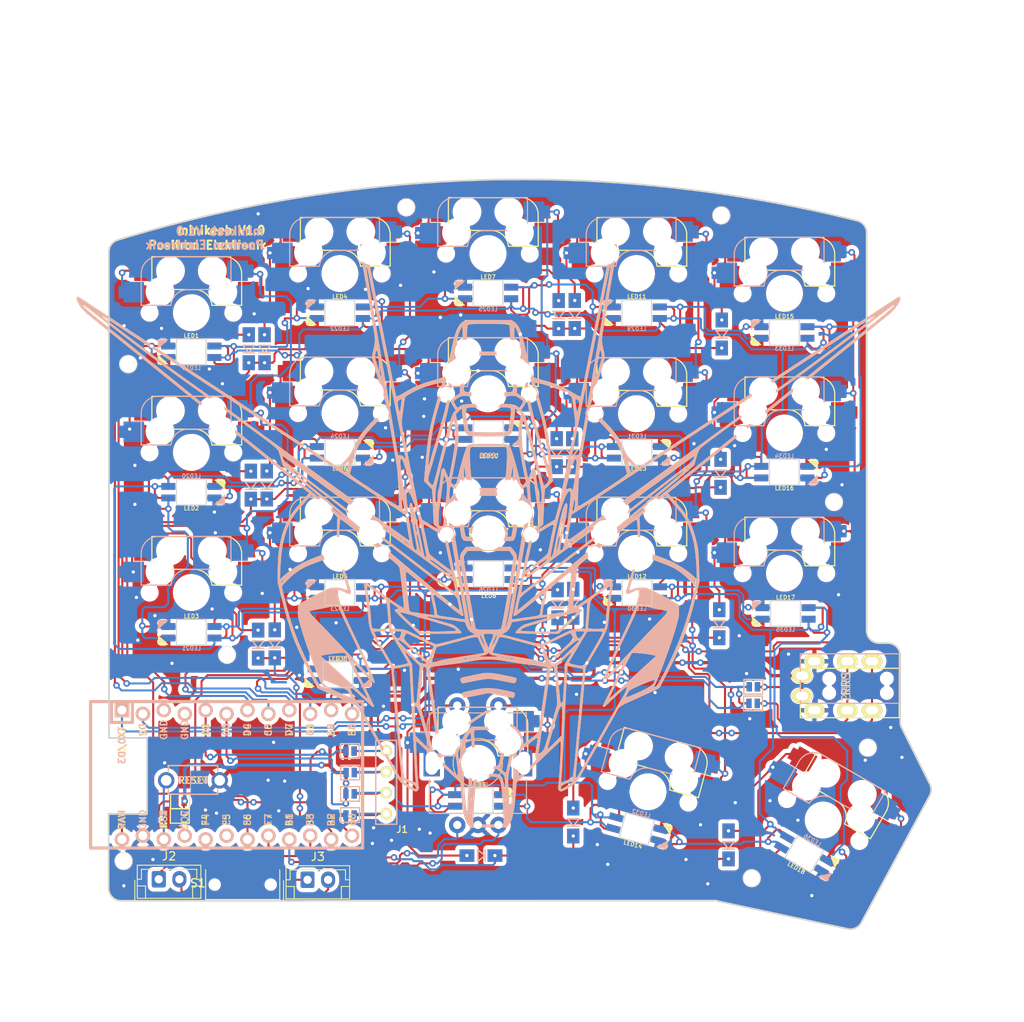
<source format=kicad_pcb>
(kicad_pcb (version 20221018) (generator pcbnew)
  (layers (0 "F.Cu" signal) (31 "B.Cu" signal) (34 "B.Paste" user) (35 "F.Paste" user) (36 "B.SilkS" user "B.Silkscreen") (37 "F.SilkS" user "F.Silkscreen") (38 "B.Mask" user) (39 "F.Mask" user) (44 "Edge.Cuts" user))
  (net 0 "")
  (net 1 "GND")
  (net 2 "Net-(U2-TIP)")
  (net 3 "Net-(U2-RING1)")
  (net 4 "txd0")
  (net 5 "Net-(D1-A)")
  (net 6 "Net-(D2-A)")
  (net 7 "Net-(D3-A)")
  (net 8 "Net-(D4-A)")
  (net 9 "Net-(D5-A)")
  (net 10 "Net-(D6-A)")
  (net 11 "Net-(D7-A)")
  (net 12 "Net-(D8-A)")
  (net 13 "Net-(D9-A)")
  (net 14 "Net-(D10-A)")
  (net 15 "Net-(D11-A)")
  (net 16 "Net-(D12-A)")
  (net 17 "Net-(D13-A)")
  (net 18 "Net-(D14-A)")
  (net 19 "Net-(D15-A)")
  (net 20 "Net-(D17-A)")
  (net 21 "Net-(D18-A)")
  (net 22 "Net-(D16-A)")
  (net 23 "row0")
  (net 24 "row1")
  (net 25 "row2")
  (net 26 "col0")
  (net 27 "col1")
  (net 28 "col2")
  (net 29 "col3")
  (net 30 "col4")
  (net 31 "ench_a")
  (net 32 "ench_b")
  (net 33 "Net-(J1-P1)")
  (net 34 "Net-(J1-P2)")
  (net 35 "Net-(J1-P3)")
  (net 36 "Net-(J1-P4)")
  (net 37 "VCC")
  (net 38 "SCL")
  (net 39 "SDA")
  (net 40 "din")
  (net 41 "/1")
  (net 42 "/10")
  (net 43 "/9")
  (net 44 "/11")
  (net 45 "/2")
  (net 46 "/12")
  (net 47 "/8")
  (net 48 "/3")
  (net 49 "/13")
  (net 50 "/18")
  (net 51 "/17")
  (net 52 "/7")
  (net 53 "/4")
  (net 54 "/14")
  (net 55 "/6")
  (net 56 "/16")
  (net 57 "/5")
  (net 58 "/15")
  (net 61 "row3")
  (net 62 "rxd0")
  (net 67 "reset")
  (net 68 "Net-(U1-RAW)")
  (net 70 "Net-(J2-Pin_1)")
  (net 71 "Net-(J2-Pin_2)")
  (net 72 "Net-(J3-Pin_1)")
  (net 73 "Net-(U1-VCC)")
  (footprint "sofle:MJ-4PP-9" (layer "F.Cu") (at 126.07 129.29 -90)
    (fp_text reference "U2")
    (fp_text value "TRRS" hide)
  )
  (footprint "kbd:YS-SK6812MINI-E" (layer "F.Cu") (at 76.15 80.72)
    (fp_text reference "LED7")
    (fp_text value "YS-SK6812MINI-E" hide)
    (fp_line (start -1.8 -1.55) (end -1.8 1.55) (stroke (width 0.1)) (layer "Edge.Cuts"))
    (fp_line (start -1.8 1.55) (end 1.8 1.55) (stroke (width 0.1)) (layer "Edge.Cuts"))
    (fp_line (start 1.8 -1.55) (end -1.8 -1.55) (stroke (width 0.1)) (layer "Edge.Cuts"))
    (fp_line (start 1.8 1.55) (end 1.8 -1.55) (stroke (width 0.1)) (layer "Edge.Cuts"))
  )
  (footprint "sofle:Diode_SOD123" (layer "F.Cu") (at 49.01 87.49 90)
    (fp_text reference "D4" hide)
    (fp_text value "D-Lily58-cache" hide)
  )
  (footprint "kbd:YS-SK6812MINI-E" (layer "F.Cu") (at 76.2 97.79 180)
    (fp_text reference "LED10")
    (fp_text value "YS-SK6812MINI-E" hide)
    (fp_line (start -1.8 -1.55) (end -1.8 1.55) (stroke (width 0.1)) (layer "Edge.Cuts"))
    (fp_line (start -1.8 1.55) (end 1.8 1.55) (stroke (width 0.1)) (layer "Edge.Cuts"))
    (fp_line (start 1.8 -1.55) (end -1.8 -1.55) (stroke (width 0.1)) (layer "Edge.Cuts"))
    (fp_line (start 1.8 1.55) (end 1.8 -1.55) (stroke (width 0.1)) (layer "Edge.Cuts"))
  )
  (footprint "kbd:YS-SK6812MINI-E" (layer "F.Cu") (at 76.2 114.808)
    (fp_text reference "LED8")
    (fp_text value "YS-SK6812MINI-E" hide)
    (fp_line (start -1.8 -1.55) (end -1.8 1.55) (stroke (width 0.1)) (layer "Edge.Cuts"))
    (fp_line (start -1.8 1.55) (end 1.8 1.55) (stroke (width 0.1)) (layer "Edge.Cuts"))
    (fp_line (start 1.8 -1.55) (end -1.8 -1.55) (stroke (width 0.1)) (layer "Edge.Cuts"))
    (fp_line (start 1.8 1.55) (end 1.8 -1.55) (stroke (width 0.1)) (layer "Edge.Cuts"))
  )
  (footprint "sofle:CherryMX_Hotswap" (layer "F.Cu") (at 112.141 97.7265)
    (fp_text reference "SW18" hide)
    (fp_text value "SW_PUSH-Lily58-cache" hide)
  )
  (footprint "sofle:Diode_SOD123" (layer "F.Cu") (at 84.72 83.35 90)
    (fp_text reference "D8" hide)
    (fp_text value "D-Lily58-cache" hide)
  )
  (footprint "sofle:Diode_SOD123" (layer "F.Cu") (at 86.68 83.329999 90)
    (fp_text reference "D12" hide)
    (fp_text value "D-Lily58-cache" hide)
  )
  (footprint "kbd:YS-SK6812MINI-E" (layer "F.Cu") (at 58.166 100.076 180)
    (fp_text reference "LED6")
    (fp_text value "YS-SK6812MINI-E" hide)
    (fp_line (start -1.8 -1.55) (end -1.8 1.55) (stroke (width 0.1)) (layer "Edge.Cuts"))
    (fp_line (start -1.8 1.55) (end 1.8 1.55) (stroke (width 0.1)) (layer "Edge.Cuts"))
    (fp_line (start 1.8 -1.55) (end -1.8 -1.55) (stroke (width 0.1)) (layer "Edge.Cuts"))
    (fp_line (start 1.8 1.55) (end 1.8 -1.55) (stroke (width 0.1)) (layer "Edge.Cuts"))
  )
  (footprint "sofle:CherryMX_Hotswap" (layer "F.Cu") (at 94.1705 112.3315)
    (fp_text reference "SW15" hide)
    (fp_text value "SW_PUSH-Lily58-cache" hide)
  )
  (footprint "kbd:YS-SK6812MINI-E" (layer "F.Cu") (at 58.15 83.11)
    (fp_text reference "LED4")
    (fp_text value "YS-SK6812MINI-E" hide)
    (fp_line (start -1.8 -1.55) (end -1.8 1.55) (stroke (width 0.1)) (layer "Edge.Cuts"))
    (fp_line (start -1.8 1.55) (end 1.8 1.55) (stroke (width 0.1)) (layer "Edge.Cuts"))
    (fp_line (start 1.8 -1.55) (end -1.8 -1.55) (stroke (width 0.1)) (layer "Edge.Cuts"))
    (fp_line (start 1.8 1.55) (end 1.8 -1.55) (stroke (width 0.1)) (layer "Edge.Cuts"))
  )
  (footprint "other:SW_JS102011SAQN" (layer "F.Cu") (at 46.36 152.56)
    (fp_text reference "S1")
    (fp_text value "JS102011SAQN")
  )
  (footprint "kbd:YS-SK6812MINI-E" (layer "F.Cu") (at 74.95 142.34 180)
    (fp_text reference "LED9")
    (fp_text value "YS-SK6812MINI-E" hide)
    (fp_line (start -1.8 -1.55) (end -1.8 1.55) (stroke (width 0.1)) (layer "Edge.Cuts"))
    (fp_line (start -1.8 1.55) (end 1.8 1.55) (stroke (width 0.1)) (layer "Edge.Cuts"))
    (fp_line (start 1.8 -1.55) (end -1.8 -1.55) (stroke (width 0.1)) (layer "Edge.Cuts"))
    (fp_line (start 1.8 1.55) (end 1.8 -1.55) (stroke (width 0.1)) (layer "Edge.Cuts"))
  )
  (footprint "sofle:Diode_SOD123" (layer "F.Cu") (at 47.35 104.06 90)
    (fp_text reference "D2" hide)
    (fp_text value "D-Lily58-cache" hide)
  )
  (footprint "kbd:YS-SK6812MINI-E" (layer "F.Cu") (at 94.234 145.796 165)
    (fp_text reference "LED14")
    (fp_text value "YS-SK6812MINI-E" hide)
    (fp_line (start -1.8 -1.55) (end -1.8 1.55) (stroke (width 0.1)) (layer "Edge.Cuts"))
    (fp_line (start -1.8 1.55) (end 1.8 1.55) (stroke (width 0.1)) (layer "Edge.Cuts"))
    (fp_line (start 1.8 -1.55) (end -1.8 -1.55) (stroke (width 0.1)) (layer "Edge.Cuts"))
    (fp_line (start 1.8 1.55) (end 1.8 -1.55) (stroke (width 0.1)) (layer "Edge.Cuts"))
  )
  (footprint "sofle:CherryMX_Hotswap" (layer "F.Cu") (at 112.141 114.7445)
    (fp_text reference "SW19" hide)
    (fp_text value "SW_PUSH-Lily58-cache" hide)
  )
  (footprint "sofle:Diode_SOD123" (layer "F.Cu") (at 75.28 149.03 180)
    (fp_text reference "D7" hide)
    (fp_text value "D-Lily58-cache" hide)
  )
  (footprint "kbd:YS-SK6812MINI-E" (layer "F.Cu") (at 112.1325 85.52)
    (fp_text reference "LED15")
    (fp_text value "YS-SK6812MINI-E" hide)
    (fp_line (start -1.8 -1.55) (end -1.8 1.55) (stroke (width 0.1)) (layer "Edge.Cuts"))
    (fp_line (start -1.8 1.55) (end 1.8 1.55) (stroke (width 0.1)) (layer "Edge.Cuts"))
    (fp_line (start 1.8 -1.55) (end -1.8 -1.55) (stroke (width 0.1)) (layer "Edge.Cuts"))
    (fp_line (start 1.8 1.55) (end 1.8 -1.55) (stroke (width 0.1)) (layer "Edge.Cuts"))
  )
  (footprint "sofle:CherryMX_Hotswap" (layer "F.Cu") (at 95.5675 141.2875 -15)
    (fp_text reference "SW12" hide)
    (fp_text value "SW_PUSH-Lily58-cache" hide)
  )
  (footprint "kbd:YS-SK6812MINI-E" (layer "F.Cu") (at 40.132 104.902 180)
    (fp_text reference "LED2")
    (fp_text value "YS-SK6812MINI-E" hide)
    (fp_line (start -1.8 -1.55) (end -1.8 1.55) (stroke (width 0.1)) (layer "Edge.Cuts"))
    (fp_line (start -1.8 1.55) (end 1.8 1.55) (stroke (width 0.1)) (layer "Edge.Cuts"))
    (fp_line (start 1.8 -1.55) (end -1.8 -1.55) (stroke (width 0.1)) (layer "Edge.Cuts"))
    (fp_line (start 1.8 1.55) (end 1.8 -1.55) (stroke (width 0.1)) (layer "Edge.Cuts"))
  )
  (footprint "sofle:Jumper" (layer "F.Cu") (at 38.75038 142.46 180)
    (fp_text reference "JP13" hide)
    (fp_text value "Jumper_NO_Small" hide)
  )
  (footprint "kbd:YS-SK6812MINI-E" (layer "F.Cu") (at 40.132 121.92)
    (fp_text reference "LED3")
    (fp_text value "YS-SK6812MINI-E" hide)
    (fp_line (start -1.8 -1.55) (end -1.8 1.55) (stroke (width 0.1)) (layer "Edge.Cuts"))
    (fp_line (start -1.8 1.55) (end 1.8 1.55) (stroke (width 0.1)) (layer "Edge.Cuts"))
    (fp_line (start 1.8 -1.55) (end -1.8 -1.55) (stroke (width 0.1)) (layer "Edge.Cuts"))
    (fp_line (start 1.8 1.55) (end 1.8 -1.55) (stroke (width 0.1)) (layer "Edge.Cuts"))
  )
  (footprint "sofle:OLED_4Pin" (layer "F.Cu") (at 63.79 143.94 90)
    (fp_text reference "J1")
    (fp_text value "OLED" hide)
  )
  (footprint "sofle:Jumper" (layer "F.Cu") (at 108.38038 128.54 180)
    (fp_text reference "JP11" hide)
    (fp_text value "Jumper_NO_Small" hide)
  )
  (footprint "sofle:Diode_SOD123" (layer "F.Cu") (at 104.38 102.619999 90)
    (fp_text reference "D17" hide)
    (fp_text value "D-Lily58-cache" hide)
  )
  (footprint "kbd:YS-SK6812MINI-E" (layer "F.Cu") (at 94.234 117.094)
    (fp_text reference "LED12")
    (fp_text value "YS-SK6812MINI-E" hide)
    (fp_line (start -1.8 -1.55) (end -1.8 1.55) (stroke (width 0.1)) (layer "Edge.Cuts"))
    (fp_line (start -1.8 1.55) (end 1.8 1.55) (stroke (width 0.1)) (layer "Edge.Cuts"))
    (fp_line (start 1.8 -1.55) (end -1.8 -1.55) (stroke (width 0.1)) (layer "Edge.Cuts"))
    (fp_line (start 1.8 1.55) (end 1.8 -1.55) (stroke (width 0.1)) (layer "Edge.Cuts"))
  )
  (footprint "sofle:CherryMX_Hotswap" (layer "F.Cu") (at 58.166 112.3315)
    (fp_text reference "SW7" hide)
    (fp_text value "SW_PUSH-Lily58-cache" hide)
  )
  (footprint "kbd:YS-SK6812MINI-E" (layer "F.Cu") (at 57.92 127.06)
    (fp_text reference "LED38")
    (fp_text value "YS-SK6812MINI-E" hide)
    (fp_line (start -1.8 -1.55) (end -1.8 1.55) (stroke (width 0.1)) (layer "Edge.Cuts"))
    (fp_line (start -1.8 1.55) (end 1.8 1.55) (stroke (width 0.1)) (layer "Edge.Cuts"))
    (fp_line (start 1.8 -1.55) (end -1.8 -1.55) (stroke (width 0.1)) (layer "Edge.Cuts"))
    (fp_line (start 1.8 1.55) (end 1.8 -1.55) (stroke (width 0.1)) (layer "Edge.Cuts"))
  )
  (footprint "sofle:Jumper" (layer "F.Cu") (at 59.41 138.95 180)
    (fp_text reference "JP2" hide)
    (fp_text value "Jumper_NO_Small" hide)
  )
  (footprint "kbd:YS-SK6812MINI-E" (layer "F.Cu") (at 94.2025 83.11)
    (fp_text reference "LED11")
    (fp_text value "YS-SK6812MINI-E" hide)
    (fp_line (start -1.8 -1.55) (end -1.8 1.55) (stroke (width 0.1)) (layer "Edge.Cuts"))
    (fp_line (start -1.8 1.55) (end 1.8 1.55) (stroke (width 0.1)) (layer "Edge.Cuts"))
    (fp_line (start 1.8 -1.55) (end -1.8 -1.55) (stroke (width 0.1)) (layer "Edge.Cuts"))
    (fp_line (start 1.8 1.55) (end 1.8 -1.55) (stroke (width 0.1)) (layer "Edge.Cuts"))
  )
  (footprint "sofle:CherryMX_Hotswap" (layer "F.Cu") (at 76.1365 92.964)
    (fp_text reference "SW10" hide)
    (fp_text value "SW_PUSH-Lily58-cache" hide)
  )
  (footprint "sofle:CherryMX_Hotswap" (layer "F.Cu") (at 40.132 117.094)
    (fp_text reference "SW4" hide)
    (fp_text value "SW_PUSH-Lily58-cache" hide)
  )
  (footprint "sofle:Jumper" (layer "F.Cu") (at 59.38038 144.12 180)
    (fp_text reference "JP4" hide)
    (fp_text value "Jumper_NO_Small" hide)
  )
  (footprint "kbd:YS-SK6812MINI-E" (layer "F.Cu") (at 40.12 87.86)
    (fp_text reference "LED1")
    (fp_text value "YS-SK6812MINI-E" hide)
    (fp_line (start -1.8 -1.55) (end -1.8 1.55) (stroke (width 0.1)) (layer "Edge.Cuts"))
    (fp_line (start -1.8 1.55) (end 1.8 1.55) (stroke (width 0.1)) (layer "Edge.Cuts"))
    (fp_line (start 1.8 -1.55) (end -1.8 -1.55) (stroke (width 0.1)) (layer "Edge.Cuts"))
    (fp_line (start 1.8 1.55) (end 1.8 -1.55) (stroke (width 0.1)) (layer "Edge.Cuts"))
  )
  (footprint "sofle:CherryMX_Hotswap" (layer "F.Cu") (at 116.84 144.7165 -30)
    (fp_text reference "SW16" hide)
    (fp_text value "SW_PUSH-Lily58-cache" hide)
  )
  (footprint "sofle:CherryMX_Hotswap" (layer "F.Cu") (at 112.141 80.772)
    (fp_text reference "SW17" hide)
    (fp_text value "SW_PUSH-Lily58-cache" hide)
  )
  (footprint "sofle:Jumper" (layer "F.Cu") (at 59.41038 136.34 180)
    (fp_text reference "JP1" hide)
    (fp_text value "Jumper_NO_Small" hide)
  )
  (footprint "sofle:TACT_SWITCH_TVBP06" (layer "F.Cu") (at 40.32 139.9)
    (fp_text reference "SW1" hide)
    (fp_text value "SW_PUSH-Lily58-cache" hide)
  )
  (footprint "sofle:Diode_SOD123" (layer "F.Cu") (at 86.38 100.12 90)
    (fp_text reference "D13" hide)
    (fp_text value "D-Lily58-cache" hide)
  )
  (footprint "sofle:RotaryEncoder_Alps_EC11E-Switch_Vertical_H20mm-keebio_modified" (layer "F.Cu") (at 74.91 137.81 90)
    (fp_text reference "SW20" hide)
    (fp_text value "Rotary_Encoder_Switch-Device")
  )
  (footprint "sofle:Jumper" (layer "F.Cu") (at 38.72038 144.21 180)
    (fp_text reference "JP14" hide)
    (fp_text value "Jumper_NO_Small" hide)
  )
  (footprint "sofle:Diode_SOD123" (layer "F.Cu") (at 84.48 100.11 90)
    (fp_text reference "D9" hide)
    (fp_text value "D-Lily58-cache" hide)
  )
  (footprint "sofle:Diode_SOD123" (layer "F.Cu") (at 104.53 85.7 90)
    (fp_text reference "D16" hide)
    (fp_text value "D-Lily58-cache" hide)
  )
  (footprint "sofle:CherryMX_Hotswap" (layer "F.Cu") (at 76.1365 75.946)
    (fp_text reference "SW9" hide)
    (fp_text value "SW_PUSH-Lily58-cache" hide)
  )
  (footprint "Connector_JST:JST_EH_B2B-EH-A_1x02_P2.50mm_Vertical" (layer "F.Cu") (at 54.23 151.97)
    (fp_text reference "J3")
    (fp_text value "Conn_01x02_Pin")
  )
  (footprint "sofle:Diode_SOD123" (layer "F.Cu") (at 47.1 87.49 90)
    (fp_text reference "D1" hide)
    (fp_text value "D-Lily58-cache" hide)
  )
  (footprint "sofle:CherryMX_Hotswap" (layer "F.Cu") (at 94.1705 78.359)
    (fp_text reference "SW13" hide)
    (fp_text value "SW_PUSH-Lily58-cache" hide)
  )
  (footprint "sofle:Jumper" (layer "F.Cu") (at 108.34038 130.56 180)
    (fp_text reference "JP12" hide)
    (fp_text value "Jumper_NO_Small" hide)
  )
  (footprint "sofle:CherryMX_Hotswap" (layer "F.Cu") (at 40.132 83.1215)
    (fp_text reference "SW2" hide)
    (fp_text value "SW_PUSH-Lily58-cache" hide)
  )
  (footprint "sofle:Diode_SOD123" (layer "F.Cu") (at 49.28 104.04 90)
    (fp_text reference "D5" hide)
    (fp_text value "D-Lily58-cache" hide)
  )
  (footprint "kbd:YS-SK6812MINI-E" (layer "F.Cu") (at 58.166 117.094)
    (fp_text reference "LED5")
    (fp_text value "YS-SK6812MINI-E" hide)
    (fp_line (start -1.8 -1.55) (end -1.8 1.55) (stroke (width 0.1)) (layer "Edge.Cuts"))
    (fp_line (start -1.8 1.55) (end 1.8 1.55) (stroke (width 0.1)) (layer "Edge.Cuts"))
    (fp_line (start 1.8 -1.55) (end -1.8 -1.55) (stroke (width 0.1)) (layer "Edge.Cuts"))
    (fp_line (start 1.8 1.55) (end 1.8 -1.55) (stroke (width 0.1)) (layer "Edge.Cuts"))
  )
  (footprint "sofle:Diode_SOD123" (layer "F.Cu") (at 86.5 118.399999 90)
    (fp_text reference "D14" hide)
    (fp_text value "D-Lily58-cache" hide)
  )
  (footprint "sofle:Diode_SOD123" (layer "F.Cu") (at 86.5 144.96 90)
    (fp_text reference "D11" hide)
    (fp_text value "D-Lily58-cache" hide)
  )
  (footprint "kbd:YS-SK6812MINI-E" (layer "F.Cu") (at 112.1275 102.47 180)
    (fp_text reference "LED16")
    (fp_text value "YS-SK6812MINI-E" hide)
    (fp_line (start -1.8 -1.55) (end -1.8 1.55) (stroke (width 0.1)) (layer "Edge.Cuts"))
    (fp_line (start -1.8 1.55) (end 1.8 1.55) (stroke (width 0.1)) (layer "Edge.Cuts"))
    (fp_line (start 1.8 -1.55) (end -1.8 -1.55) (stroke (width 0.1)) (layer "Edge.Cuts"))
    (fp_line (start 1.8 1.55) (end 1.8 -1.55) (stroke (width 0.1)) (layer "Edge.Cuts"))
  )
  (footprint "kbd:YS-SK6812MINI-E" (layer "F.Cu") (at 114.554 148.844 150)
    (fp_text reference "LED18")
    (fp_text value "YS-SK6812MINI-E" hide)
    (fp_line (start -1.8 -1.55) (end -1.8 1.55) (stroke (width 0.1)) (layer "Edge.Cuts"))
    (fp_line (start -1.8 1.55) (end 1.8 1.55) (stroke (width 0.1)) (layer "Edge.Cuts"))
    (fp_line (start 1.8 -1.55) (end -1.8 -1.55) (stroke (width 0.1)) (layer "Edge.Cuts"))
    (fp_line (start 1.8 1.55) (end 1.8 -1.55) (stroke (width 0.1)) (layer "Edge.Cuts"))
  )
  (footprint "gundam:gundam" (layer "F.Cu") (at 76.2 109.982)
    (fp_text reference "G***")
    (fp_text value "LOGO" hide)
  )
  (footprint "sofle:CherryMX_Hotswap" (layer "F.Cu") (at 76.2 109.982)
    (fp_text reference "SW11" hide)
    (fp_text value "SW_PUSH-Lily58-cache" hide)
  )
  (footprint "sofle:CherryMX_Hotswap" (layer "F.Cu") (at 40.132 100.076)
    (fp_text reference "SW3" hide)
    (fp_text value "SW_PUSH-Lily58-cache" hide)
  )
  (footprint "sofle:Diode_SOD123" (layer "F.Cu") (at 48.23 123.36 90)
    (fp_text reference "D3" hide)
    (fp_text value "D-Lily58-cache" hide)
  )
  (footprint "sofle:CherryMX_Hotswap" (layer "F.Cu") (at 58.166 78.359)
    (fp_text reference "SW5" hide)
    (fp_text value "SW_PUSH-Lily58-cache" hide)
  )
  (footprint "sofle:Diode_SOD123" (layer "F.Cu") (at 104.23 120.88 90)
    (fp_text reference "D18" hide)
    (fp_text value "D-Lily58-cache" hide)
  )
  (footprint "sofle:Jumper" (layer "F.Cu") (at 59.40038 141.52 180)
    (fp_text reference "JP3" hide)
    (fp_text value "Jumper_NO_Small" hide)
  )
  (footprint "Connector_JST:JST_EH_B2B-EH-A_1x02_P2.50mm_Vertical" (layer "F.Cu") (at 36.17 151.91)
    (fp_text reference "J2")
    (fp_text value "Conn_01x02_Pin")
  )
  (footprint "kbd:YS-SK6812MINI-E" (layer "F.Cu") (at 112.268 119.634)
    (fp_text reference "LED17")
    (fp_text value "YS-SK6812MINI-E" hide)
    (fp_line (start -1.8 -1.55) (end -1.8 1.55) (stroke (width 0.1)) (layer "Edge.Cuts"))
    (fp_line (start -1.8 1.55) (end 1.8 1.55) (stroke (width 0.1)) (layer "Edge.Cuts"))
    (fp_line (start 1.8 -1.55) (end -1.8 -1.55) (stroke (width 0.1)) (layer "Edge.Cuts"))
    (fp_line (start 1.8 1.55) (end 1.8 -1.55) (stroke (width 0.1)) (layer "Edge.Cuts"))
  )
  (footprint "sofle:CherryMX_Hotswap" (layer "F.Cu") (at 94.1705 95.377)
    (fp_text reference "SW14" hide)
    (fp_text value "SW_PUSH-Lily58-cache" hide)
  )
  (footprint "sofle:CherryMX_Hotswap" (layer "F.Cu") (at 58.166 95.3135)
    (fp_text reference "SW6" hide)
    (fp_text value "SW_PUSH-Lily58-cache" hide)
  )
  (footprint "sofle:Diode_SOD123" (layer "F.Cu") (at 50.25 123.32 90)
    (fp_text reference "D6" hide)
    (fp_text value "D-Lily58-cache" hide)
  )
  (footprint "sofle:Diode_SOD123" (layer "F.Cu") (at 105.35 147.730001 90)
    (fp_text reference "D15" hide)
    (fp_text value "D-Lily58-cache" hide)
  )
  (footprint "kbd:YS-SK6812MINI-E" (layer "F.Cu") (at 94.234 100.076 180)
    (fp_text reference "LED13")
    (fp_text value "YS-SK6812MINI-E" hide)
    (fp_line (start -1.8 -1.55) (end -1.8 1.55) (stroke (width 0.1)) (layer "Edge.Cuts"))
    (fp_line (start -1.8 1.55) (end 1.8 1.55) (stroke (width 0.1)) (layer "Edge.Cuts"))
    (fp_line (start 1.8 -1.55) (end -1.8 -1.55) (stroke (width 0.1)) (layer "Edge.Cuts"))
    (fp_line (start 1.8 1.55) (end 1.8 -1.55) (stroke (width 0.1)) (layer "Edge.Cuts"))
  )
  (footprint "sofle:Diode_SOD123" (layer "F.Cu") (at 84.59 118.46 90)
    (fp_text reference "D10" hide)
    (fp_text value "D-Lily58-cache" hide)
  )
  (footprint "sofle:CherryMX_Hotswap" (layer "F.Cu") (at 74.87 137.82)
    (fp_text reference "SW8" hide)
    (fp_text value "SW_PUSH-Lily58-cache" hide)
  )
  (footprint "kbd:YS-SK6812MINI-E" (layer "B.Cu") (at 94.234 100.076 180)
    (fp_text reference "LED31")
    (fp_text value "YS-SK6812MINI-E" hide)
    (fp_line (start -1.8 -1.55) (end 1.8 -1.55) (stroke (width 0.1)) (layer "Edge.Cuts"))
    (fp_line (start -1.8 1.55) (end -1.8 -1.55) (stroke (width 0.1)) (layer "Edge.Cuts"))
    (fp_line (start 1.8 -1.55) (end 1.8 1.55) (stroke (width 0.1)) (layer "Edge.Cuts"))
    (fp_line (start 1.8 1.55) (end -1.8 1.55) (stroke (width 0.1)) (layer "Edge.Cuts"))
  )
  (footprint "kbd:YS-SK6812MINI-E" (layer "B.Cu") (at 40.12 87.86)
    (fp_text reference "LED19")
    (fp_text value "YS-SK6812MINI-E" hide)
    (fp_line (start -1.8 -1.55) (end 1.8 -1.55) (stroke (width 0.1)) (layer "Edge.Cuts"))
    (fp_line (start -1.8 1.55) (end -1.8 -1.55) (stroke (width 0.1)) (layer "Edge.Cuts"))
    (fp_line (start 1.8 -1.55) (end 1.8 1.55) (stroke (width 0.1)) (layer "Edge.Cuts"))
    (fp_line (start 1.8 1.55) (end -1.8 1.55) (stroke (width 0.1)) (layer "Edge.Cuts"))
  )
  (footprint "kbd:YS-SK6812MINI-E" (layer "B.Cu") (at 74.97 142.34 180)
    (fp_text reference "LED27")
    (fp_text value "YS-SK6812MINI-E" hide)
    (fp_line (start -1.8 -1.55) (end 1.8 -1.55) (stroke (width 0.1)) (layer "Edge.Cuts"))
    (fp_line (start -1.8 1.55) (end -1.8 -1.55) (stroke (width 0.1)) (layer "Edge.Cuts"))
    (fp_line (start 1.8 -1.55) (end 1.8 1.55) (stroke (width 0.1)) (layer "Edge.Cuts"))
    (fp_line (start 1.8 1.55) (end -1.8 1.55) (stroke (width 0.1)) (layer "Edge.Cuts"))
  )
  (footprint "kbd:YS-SK6812MINI-E" (layer "B.Cu") (at 40.132 104.902 180)
    (fp_text reference "LED20")
    (fp_text value "YS-SK6812MINI-E" hide)
    (fp_line (start -1.8 -1.55) (end 1.8 -1.55) (stroke (width 0.1)) (layer "Edge.Cuts"))
    (fp_line (start -1.8 1.55) (end -1.8 -1.55) (stroke (width 0.1)) (layer "Edge.Cuts"))
    (fp_line (start 1.8 -1.55) (end 1.8 1.55) (stroke (width 0.1)) (layer "Edge.Cuts"))
    (fp_line (start 1.8 1.55) (end -1.8 1.55) (stroke (width 0.1)) (layer "Edge.Cuts"))
  )
  (footprint "sofle:Jumper" (layer "B.Cu") (at 108.32 130.55 180)
    (fp_text reference "JP10" hide)
    (fp_text value "Jumper_NO_Small" hide)
  )
  (footprint "sofle:Jumper" (layer "B.Cu") (at 59.35962 136.34 180)
    (fp_text reference "JP5" hide)
    (fp_text value "Jumper_NO_Small" hide)
  )
  (footprint "kbd:YS-SK6812MINI-E" (layer "B.Cu") (at 114.55 148.84 150)
    (fp_text reference "LED36")
    (fp_text value "YS-SK6812MINI-E" hide)
    (fp_line (start -1.8 -1.55) (end 1.8 -1.55) (stroke (width 0.1)) (layer "Edge.Cuts"))
    (fp_line (start -1.8 1.55) (end -1.8 -1.55) (stroke (width 0.1)) (layer "Edge.Cuts"))
    (fp_line (start 1.8 -1.55) (end 1.8 1.55) (stroke (width 0.1)) (layer "Edge.Cuts"))
    (fp_line (start 1.8 1.55) (end -1.8 1.55) (stroke (width 0.1)) (layer "Edge.Cuts"))
  )
  (footprint "sofle:Jumper" (layer "B.Cu") (at 59.39 141.55 180)
    (fp_text reference "JP7" hide)
    (fp_text value "Jumper_NO_Small" hide)
  )
  (footprint "kbd:YS-SK6812MINI-E" (layer "B.Cu") (at 112.268 119.634)
    (fp_text reference "LED35")
    (fp_text value "YS-SK6812MINI-E" hide)
    (fp_line (start -1.8 -1.55) (end 1.8 -1.55) (stroke (width 0.1)) (layer "Edge.Cuts"))
    (fp_line (start -1.8 1.55) (end -1.8 -1.55) (stroke (width 0.1)) (layer "Edge.Cuts"))
    (fp_line (start 1.8 -1.55) (end 1.8 1.55) (stroke (width 0.1)) (layer "Edge.Cuts"))
    (fp_line (start 1.8 1.55) (end -1.8 1.55) (stroke (width 0.1)) (layer "Edge.Cuts"))
  )
  (footprint "kbd:YS-SK6812MINI-E" (layer "B.Cu") (at 57.918 127.062 180)
    (fp_text reference "LED37")
    (fp_text value "YS-SK6812MINI-E" hide)
    (fp_line (start -1.8 -1.55) (end 1.8 -1.55) (stroke (width 0.1)) (layer "Edge.Cuts"))
    (fp_line (start -1.8 1.55) (end -1.8 -1.55) (stroke (width 0.1)) (layer "Edge.Cuts"))
    (fp_line (start 1.8 -1.55) (end 1.8 1.55) (stroke (width 0.1)) (layer "Edge.Cuts"))
    (fp_line (start 1.8 1.55) (end -1.8 1.55) (stroke (width 0.1)) (layer "Edge.Cuts"))
  )
  (footprint "kbd:YS-SK6812MINI-E" (layer "B.Cu") (at 76.2 97.79 180)
    (fp_text reference "LED28")
    (fp_text value "YS-SK6812MINI-E" hide)
    (fp_line (start -1.8 -1.55) (end 1.8 -1.55) (stroke (width 0.1)) (layer "Edge.Cuts"))
    (fp_line (start -1.8 1.55) (end -1.8 -1.55) (stroke (width 0.1)) (layer "Edge.Cuts"))
    (fp_line (start 1.8 -1.55) (end 1.8 1.55) (stroke (width 0.1)) (layer "Edge.Cuts"))
    (fp_line (start 1.8 1.55) (end -1.8 1.55) (stroke (width 0.1)) (layer "Edge.Cuts"))
  )
  (footprint "kbd:YS-SK6812MINI-E" (layer "B.Cu") (at 94.234 117.094)
    (fp_text reference "LED30")
    (fp_text value "YS-SK6812MINI-E" hide)
    (fp_line (start -1.8 -1.55) (end 1.8 -1.55) (stroke (width 0.1)) (layer "Edge.Cuts"))
    (fp_line (start -1.8 1.55) (end -1.8 -1.55) (stroke (width 0.1)) (layer "Edge.Cuts"))
    (fp_line (start 1.8 -1.55) (end 1.8 1.55) (stroke (width 0.1)) (layer "Edge.Cuts"))
    (fp_line (start 1.8 1.55) (end -1.8 1.55) (stroke (width 0.1)) (layer "Edge.Cuts"))
  )
  (footprint "sofle:Jumper" (layer "B.Cu") (at 108.34 128.54 180)
    (fp_text reference "JP9" hide)
    (fp_text value "Jumper_NO_Small" hide)
  )
  (footprint "sofle:Jumper" (layer "B.Cu") (at 59.41 138.95 180)
    (fp_text reference "JP6" hide)
    (fp_text value "Jumper_NO_Small" hide)
  )
  (footprint "sofle:ArduinoProMicro-ZigZag-DoubleSided" (layer "B.Cu") (at 45.67 139.22)
    (fp_text reference "U1" hide)
    (fp_text value "ProMicro_2-Lily58-cache" hide)
  )
  (footprint "kbd:YS-SK6812MINI-E" (layer "B.Cu") (at 76.2 114.81)
    (fp_text reference "LED26")
    (fp_text value "YS-SK6812MINI-E" hide)
    (fp_line (start -1.8 -1.55) (end 1.8 -1.55) (stroke (width 0.1)) (layer "Edge.Cuts"))
    (fp_line (start -1.8 1.55) (end -1.8 -1.55) (stroke (width 0.1)) (layer "Edge.Cuts"))
    (fp_line (start 1.8 -1.55) (end 1.8 1.55) (stroke (width 0.1)) (layer "Edge.Cuts"))
    (fp_line (start 1.8 1.55) (end -1.8 1.55) (stroke (width 0.1)) (layer "Edge.Cuts"))
  )
  (footprint "kbd:YS-SK6812MINI-E" (layer "B.Cu") (at 40.13 121.92)
    (fp_text reference "LED21")
    (fp_text value "YS-SK6812MINI-E" hide)
    (fp_line (start -1.8 -1.55) (end 1.8 -1.55) (stroke (width 0.1)) (layer "Edge.Cuts"))
    (fp_line (start -1.8 1.55) (end -1.8 -1.55) (stroke (width 0.1)) (layer "Edge.Cuts"))
    (fp_line (start 1.8 -1.55) (end 1.8 1.55) (stroke (width 0.1)) (layer "Edge.Cuts"))
    (fp_line (start 1.8 1.55) (end -1.8 1.55) (stroke (width 0.1)) (layer "Edge.Cuts"))
  )
  (footprint "kbd:YS-SK6812MINI-E" (layer "B.Cu") (at 58.17 100.08 180)
    (fp_text reference "LED24")
    (fp_text value "YS-SK6812MINI-E" hide)
    (fp_line (start -1.8 -1.55) (end 1.8 -1.55) (stroke (width 0.1)) (layer "Edge.Cuts"))
    (fp_line (start -1.8 1.55) (end -1.8 -1.55) (stroke (width 0.1)) (layer "Edge.Cuts"))
    (fp_line (start 1.8 -1.55) (end 1.8 1.55) (stroke (width 0.1)) (layer "Edge.Cuts"))
    (fp_line (start 1.8 1.55) (end -1.8 1.55) (stroke (width 0.1)) (layer "Edge.Cuts"))
  )
  (footprint "kbd:YS-SK6812MINI-E" (layer "B.Cu") (at 94.2025 83.11)
    (fp_text reference "LED29")
    (fp_text value "YS-SK6812MINI-E" hide)
    (fp_line (start -1.8 -1.55) (end 1.8 -1.55) (stroke (width 0.1)) (layer "Edge.Cuts"))
    (fp_line (start -1.8 1.55) (end -1.8 -1.55) (stroke (width 0.1)) (layer "Edge.Cuts"))
    (fp_line (start 1.8 -1.55) (end 1.8 1.55) (stroke (width 0.1)) (layer "Edge.Cuts"))
    (fp_line (start 1.8 1.55) (end -1.8 1.55) (stroke (width 0.1)) (layer "Edge.Cuts"))
  )
  (footprint "kbd:YS-SK6812MINI-E" (layer "B.Cu") (at 58.15 83.11)
    (fp_text reference "LED22")
    (fp_text value "YS-SK6812MINI-E" hide)
    (fp_line (start -1.8 -1.55) (end 1.8 -1.55) (stroke (width 0.1)) (layer "Edge.Cuts"))
    (fp_line (start -1.8 1.55) (end -1.8 -1.55) (stroke (width 0.1)) (layer "Edge.Cuts"))
    (fp_line (start 1.8 -1.55) (end 1.8 1.55) (stroke (width 0.1)) (layer "Edge.Cuts"))
    (fp_line (start 1.8 1.55) (end -1.8 1.55) (stroke (width 0.1)) (layer "Edge.Cuts"))
  )
  (footprint "kbd:YS-SK6812MINI-E" (layer "B.Cu") (at 94.234 145.796 165)
    (fp_text reference "LED32")
    (fp_text value "YS-SK6812MINI-E" hide)
    (fp_line (start -1.8 -1.55) (end 1.8 -1.55) (stroke (width 0.1)) (layer "Edge.Cuts"))
    (fp_line (start -1.8 1.55) (end -1.8 -1.55) (stroke (width 0.1)) (layer "Edge.Cuts"))
    (fp_line (start 1.8 -1.55) (end 1.8 1.55) (stroke (width 0.1)) (layer "Edge.Cuts"))
    (fp_line (start 1.8 1.55) (end -1.8 1.55) (stroke (width 0.1)) (layer "Edge.Cuts"))
  )
  (footprint "sofle:Jumper" (layer "B.Cu") (at 59.40962 144.1 180)
    (fp_text reference "JP8" hide)
    (fp_text value "Jumper_NO_Small" hide)
  )
  (footprint "kbd:YS-SK6812MINI-E" (layer "B.Cu") (at 112.13 85.52)
    (fp_text reference "LED33")
    (fp_text value "YS-SK6812MINI-E" hide)
    (fp_line (start -1.8 -1.55) (end 1.8 -1.55) (stroke (width 0.1)) (layer "Edge.Cuts"))
    (fp_line (start -1.8 1.55) (end -1.8 -1.55) (stroke (width 0.1)) (layer "Edge.Cuts"))
    (fp_line (start 1.8 -1.55) (end 1.8 1.55) (stroke (width 0.1)) (layer "Edge.Cuts"))
    (fp_line (start 1.8 1.55) (end -1.8 1.55) (stroke (width 0.1)) (layer "Edge.Cuts"))
  )
  (footprint "gundam:gundam" (layer "B.Cu") (at 76.2 109.982 180)
    (fp_text reference "G***")
    (fp_text value "LOGO" hide)
  )
  (footprint "kbd:YS-SK6812MINI-E" (layer "B.Cu") (at 58.166 117.094)
    (fp_text reference "LED23")
    (fp_text value "YS-SK6812MINI-E" hide)
    (fp_line (start -1.8 -1.55) (end 1.8 -1.55) (stroke (width 0.1)) (layer "Edge.Cuts"))
    (fp_line (start -1.8 1.55) (end -1.8 -1.55) (stroke (width 0.1)) (layer "Edge.Cuts"))
    (fp_line (start 1.8 -1.55) (end 1.8 1.55) (stroke (width 0.1)) (layer "Edge.Cuts"))
    (fp_line (start 1.8 1.55) (end -1.8 1.55) (stroke (width 0.1)) (layer "Edge.Cuts"))
  )
  (footprint "kbd:YS-SK6812MINI-E" (layer "B.Cu") (at 76.15 80.72)
    (fp_text reference "LED25")
    (fp_text value "YS-SK6812MINI-E" hide)
    (fp_line (start -1.8 -1.55) (end 1.8 -1.55) (stroke (width 0.1)) (layer "Edge.Cuts"))
    (fp_line (start -1.8 1.55) (end -1.8 -1.55) (stroke (width 0.1)) (layer "Edge.Cuts"))
    (fp_line (start 1.8 -1.55) (end 1.8 1.55) (stroke (width 0.1)) (layer "Edge.Cuts"))
    (fp_line (start 1.8 1.55) (end -1.8 1.55) (stroke (width 0.1)) (layer "Edge.Cuts"))
  )
  (footprint "kbd:YS-SK6812MINI-E" (layer "B.Cu") (at 112.1275 102.47 180)
    (fp_text reference "LED34")
    (fp_text value "YS-SK6812MINI-E" hide)
    (fp_line (start -1.8 -1.55) (end 1.8 -1.55) (stroke (width 0.1)) (layer "Edge.Cuts"))
    (fp_line (start -1.8 1.55) (end -1.8 -1.55) (stroke (width 0.1)) (layer "Edge.Cuts"))
    (fp_line (start 1.8 -1.55) (end 1.8 1.55) (stroke (width 0.1)) (layer "Edge.Cuts"))
    (fp_line (start 1.8 1.55) (end -1.8 1.55) (stroke (width 0.1)) (layer "Edge.Cuts"))
  )
  (gr_line (start 126.187418 124.739249) (end 126.187418 132.803014) (stroke (width 0.2)) (layer "Edge.Cuts"))
  (gr_line (start 123.617408 123.239249) (end 124.687418 123.239249) (stroke (width 0.2)) (layer "Edge.Cuts"))
  (gr_arc (start 30.117408 75.725719) (mid 30.411288 74.833938) (end 31.177773 74.291592) (stroke (width 0.2)) (layer "Edge.Cuts"))
  (gr_circle (center 32.47 89.36) (end 33.48 89.42) (stroke (width 0.05)) (fill none) (layer "Edge.Cuts"))
  (gr_arc (start 120.98173 71.950675) (mid 121.799881 72.482851) (end 122.117408 73.405759) (stroke (width 0.2)) (layer "Edge.Cuts"))
  (gr_circle (center 104.47 71.3) (end 105.48 71.36) (stroke (width 0.05)) (fill none) (layer "Edge.Cuts"))
  (gr_line (start 30.117408 130.915496) (end 30.117408 75.725719) (stroke (width 0.2)) (layer "Edge.Cuts"))
  (gr_line (start 30.08 143.97) (end 30.09066 153.01934) (stroke (width 0.2)) (layer "Edge.Cuts"))
  (gr_circle (center 66.22 70.33) (end 67.23 70.39) (stroke (width 0.05)) (fill none) (layer "Edge.Cuts"))
  (gr_circle (center 44.46 124.65) (end 45.47 124.71) (stroke (width 0.05)) (fill none) (layer "Edge.Cuts"))
  (gr_arc (start 31.177773 74.291592) (mid 75.91994 66.990346) (end 120.98173 71.950675) (stroke (width 0.2)) (layer "Edge.Cuts"))
  (gr_circle (center 108.17 151.78) (end 109.18 151.84) (stroke (width 0.05)) (fill none) (layer "Edge.Cuts"))
  (gr_line (start 34.75 134.75) (end 34.75 143.97) (stroke (width 0.2)) (layer "Edge.Cuts"))
  (gr_line (start 122.117408 73.405759) (end 122.117408 121.739249) (stroke (width 0.2)) (layer "Edge.Cuts"))
  (gr_circle (center 118.16 106.11) (end 119.17 106.17) (stroke (width 0.05)) (fill none) (layer "Edge.Cuts"))
  (gr_circle (center 31.9 149.69) (end 32.91 149.75) (stroke (width 0.05)) (fill none) (layer "Edge.Cuts"))
  (gr_line (start 30.12 134.75) (end 34.75 134.75) (stroke (width 0.2)) (layer "Edge.Cuts"))
  (gr_line (start 30.115103 133.440023) (end 30.117408 130.915496) (stroke (width 0.2)) (layer "Edge.Cuts"))
  (gr_line (start 103.709999 154.499588) (end 31.59066 154.51934) (stroke (width 0.2)) (layer "Edge.Cuts"))
  (gr_line (start 119.7538 157.912925) (end 104.133583 154.585223) (stroke (width 0.2)) (layer "Edge.Cuts"))
  (gr_circle (center 122.26 135.94) (end 123.27 136) (stroke (width 0.05)) (fill none) (layer "Edge.Cuts"))
  (gr_arc (start 126.345658 133.473595) (mid 126.227514 133.147513) (end 126.187418 132.803014) (stroke (width 0.2)) (layer "Edge.Cuts"))
  (gr_arc (start 123.617408 123.239249) (mid 122.556748 122.799909) (end 122.117408 121.739249) (stroke (width 0.2)) (layer "Edge.Cuts"))
  (gr_line (start 34.75 143.97) (end 30.08 143.97) (stroke (width 0.2)) (layer "Edge.Cuts"))
  (gr_arc (start 103.709999 154.499588) (mid 103.926076 154.521211) (end 104.133583 154.585223) (stroke (width 0.2)) (layer "Edge.Cuts"))
  (gr_arc (start 129.791217 140.367789) (mid 129.94924 141.063831) (end 129.767683 141.754108) (stroke (width 0.2)) (layer "Edge.Cuts"))
  (gr_arc (start 124.687418 123.239249) (mid 125.748078 123.678589) (end 126.187418 124.739249) (stroke (width 0.2)) (layer "Edge.Cuts"))
  (gr_arc (start 31.59066 154.51934) (mid 30.53 154.08) (end 30.09066 153.01934) (stroke (width 0.2)) (layer "Edge.Cuts"))
  (gr_line (start 126.345657 133.473595) (end 129.791217 140.367789) (stroke (width 0.2)) (layer "Edge.Cuts"))
  (gr_line (start 129.767683 141.754108) (end 121.460255 157.179775) (stroke (width 0.2)) (layer "Edge.Cuts"))
  (gr_arc (start 121.460255 157.179775) (mid 120.734141 157.842223) (end 119.7538 157.912925) (stroke (width 0.2)) (layer "Edge.Cuts"))
  (gr_line (start 30.115103 133.440023) (end 30.12 134.75) (stroke (width 0.2)) (layer "Edge.Cuts"))
  (gr_text "minikeeb V1.0 " (at 49.06 73.81) (layer "B.SilkS") (effects (font (size 1 1) (thickness 0.25) bold) (justify left bottom mirror)))
  (gr_text "Positron Elektronik" (at 49.06 75.48) (layer "B.SilkS") (effects (font (size 1 1) (thickness 0.25) bold) (justify left bottom mirror)))
  (gr_text "Positron Elektronik" (at 34.76 75.5) (layer "F.SilkS") (effects (font (size 1 1) (thickness 0.25) bold) (justify left bottom)))
  (gr_text "minikeeb V1.0 " (at 38.3 73.7) (layer "F.SilkS") (effects (font (size 1 1) (thickness 0.25) bold) (justify left bottom)))
  (via (at 33.94 88.6) (size 0.8) (drill 0.4) (layers "F.Cu" "B.Cu") (net 1))
  (via (at 62.11 147.56) (size 0.8) (drill 0.4) (layers "F.Cu" "B.Cu") (net 1))
  (via (at 66 126.53) (size 0.8) (drill 0.4) (layers "F.Cu" "B.Cu") (net 1))
  (via (at 125.04 133.48) (size 0.8) (drill 0.4) (layers "F.Cu" "B.Cu") (net 1))
  (via (at 57.7 120.77) (size 0.8) (drill 0.4) (layers "F.Cu" "B.Cu") (net 1))
  (via (at 119.13 104.01) (size 0.8) (drill 0.4) (layers "F.Cu" "B.Cu") (net 1))
  (via (at 35.7 119.9) (size 0.8) (drill 0.4) (layers "F.Cu" "B.Cu") (net 1))
  (via (at 43.9 91.74) (size 0.8) (drill 0.4) (layers "F.Cu" "B.Cu") (net 1))
  (via (at 121.95 137.45) (size 0.8) (drill 0.4) (layers "F.Cu" "B.Cu") (net 1))
  (via (at 50.11 135.28) (size 0.8) (drill 0.4) (layers "F.Cu" "B.Cu") (net 1))
  (via (at 96.43 129.24) (size 0.8) (drill 0.4) (layers "F.Cu" "B.Cu") (net 1))
  (via (at 63.7 97.09) (size 0.8) (drill 0.4) (layers "F.Cu" "B.Cu") (net 1))
  (via (at 69.11 146.3) (size 0.8) (drill 0.4) (layers "F.Cu" "B.Cu") (net 1))
  (via (at 37.78 125.69) (size 0.8) (drill 0.4) (layers "F.Cu" "B.Cu") (net 1))
  (via (at 53.25 127.15) (size 0.8) (drill 0.4) (layers "F.Cu" "B.Cu") (net 1))
  (via (at 65.53 79.79) (size 0.8) (drill 0.4) (layers "F.Cu" "B.Cu") (net 1))
  (via (at 107.92 132.42) (size 0.8) (drill 0.4) (layers "F.Cu" "B.Cu") (net 1))
  (via (at 33.27 101.65) (size 0.8) (drill 0.4) (layers "F.Cu" "B.Cu") (net 1))
  (via (at 63.45 130.9) (size 0.8) (drill 0.4) (layers "F.Cu" "B.Cu") (net 1))
  (via (at 113.76968 144.734581) (size 0.8) (drill 0.4) (layers "F.Cu" "B.Cu") (net 1))
  (via (at 68.34 95.7) (size 0.8) (drill 0.4) (layers "F.Cu" "B.Cu") (net 1))
  (via (at 72.94 93.85) (size 0.8) (drill 0.4) (layers "F.Cu" "B.Cu") (net 1))
  (via (at 42.93 107.32) (size 0.8) (drill 0.4) (layers "F.Cu" "B.Cu") (net 1))
  (via (at 47.75 83.26) (size 0.8) (drill 0.4) (layers "F.Cu" "B.Cu") (net 1))
  (via (at 71.53 118.51) (size 0.8) (drill 0.4) (layers "F.Cu" "B.Cu") (net 1))
  (via (at 64.431486 147.17335) (size 0.8) (drill 0.4) (layers "F.Cu" "B.Cu") (net 1))
  (via (at 74.13 120.36) (size 0.8) (drill 0.4) (layers "F.Cu" "B.Cu") (net 1))
  (via (at 43.04 109.84) (size 0.8) (drill 0.4) (layers "F.Cu" "B.Cu") (net 1))
  (via (at 87.06 112.2) (size 0.8) (drill 0.4) (layers "F.Cu" "B.Cu") (net 1))
  (via (at 50.74 143.6) (size 0.8) (drill 0.4) (layers "F.Cu" "B.Cu") (net 1))
  (via (at 41.84 143.5) (size 0.8) (drill 0.4) (layers "F.Cu" "B.Cu") (net 1))
  (via (at 35.46 149.51) (size 0.8) (drill 0.4) (layers "F.Cu" "B.Cu") (net 1))
  (via (at 43.18 143.88) (size 0.8) (drill 0.4) (layers "F.Cu" "B.Cu") (net 1))
  (via (at 51.46 139.99) (size 0.8) (drill 0.4) (layers "F.Cu" "B.Cu") (net 1))
  (via (at 31.93 152.7) (size 0.8) (drill 0.4) (layers "F.Cu" "B.Cu") (net 1))
  (via (at 52.92 121.31) (size 0.8) (drill 0.4) (layers "F.Cu" "B.Cu") (net 1))
  (via (at 70.36 112.26) (size 0.8) (drill 0.4) (layers "F.Cu" "B.Cu") (net 1))
  (via (at 115.46 153.89) (size 0.8) (drill 0.4) (layers "F.Cu" "B.Cu") (net 1))
  (via (at 106.65 122.34) (size 0.8) (drill 0.4) (layers "F.Cu" "B.Cu") (net 1))
  (via (at 106.17 142.61) (size 0.8) (drill 0.4) (layers "F.Cu" "B.Cu") (net 1))
  (via (at 64.58 101.02) (size 0.8) (drill 0.4) (layers "F.Cu" "B.Cu") (net 1))
  (via (at 33.46 117.69) (size 0.8) (drill 0.4) (layers "F.Cu" "B.Cu") (net 1))
  (via (at 86.89 129.45) (size 0.8) (drill 0.4) (layers "F.Cu" "B.Cu") (net 1))
  (via (at 42.65 119.09) (size 0.8) (drill 0.4) (layers "F.Cu" "B.Cu") (net 1))
  (via (at 112.63 124.57) (size 0.8) (drill 0.4) (layers "F.Cu" "B.Cu") (net 1))
  (via (at 61.27 130.71) (size 0.8) (drill 0.4) (layers "F.Cu" "B.Cu") (net 1))
  (via (at 88.15 125.65) (size 0.8) (drill 0.4) (layers "F.Cu" "B.Cu") (net 1))
  (via (at 42.32 89.95) (size 0.8) (drill 0.4) (layers "F.Cu" "B.Cu") (net 1))
  (via (at 67.08 121.07) (size 0.8) (drill 0.4) (layers "F.Cu" "B.Cu") (net 1))
  (via (at 118.71 117.36) (size 0.8) (drill 0.4) (layers "F.Cu" "B.Cu") (net 1))
  (via (at 89.419104 147.697512) (size 0.8) (drill 0.4) (layers "F.Cu" "B.Cu") (net 1))
  (via (at 90.69 150.1) (size 0.8) (drill 0.4) (layers "F.Cu" "B.Cu") (net 1))
  (via (at 107.54 126.93) (size 0.8) (drill 0.4) (layers "F.Cu" "B.Cu") (net 1))
  (via (at 48.24 71.11) (size 0.8) (drill 0.4) (layers "F.Cu" "B.Cu") (net 1))
  (via (at 67 130.71) (size 0.8) (drill 0.4) (layers "F.Cu" "B.Cu") (net 1))
  (via (at 102.83 152.46) (size 0.8) (drill 0.4) (layers "F.Cu" "B.Cu") (net 1))
  (via (at 54.3 80.19) (size 0.8) (drill 0.4) (layers "F.Cu" "B.Cu") (net 1))
  (via (at 117.22 99.71) (size 0.8) (drill 0.4) (layers "F.Cu" "B.Cu") (net 1))
  (via (at 52.11 114.28) (size 0.8) (drill 0.4) (layers "F.Cu" "B.Cu") (net 1))
  (via (at 48.73 117.2) (size 0.8) (drill 0.4) (layers "F.Cu" "B.Cu") (net 1))
  (via (at 31.96 84.69) (size 0.8) (drill 0.4) (layers "F.Cu" "B.Cu") (net 1))
  (via (at 106.09 99.26) (size 0.8) (drill 0.4) (layers "F.Cu" "B.Cu") (net 1))
  (via (at 69.58 78.17) (size 0.8) (drill 0.4) (layers "F.Cu" "B.Cu") (net 1))
  (via (at 101.15 99.02) (size 0.8) (drill 0.4) (layers "F.Cu" "B.Cu") (net 1))
  (via (at 49.45 139.88) (size 0.8) (drill 0.4) (layers "F.Cu" "B.Cu") (net 1))
  (via (at 110.382035 142.374042) (size 0.8) (drill 0.4) (layers "F.Cu" "B.Cu") (net 1))
  (via (at 33.27 106.39) (size 0.8) (drill 0.4) (layers "F.Cu" "B.Cu") (net 1))
  (via (at 80.07 85.72) (size 0.8) (drill 0.4) (layers "F.Cu" "B.Cu") (net 1))
  (via (at 67.81 145.84) (size 0.8) (drill 0.4) (layers "F.Cu" "B.Cu") (net 1))
  (via (at 101.95 145.29) (size 0.8) (drill 0.4) (layers "F.Cu" "B.Cu") (net 1))
  (via (at 82.5 111.9) (size 0.8) (drill 0.4) (layers "F.Cu" "B.Cu") (net 1))
  (via (at 90.27 120.71) (size 0.8) (drill 0.4) (layers "F.Cu" "B.Cu") (net 1))
  (via (at 68.16 100.67) (size 0.8) (drill 0.4) (layers "F.Cu" "B.Cu") (net 1))
  (via (at 95.76 120.31) (size 0.8) (drill 0.4) (layers "F.Cu" "B.Cu") (net 1))
  (via (at 126.4 137.11) (size 0.8) (drill 0.4) (layers "F.Cu" "B.Cu") (net 1))
  (via (at 36.88 137.77) (size 0.8) (drill 0.4) (layers "F.Cu" "B.Cu") (net 1))
  (via (at 72.83 83.4) (size 0.8) (drill 0.4) (layers "F.Cu" "B.Cu") (net 1))
  (via (at 70.36 83.7) (size 0.8) (drill 0.4) (layers "F.Cu" "B.Cu") (net 1))
  (via (at 61.27 80.28) (size 0.8) (drill 0.4) (layers "F.Cu" "B.Cu") (net 1))
  (via (at 62.25 145.66) (size 0.8) (drill 0.4) (layers "F.Cu" "B.Cu") (net 1))
  (via (at 74.94 90.16) (size 0.8) (drill 0.4) (layers "F.Cu" "B.Cu") (net 1))
  (via (at 33.62 122.88) (size 0.8) (drill 0.4) (layers "F.Cu" "B.Cu") (net 1))
  (via (at 100.18 149.51) (size 0.8) (drill 0.4) (layers "F.Cu" "B.Cu") (net 1))
  (via (at 36.5 85.02) (size 0.8) (drill 0.4) (layers "F.Cu" "B.Cu") (net 1))
  (via (at 68.43 93.58) (size 0.8) (drill 0.4) (layers "F.Cu" "B.Cu") (net 1))
  (via (at 72.54 126.42) (size 0.8) (drill 0.4) (layers "F.Cu" "B.Cu") (net 1))
  (segment (start 116.0725 129.2125) (end 116.0725 130.6335) (width 0.25) (layer "B.Cu") (net 1))
  (segment (start 62.2 145.61) (end 62.25 145.66) (width 0.25) (layer "B.Cu") (net 1))
  (segment (start 119.77 125.44) (end 119.77 131.39) (width 0.25) (layer "F.Cu") (net 2))
  (segment (start 119.43 132.85) (end 119.77 132.51) (width 0.25) (layer "F.Cu") (net 2))
  (segment (start 109.7055 128.57) (end 111.66 128.57) (width 0.25) (layer "F.Cu") (net 2))
  (segment (start 108.91076 128.57) (end 108.88076 128.54) (width 0.25) (layer "F.Cu") (net 2))
  (segment (start 112.42 132.85) (end 119.43 132.85) (width 0.25) (layer "F.Cu") (net 2))
  (segment (start 111.85 128.76) (end 111.85 132.28) (width 0.25) (layer "F.Cu") (net 2))
  (segment (start 109.7055 128.57) (end 108.91076 128.57) (width 0.25) (layer "F.Cu") (net 2))
  (segment (start 111.85 132.28) (end 112.42 132.85) (width 0.25) (layer "F.Cu") (net 2))
  (segment (start 111.66 128.57) (end 111.85 128.76) (width 0.25) (layer "F.Cu") (net 2))
  (segment (start 119.77 132.51) (end 119.77 131.39) (width 0.25) (layer "F.Cu") (net 2))
  (via (at 109.7055 128.57) (size 0.8) (drill 0.4) (layers "F.Cu" "B.Cu") (net 2))
  (segment (start 109.6755 128.54) (end 109.7055 128.57) (width 0.25) (layer "B.Cu") (net 2))
  (segment (start 108.84038 128.54) (end 109.6755 128.54) (width 0.25) (layer "B.Cu") (net 2))
  (segment (start 109.7055 130.56) (end 111.1 130.56) (width 0.25) (layer "F.Cu") (net 3))
  (segment (start 119.896396 133.02) (end 122.34 133.02) (width 0.25) (layer "F.Cu") (net 3))
  (segment (start 122.77 125.44) (end 122.77 131.39) (width 0.25) (layer "F.Cu") (net 3))
  (segment (start 111.32 132.386396) (end 112.233604 133.3) (width 0.25) (layer "F.Cu") (net 3))
  (segment (start 112.233604 133.3) (end 119.616396 133.3) (width 0.25) (layer "F.Cu") (net 3))
  (segment (start 122.77 132.59) (end 122.77 131.39) (width 0.25) (layer "F.Cu") (net 3))
  (segment (start 108.84076 130.56) (end 109.7055 130.56) (width 0.25) (layer "F.Cu") (net 3))
  (segment (start 111.32 130.78) (end 111.32 132.386396) (width 0.25) (layer "F.Cu") (net 3))
  (segment (start 111.1 130.56) (end 111.32 130.78) (width 0.25) (layer "F.Cu") (net 3))
  (segment (start 122.34 133.02) (end 122.77 132.59) (width 0.25) (layer "F.Cu") (net 3))
  (segment (start 119.616396 133.3) (end 119.896396 133.02) (width 0.25) (layer "F.Cu") (net 3))
  (via (at 109.7055 130.56) (size 0.8) (drill 0.4) (layers "F.Cu" "B.Cu") (net 3))
  (segment (start 109.7055 130.56) (end 108.83038 130.56) (width 0.25) (layer "B.Cu") (net 3))
  (segment (start 108.83038 130.56) (end 108.82038 130.55) (width 0.25) (layer "B.Cu") (net 3))
  (segment (start 106.83 130.56) (end 107.84 130.56) (width 0.25) (layer "F.Cu") (net 4))
  (segment (start 106.640947 129.411898) (end 106.640947 130.370947) (width 0.25) (layer "F.Cu") (net 4))
  (segment (start 63.814053 132.351469) (end 65.830602 132.351469) (width 0.25) (layer "F.Cu") (net 4))
  (segment (start 90.294385 126.792653) (end 92.347844 126.792653) (width 0.25) (layer "F.Cu") (net 4))
  (segment (start 65.830602 132.351469) (end 65.840929 132.361796) (width 0.25) (layer "F.Cu") (net 4))
  (segment (start 92.347844 126.792653) (end 92.35 126.790497) (width 0.25) (layer "F.Cu") (net 4))
  (segment (start 106.640947 130.370947) (end 106.83 130.56) (width 0.25) (layer "F.Cu") (net 4))
  (via (at 106.640947 129.411898) (size 0.8) (drill 0.4) (layers "F.Cu" "B.Cu") (net 4))
  (via (at 92.35 126.790497) (size 0.8) (drill 0.4) (layers "F.Cu" "B.Cu") (net 4))
  (via (at 65.840929 132.361796) (size 0.8) (drill 0.4) (layers "F.Cu" "B.Cu") (net 4))
  (via (at 63.814053 132.351469) (size 0.8) (drill 0.4) (layers "F.Cu" "B.Cu") (net 4))
  (via (at 90.294385 126.792653) (size 0.8) (drill 0.4) (layers "F.Cu" "B.Cu") (net 4))
  (segment (start 86.516396 127.32) (end 87.634695 127.32) (width 0.25) (layer "B.Cu") (net 4))
  (segment (start 68.4 132.16) (end 68.55 132.01) (width 0.25) (layer "B.Cu") (net 4))
  (segment (start 65.840929 132.361796) (end 68.198204 132.361796) (width 0.25) (layer "B.Cu") (net 4))
  (segment (start 92.35 126.790497) (end 92.650497 126.790497) (width 0.25) (layer "B.Cu") (net 4))
  (segment (start 107.83962 128.54) (end 106.4 128.54) (width 0.25) (layer "B.Cu") (net 4))
  (segment (start 106.38 128.56) (end 106.54 128.56) (width 0.25) (layer "B.Cu") (net 4))
  (segment (start 68.55 132.01) (end 68.55 131.04) (width 0.25) (layer "B.Cu") (net 4))
  (segment (start 103.78 128.56) (end 106.38 128.56) (width 0.25) (layer "B.Cu") (net 4))
  (segment (start 87.634695 127.32) (end 88.98 127.32) (width 0.25) (layer "B.Cu") (net 4))
  (segment (start 106.4 128.54) (end 106.38 128.56) (width 0.25) (layer "B.Cu") (net 4))
  (segment (start 63.1 132.84) (end 57.793604 132.84) (width 0.25) (layer "B.Cu") (net 4))
  (segment (start 107.14 128.54) (end 107.83962 128.54) (width 0.25) (layer "B.Cu") (net 4))
  (segment (start 89.507347 126.792653) (end 90.294385 126.792653) (width 0.25) (layer "B.Cu") (net 4))
  (segment (start 93.2 127.34) (end 102.56 127.34) (width 0.25) (layer "B.Cu") (net 4))
  (segment (start 88.98 127.32) (end 89.13 127.17) (width 0.25) (layer "B.Cu") (net 4))
  (segment (start 89.13 127.17) (end 89.507347 126.792653) (width 0.25) (layer "B.Cu") (net 4))
  (segment (start 92.650497 126.790497) (end 93.2 127.34) (width 0.25) (layer "B.Cu") (net 4))
  (segment (start 80.376396 125.17) (end 80.64 125.433604) (width 0.25) (layer "B.Cu") (net 4))
  (segment (start 57.123604 133.51) (end 34.93 133.51) (width 0.25) (layer "B.Cu") (net 4))
  (segment (start 68.198204 132.361796) (end 68.4 132.16) (width 0.25) (layer "B.Cu") (net 4))
  (segment (start 34.93 133.51) (end 34.24 132.82) (width 0.25) (layer "B.Cu") (net 4))
  (segment (start 57.793604 132.84) (end 57.123604 133.51) (width 0.25) (layer "B.Cu") (net 4))
  (segment (start 68.55 131.04) (end 68.55 126.363604) (width 0.25) (layer "B.Cu") (net 4))
  (segment (start 85.37 126.173604) (end 86.183198 126.986802) (width 0.25) (layer "B.Cu") (net 4))
  (segment (start 86.183198 126.986802) (end 86.516396 127.32) (width 0.25) (layer "B.Cu") (net 4))
  (segment (start 107.12 128.56) (end 107.27924 128.56) (width 0.25) (layer "B.Cu") (net 4))
  (segment (start 106.54 129.310951) (end 106.640947 129.411898) (width 0.25) (layer "B.Cu") (net 4))
  (segment (start 81.38 126.173604) (end 85.37 126.173604) (width 0.25) (layer "B.Cu") (net 4))
  (segment (start 80.64 125.433604) (end 81.38 126.173604) (width 0.25) (layer "B.Cu") (net 4))
  (segment (start 63.588531 132.351469) (end 63.1 132.84) (width 0.25) (layer "B.Cu") (net 4))
  (segment (start 69.743604 125.17) (end 71.42 125.17) (width 0.25) (layer "B.Cu") (net 4))
  (segment (start 34.24 132.82) (end 34.24 131.8286) (width 0.25) (layer "B.Cu") (net 4))
  (segment (start 71.42 125.17) (end 80.376396 125.17) (width 0.25) (layer "B.Cu") (net 4))
  (segment (start 68.55 126.363604) (end 69.743604 125.17) (width 0.25) (layer "B.Cu") (net 4))
  (segment (start 107.12 128.56) (end 107.14 128.54) (width 0.25) (layer "B.Cu") (net 4))
  (segment (start 106.54 128.56) (end 107.12 128.56) (width 0.25) (layer "B.Cu") (net 4))
  (segment (start 63.814053 132.351469) (end 63.588531 132.351469) (width 0.25) (layer "B.Cu") (net 4))
  (segment (start 106.54 128.56) (end 106.54 129.310951) (width 0.25) (layer "B.Cu") (net 4))
  (segment (start 102.56 127.34) (end 103.78 128.56) (width 0.25) (layer "B.Cu") (net 4))
  (segment (start 44.59 85.72) (end 42.83 83.96) (width 0.25) (layer "F.Cu") (net 5))
  (segment (start 39.47 75.3) (end 34.6 75.3) (width 0.25) (layer "F.Cu") (net 5))
  (segment (start 42.83 82.35) (end 40.21 79.73) (width 0.25) (layer "F.Cu") (net 5))
  (segment (start 45.28 85.72) (end 44.59 85.72) (width 0.25) (layer "F.Cu") (net 5))
  (segment (start 45.35 85.79) (end 45.28 85.72) (width 0.25) (layer "F.Cu") (net 5))
  (segment (start 32.932 78.0215) (end 31.9585 78.0215) (width 0.25) (layer "F.Cu") (net 5))
  (segment (start 42.83 83.96) (end 42.83 82.35) (width 0.25) (layer "F.Cu") (net 5))
  (segment (start 47.1 85.79) (end 45.35 85.79) (width 0.25) (layer "F.Cu") (net 5))
  (segment (start 31.9585 78.0215) (end 31.72 78.26) (width 0.25) (layer "F.Cu") (net 5))
  (segment (start 32.932 76.968) (end 32.932 78.0215) (width 0.25) (layer "F.Cu") (net 5))
  (segment (start 40.21 79.73) (end 40.21 76.04) (width 0.25) (layer "F.Cu") (net 5))
  (segment (start 40.21 76.04) (end 39.47 75.3) (width 0.25) (layer "F.Cu") (net 5))
  (segment (start 34.6 75.3) (end 32.932 76.968) (width 0.25) (layer "F.Cu") (net 5))
  (via (at 31.72 78.26) (size 0.8) (drill 0.4) (layers "F.Cu" "B.Cu") (net 5))
  (segment (start 31.72 78.26) (end 31.72 80.5335) (width 0.25) (layer "B.Cu") (net 5))
  (segment (start 31.72 80.5335) (end 31.632 80.6215) (width 0.25) (layer "B.Cu") (net 5))
  (segment (start 33.92 92.58) (end 32.932 93.568) (width 0.25) (layer "F.Cu") (net 6))
  (segment (start 32.932 94.976) (end 32.63 95.278) (width 0.25) (layer "F.Cu") (net 6))
  (segment (start 43.31 101.25) (end 43.31 99.84) (width 0.25) (layer "F.Cu") (net 6))
  (segment (start 40.25 93.15) (end 39.68 92.58) (width 0.25) (layer "F.Cu") (net 6))
  (segment (start 43.31 99.84) (end 42.17 98.7) (width 0.25) (layer "F.Cu") (net 6))
  (segment (start 44.42 102.36) (end 43.31 101.25) (width 0.25) (layer "F.Cu") (net 6))
  (segment (start 32.932 93.568) (end 32.932 94.976) (width 0.25) (layer "F.Cu") (net 6))
  (segment (start 42.17 98.55) (end 40.25 96.63) (width 0.25) (layer "F.Cu") (net 6))
  (segment (start 40.25 96.63) (end 40.25 93.15) (width 0.25) (layer "F.Cu") (net 6))
  (segment (start 32.63 95.278) (end 32.63 97.25) (width 0.25) (layer "F.Cu") (net 6))
  (segment (start 47.35 102.36) (end 44.42 102.36) (width 0.25) (layer "F.Cu") (net 6))
  (segment (start 39.68 92.58) (end 33.92 92.58) (width 0.25) (layer "F.Cu") (net 6))
  (segment (start 42.17 98.7) (end 42.17 98.55) (width 0.25) (layer "F.Cu") (net 6))
  (via (at 32.63 97.25) (size 0.8) (drill 0.4) (layers "F.Cu" "B.Cu") (net 6))
  (segment (start 40.59 113.16) (end 40.44 113.16) (width 0.25) (layer "F.Cu") (net 7))
  (segment (start 39.44 109.92) (end 34 109.92) (width 0.25) (layer "F.Cu") (net 7))
  (segment (start 40.44 113.16) (end 40.11 112.83) (width 0.25) (layer "F.Cu") (net 7))
  (segment (start 42.94 116.32) (end 41.75 115.13) (width 0.25) (layer "F.Cu") (net 7))
  (segment (start 45.6 119.76) (end 44.83 118.99) (width 0.25) (layer "F.Cu") (net 7))
  (segment (start 33.16 113.83) (end 33.0745 113.9155) (width 0.25) (layer "F.Cu") (net 7))
  (segment (start 45.6 121.1) (end 45.6 119.76) (width 0.25) (layer "F.Cu") (net 7))
  (segment (start 40.11 110.59) (end 39.44 109.92) (width 0.25) (layer "F.Cu") (net 7))
  (segment (start 32.932 110.988) (end 32.932 111.994) (width 0.25) (layer "F.Cu") (net 7))
  (segment (start 44.83 118.99) (end 44.74 118.99) (width 0.25) (layer "F.Cu") (net 7))
  (segment (start 32.932 113.602) (end 33.16 113.83) (width 0.25) (layer "F.Cu") (net 7))
  (segment (start 41.75 115.13) (end 41.75 114.32) (width 0.25) (layer "F.Cu") (net 7))
  (segment (start 34 109.92) (end 32.932 110.988) (width 0.25) (layer "F.Cu") (net 7))
  (segment (start 32.932 111.994) (end 32.932 113.602) (width 0.25) (layer "F.Cu") (net 7))
  (segment (start 33.0745 113.9155) (end 33.0745 114.594) (width 0.25) (layer "F.Cu") (net 7))
  (segment (start 42.94 117.19) (end 42.94 116.32) (width 0.25) (layer "F.Cu") (net 7))
  (segment (start 44.74 118.99) (end 42.94 117.19) (width 0.25) (layer "F.Cu") (net 7))
  (segment (start 46.16 121.66) (end 45.6 121.1) (width 0.25) (layer "F.Cu") (net 7))
  (segment (start 41.75 114.32) (end 40.59 113.16) (width 0.25) (layer "F.Cu") (net 7))
  (segment (start 48.23 121.66) (end 46.16 121.66) (width 0.25) (layer "F.Cu") (net 7))
  (segment (start 40.11 112.83) (end 40.11 110.59) (width 0.25) (layer "F.Cu") (net 7))
  (via (at 33.0745 114.594) (size 0.8) (drill 0.4) (layers "F.Cu" "B.Cu") (net 7))
  (segment (start 49.666 75.859) (end 49.666 82.464) (width 0.25) (layer "F.Cu") (net 8))
  (segment (start 49.666 82.464) (end 49.01 83.12) (width 0.25) (layer "F.Cu") (net 8))
  (segment (start 50.966 74.559) (end 49.666 75.859) (width 0.25) (layer "F.Cu") (net 8))
  (segment (start 49.01 83.12) (end 49.01 85.79) (width 0.25) (layer "F.Cu") (net 8))
  (segment (start 50.966 73.259) (end 50.966 74.559) (width 0.25) (layer "F.Cu") (net 8))
  (via (at 49.666 75.859) (size 0.8) (drill 0.4) (layers "F.Cu" "B.Cu") (net 8))
  (segment (start 49.666 101.954) (end 49.28 102.34) (width 0.25) (layer "F.Cu") (net 9))
  (segment (start 49.666 92.8135) (end 49.666 101.954) (width 0.25) (layer "F.Cu") (net 9))
  (segment (start 50.966 91.5135) (end 49.666 92.8135) (width 0.25) (layer "F.Cu") (net 9))
  (segment (start 50.966 90.2135) (end 50.966 91.5135) (width 0.25) (layer "F.Cu") (net 9))
  (via (at 49.666 92.8135) (size 0.8) (drill 0.4) (layers "F.Cu" "B.Cu") (net 9))
  (segment (start 50.966 108.5315) (end 49.666 109.8315) (width 0.25) (layer "F.Cu") (net 10))
  (segment (start 49.666 109.8315) (end 49.666 111.456) (width 0.25) (layer "F.Cu") (net 10))
  (segment (start 49.666 111.456) (end 50.25 112.04) (width 0.25) (layer "F.Cu") (net 10))
  (segment (start 50.25 112.04) (end 50.25 121.62) (width 0.25) (layer "F.Cu") (net 10))
  (segment (start 50.966 107.2315) (end 50.966 108.5315) (width 0.25) (layer "F.Cu") (net 10))
  (via (at 49.666 109.8315) (size 0.8) (drill 0.4) (layers "F.Cu" "B.Cu") (net 10))
  (segment (start 68.71 130.81) (end 67.67 131.85) (width 0.25) (layer "F.Cu") (net 11))
  (segment (start 67.67 131.85) (end 67.67 132.72) (width 0.25) (layer "F.Cu") (net 11))
  (segment (start 72.41 130.81) (end 68.71 130.81) (width 0.25) (layer "F.Cu") (net 11))
  (segment (start 67.71 149.03) (end 73.58 149.03) (width 0.25) (layer "F.Cu") (net 11))
  (segment (start 66.37 135.32) (end 66.37 147.69) (width 0.25) (layer "F.Cu") (net 11))
  (segment (start 66.37 134.02) (end 66.37 135.32) (width 0.25) (layer "F.Cu") (net 11))
  (segment (start 66.37 147.69) (end 67.71 149.03) (width 0.25) (layer "F.Cu") (net 11))
  (segment (start 67.67 132.72) (end 66.37 134.02) (width 0.25) (layer "F.Cu") (net 11))
  (via (at 66.37 135.32) (size 0.8) (drill 0.4) (layers "F.Cu" "B.Cu") (net 11))
  (segment (start 76.36 69.38) (end 75.56 68.58) (width 0.25) (layer "F.Cu") (net 12))
  (segment (start 83.53 77.96) (end 80.01 77.96) (width 0.25) (layer "F.Cu") (net 12))
  (segment (start 69.26 70.5225) (end 68.9365 70.846) (width 0.25) (layer "F.Cu") (net 12))
  (segment (start 84.72 79.15) (end 83.53 77.96) (width 0.25) (layer "F.Cu") (net 12))
  (segment (start 75.56 68.58) (end 69.64 68.58) (width 0.25) (layer "F.Cu") (net 12))
  (segment (start 76.36 72.66) (end 76.36 69.38) (width 0.25) (layer "F.Cu") (net 12))
  (segment (start 69.64 68.58) (end 69.26 68.96) (width 0.25) (layer "F.Cu") (net 12))
  (segment (start 80.01 77.96) (end 79.02 76.97) (width 0.25) (layer "F.Cu") (net 12))
  (segment (start 69.26 68.96) (end 69.26 70.5225) (width 0.25) (layer "F.Cu") (net 12))
  (segment (start 84.72 81.65) (end 84.72 79.15) (width 0.25) (layer "F.Cu") (net 12))
  (segment (start 79.02 76.97) (end 79.02 75.32) (width 0.25) (layer "F.Cu") (net 12))
  (segment (start 68.9365 70.846) (end 68.9365 72.146) (width 0.25) (layer "F.Cu") (net 12))
  (segment (start 68.9365 72.146) (end 67.6365 73.446) (width 0.25) (layer "F.Cu") (net 12))
  (segment (start 79.02 75.32) (end 76.36 72.66) (width 0.25) (layer "F.Cu") (net 12))
  (via (at 67.6365 73.446) (size 0.8) (drill 0.4) (layers "F.Cu" "B.Cu") (net 12))
  (segment (start 83.71 94.99) (end 80.32 94.99) (width 0.25) (layer "F.Cu") (net 13))
  (segment (start 68.9365 86.2835) (end 68.9365 87.864) (width 0.25) (layer "F.Cu") (net 13))
  (segment (start 79.14 93.81) (end 79.14 92.44) (width 0.25) (layer "F.Cu") (net 13))
  (segment (start 75.67 85.46) (end 69.76 85.46) (width 0.25) (layer "F.Cu") (net 13))
  (segment (start 76.23 86.02) (end 75.67 85.46) (width 0.25) (layer "F.Cu") (net 13))
  (segment (start 84.48 95.76) (end 83.71 94.99) (width 0.25) (layer "F.Cu") (net 13))
  (segment (start 79.14 92.44) (end 76.23 89.53) (width 0.25) (layer "F.Cu") (net 13))
  (segment (start 68.9365 89.164) (end 67.6365 90.464) (width 0.25) (layer "F.Cu") (net 13))
  (segment (start 84.48 98.41) (end 84.48 95.76) (width 0.25) (layer "F.Cu") (net 13))
  (segment (start 69.76 85.46) (end 68.9365 86.2835) (width 0.25) (layer "F.Cu") (net 13))
  (segment (start 68.9365 87.864) (end 68.9365 89.164) (width 0.25) (layer "F.Cu") (net 13))
  (segment (start 80.32 94.99) (end 79.14 93.81) (width 0.25) (layer "F.Cu") (net 13))
  (segment (start 76.23 89.53) (end 76.23 86.02) (width 0.25) (layer "F.Cu") (net 13))
  (via (at 67.6365 90.464) (size 0.8) (drill 0.4) (layers "F.Cu" "B.Cu") (net 13))
  (segment (start 69 104.882) (end 69 106.182) (width 0.25) (layer "F.Cu") (net 14))
  (segment (start 67.7 116.45) (end 68.77 117.52) (width 0.25) (layer "F.Cu") (net 14))
  (segment (start 81.76 116.76) (end 84.59 116.76) (width 0.25) (layer "F.Cu") (net 14))
  (segment (start 69 106.182) (end 67.7 107.482) (width 0.25) (layer "F.Cu") (net 14))
  (segment (start 81 117.52) (end 81.76 116.76) (width 0.25) (layer "F.Cu") (net 14))
  (segment (start 68.77 117.52) (end 81 117.52) (width 0.25) (layer "F.Cu") (net 14))
  (segment (start 67.7 107.482) (end 67.7 116.45) (width 0.25) (layer "F.Cu") (net 14))
  (via (at 67.7 107.482) (size 0.8) (drill 0.4) (layers "F.Cu" "B.Cu") (net 14))
  (segment (start 86.5 140.16) (end 86.5 143.26) (width 0.25) (layer "F.Cu") (net 15))
  (segment (start 88.004178 138.655822) (end 86.5 140.16) (width 0.25) (layer "F.Cu") (net 15))
  (segment (start 89.932811 134.497781) (end 89.932811 134.744091) (width 0.25) (layer "F.Cu") (net 15))
  (segment (start 88.004178 136.672724) (end 88.004178 138.655822) (width 0.25) (layer "F.Cu") (net 15))
  (segment (start 89.932811 134.744091) (end 88.004178 136.672724) (width 0.25) (layer "F.Cu") (net 15))
  (via (at 88.004178 136.672724) (size 0.8) (drill 0.4) (layers "F.Cu" "B.Cu") (net 15))
  (segment (start 86.68 79.59) (end 85.6705 78.5805) (width 0.25) (layer "F.Cu") (net 16))
  (segment (start 86.9705 73.259) (end 86.9705 74.559) (width 0.25) (layer "F.Cu") (net 16))
  (segment (start 85.6705 78.5805) (end 85.6705 75.859) (width 0.25) (layer "F.Cu") (net 16))
  (segment (start 86.9705 74.559) (end 85.6705 75.859) (width 0.25) (layer "F.Cu") (net 16))
  (segment (start 86.68 81.629999) (end 86.68 79.59) (width 0.25) (layer "F.Cu") (net 16))
  (via (at 85.6705 75.859) (size 0.8) (drill 0.4) (layers "F.Cu" "B.Cu") (net 16))
  (segment (start 86.9705 90.277) (end 86.9705 91.577) (width 0.25) (layer "F.Cu") (net 17))
  (segment (start 86.38 98.42) (end 86.38 96.65) (width 0.25) (layer "F.Cu") (net 17))
  (segment (start 86.38 96.65) (end 85.6705 95.9405) (width 0.25) (layer "F.Cu") (net 17))
  (segment (start 86.9705 91.577) (end 85.6705 92.877) (width 0.25) (layer "F.Cu") (net 17))
  (segment (start 85.6705 95.9405) (end 85.6705 92.877) (width 0.25) (layer "F.Cu") (net 17))
  (via (at 85.6705 92.877) (size 0.8) (drill 0.4) (layers "F.Cu" "B.Cu") (net 17))
  (segment (start 85.6705 112.7605) (end 86.5 113.59) (width 0.25) (layer "F.Cu") (net 18))
  (segment (start 86.5 113.59) (end 86.5 116.699999) (width 0.25) (layer "F.Cu") (net 18))
  (segment (start 86.9705 108.5315) (end 85.6705 109.8315) (width 0.25) (layer "F.Cu") (net 18))
  (segment (start 86.9705 107.2315) (end 86.9705 108.5315) (width 0.25) (layer "F.Cu") (net 18))
  (segment (start 85.6705 109.8315) (end 85.6705 112.7605) (width 0.25) (layer "F.Cu") (net 18))
  (via (at 85.6705 109.8315) (size 0.8) (drill 0.4) (layers "F.Cu" "B.Cu") (net 18))
  (segment (start 113.154617 136.69977) (end 112.33045 136.69977) (width 0.25) (layer "F.Cu") (net 19))
  (segment (start 108.2 144.53) (end 106.699999 146.030001) (width 0.25) (layer "F.Cu") (net 19))
  (segment (start 108.2 140.83022) (end 108.2 144.53) (width 0.25) (layer "F.Cu") (net 19))
  (segment (start 112.33045 136.69977) (end 110.728784 138.301436) (width 0.25) (layer "F.Cu") (net 19))
  (segment (start 110.728784 138.301436) (end 108.2 140.83022) (width 0.25) (layer "F.Cu") (net 19))
  (segment (start 106.699999 146.030001) (end 105.35 146.030001) (width 0.25) (layer "F.Cu") (net 19))
  (via (at 110.728784 138.301436) (size 0.8) (drill 0.4) (layers "F.Cu" "B.Cu") (net 19))
  (segment (start 103.641 93.9265) (end 103.641 95.2265) (width 0.25) (layer "F.Cu") (net 20))
  (segment (start 104.941 92.6265) (end 103.641 93.9265) (width 0.25) (layer "F.Cu") (net 20))
  (segment (start 103.641 95.2265) (end 103.641 97.131) (width 0.25) (layer "F.Cu") (net 20))
  (segment (start 104.38 97.87) (end 104.38 100.919999) (width 0.25) (layer "F.Cu") (net 20))
  (segment (start 103.641 97.131) (end 104.38 97.87) (width 0.25) (layer "F.Cu") (net 20))
  (via (at 103.641 95.2265) (size 0.8) (drill 0.4) (layers "F.Cu" "B.Cu") (net 20))
  (segment (start 104.941 110.9445) (end 103.641 112.2445) (width 0.25) (layer "F.Cu") (net 21))
  (segment (start 103.641 116.321) (end 104.23 116.91) (width 0.25) (layer "F.Cu") (net 21))
  (segment (start 104.23 116.91) (end 104.23 119.18) (width 0.25) (layer "F.Cu") (net 21))
  (segment (start 104.941 109.6445) (end 104.941 110.9445) (width 0.25) (layer "F.Cu") (net 21))
  (segment (start 103.641 112.2445) (end 103.641 116.321) (width 0.25) (layer "F.Cu") (net 21))
  (via (at 103.641 112.2445) (size 0.8) (drill 0.4) (layers "F.Cu" "B.Cu") (net 21))
  (segment (start 103.641 81.001) (end 104.53 81.89) (width 0.25) (layer "F.Cu") (net 22))
  (segment (start 104.941 75.672) (end 104.941 76.972) (width 0.25) (layer "F.Cu") (net 22))
  (segment (start 104.53 81.89) (end 104.53 84) (width 0.25) (layer "F.Cu") (net 22))
  (segment (start 104.941 76.972) (end 103.641 78.272) (width 0.25) (layer "F.Cu") (net 22))
  (segment (start 103.641 78.272) (end 103.641 81.001) (width 0.25) (layer "F.Cu") (net 22))
  (via (at 103.641 78.272) (size 0.8) (drill 0.4) (layers "F.Cu" "B.Cu") (net 22))
  (segment (start 31.99 90.72) (end 46.69 90.72) (width 0.25) (layer "F.Cu") (net 23))
  (segment (start 83.36 85.05) (end 84.72 85.05) (width 0.25) (layer "F.Cu") (net 23))
  (segment (start 67.28 85.66) (end 68.23 84.71) (width 0.25) (layer "F.Cu") (net 23))
  (segment (start 46.69 90.72) (end 47.1 90.31) (width 0.25) (layer "F.Cu") (net 23))
  (segment (start 67.28 87.2) (end 67.28 85.66) (width 0.25) (layer "F.Cu") (net 23))
  (segment (start 64.81 87.55) (end 64.84 87.52) (width 0.25) (layer "F.Cu") (net 23))
  (segment (start 50.22 88.11) (end 50.78 87.55) (width 0.25) (layer "F.Cu") (net 23))
  (segment (start 50.01 89.19) (end 50.22 88.98) (width 0.25) (layer "F.Cu") (net 23))
  (segment (start 47.1 90.31) (end 47.1 89.19) (width 0.25) (layer "F.Cu") (net 23))
  (segment (start 32.27 128.13) (end 31.29 127.15) (width 0.25) (layer "F.Cu") (net 23))
  (segment (start 84.72 85.05) (end 86.659999 85.05) (width 0.25) (layer "F.Cu") (net 23))
  (segment (start 49.01 89.19) (end 50.01 89.19) (width 0.25) (layer "F.Cu") (net 23))
  (segment (start 88.009999 85.029999) (end 90.38 87.4) (width 0.25) (layer "F.Cu") (net 23))
  (segment (start 83.02 84.71) (end 83.36 85.05) (width 0.25) (layer "F.Cu") (net 23))
  (segment (start 50.78 87.55) (end 64.81 87.55) (width 0.25) (layer "F.Cu") (net 23))
  (segment (start 86.659999 85.05) (end 86.68 85.029999) (width 0.25) (layer "F.Cu") (net 23))
  (segment (start 68.23 84.71) (end 83.02 84.71) (width 0.25) (layer "F.Cu") (net 23))
  (segment (start 64.84 87.52) (end 66.96 87.52) (width 0.25) (layer "F.Cu") (net 23))
  (segment (start 90.38 87.4) (end 104.53 87.4) (width 0.25) (layer "F.Cu") (net 23))
  (segment (start 66.96 87.52) (end 67.28 87.2) (width 0.25) (layer "F.Cu") (net 23))
  (segment (start 86.68 85.029999) (end 88.009999 85.029999) (width 0.25) (layer "F.Cu") (net 23))
  (segment (start 50.22 88.98) (end 50.22 88.11) (width 0.25) (layer "F.Cu") (net 23))
  (segment (start 31.29 91.42) (end 31.99 90.72) (width 0.25) (layer "F.Cu") (net 23))
  (segment (start 47.1 89.19) (end 49.01 89.19) (width 0.25) (layer "F.Cu") (net 23))
  (segment (start 31.29 127.15) (end 31.29 91.42) (width 0.25) (layer "F.Cu") (net 23))
  (via (at 32.27 128.13) (size 0.8) (drill 0.4) (layers "F.Cu" "B.Cu") (net 23))
  (segment (start 54.826396 130.01) (end 59.41 130.01) (width 0.25) (layer "B.Cu") (net 23))
  (segment (start 52.616396 129.403604) (end 54.22 129.403604) (width 0.25) (layer "B.Cu") (net 23))
  (segment (start 32.27 128.13) (end 35.006396 128.13) (width 0.25) (layer "B.Cu") (net 23))
  (segment (start 49.22 128.76) (end 51.972792 128.76) (width 0.25) (layer "B.Cu") (net 23))
  (segment (start 35.676396 127.46) (end 48.63 127.46) (width 0.25) (layer "B.Cu") (net 23))
  (segment (start 49.11 128.65) (end 49.22 128.76) (width 0.25) (layer "B.Cu") (net 23))
  (segment (start 49.11 127.94) (end 49.11 128.65) (width 0.25) (layer "B.Cu") (net 23))
  (segment (start 48.63 127.46) (end 49.11 127.94) (width 0.25) (layer "B.Cu") (net 23))
  (segment (start 51.972792 128.76) (end 52.616396 129.403604) (width 0.25) (layer "B.Cu") (net 23))
  (segment (start 59.41 130.01) (end 59.64 130.24) (width 0.25) (layer "B.Cu") (net 23))
  (segment (start 59.64 130.24) (end 59.64 131.8286) (width 0.25) (layer "B.Cu") (net 23))
  (segment (start 54.22 129.403604) (end 54.826396 130.01) (width 0.25) (layer "B.Cu") (net 23))
  (segment (start 35.006396 128.13) (end 35.676396 127.46) (width 0.25) (layer "B.Cu") (net 23))
  (segment (start 55.45 142.56) (end 55.89 143) (width 0.25) (layer "F.Cu") (net 24))
  (segment (start 47.35 107.47) (end 46.27 108.55) (width 0.25) (layer "F.Cu") (net 24))
  (segment (start 34.8355 127.3755) (end 35.49 128.03) (width 0.25) (layer "F.Cu") (net 24))
  (segment (start 31.74 109.123604) (end 31.74 126.17) (width 0.25) (layer "F.Cu") (net 24))
  (segment (start 101.370001 104.319999) (end 104.38 104.319999) (width 0.25) (layer "F.Cu") (net 24))
  (segment (start 55.89 143) (end 55.89 144.2) (width 0.25) (layer "F.Cu") (net 24))
  (segment (start 46.27 108.55) (end 32.08 108.55) (width 0.25) (layer "F.Cu") (net 24))
  (segment (start 32.695305 127.1) (end 32.9945 127.1) (width 0.25) (layer "F.Cu") (net 24))
  (segment (start 32.535305 126.94) (end 32.695305 127.1) (width 0.25) (layer "F.Cu") (net 24))
  (segment (start 65.89 104.51) (end 67.76 102.64) (width 0.25) (layer "F.Cu") (net 24))
  (segment (start 45.8755 142.27) (end 46.15 142.5445) (width 0.25) (layer "F.Cu") (net 24))
  (segment (start 101.28 104.41) (end 101.370001 104.319999) (width 0.25) (layer "F.Cu") (net 24))
  (segment (start 31.85 109.013604) (end 31.74 109.123604) (width 0.25) (layer "F.Cu") (net 24))
  (segment (start 82.18 101.81) (end 84.48 101.81) (width 0.25) (layer "F.Cu") (net 24))
  (segment (start 55.89 144.2) (end 57.13 145.44) (width 0.25) (layer "F.Cu") (net 24))
  (segment (start 49.28 105.74) (end 50.26 105.74) (width 0.25) (layer "F.Cu") (net 24))
  (segment (start 86.37 101.81) (end 86.38 101.82) (width 0.25) (layer "F.Cu") (net 24))
  (segment (start 32.08 108.55) (end 31.85 108.78) (width 0.25) (layer "F.Cu") (net 24))
  (segment (start 40.79 142.27) (end 45.8755 142.27) (width 0.25) (layer "F.Cu") (net 24))
  (segment (start 31.85 108.78) (end 31.85 109.013604) (width 0.25) (layer "F.Cu") (net 24))
  (segment (start 40.04 141.52) (end 40.79 142.27) (width 0.25) (layer "F.Cu") (net 24))
  (segment (start 81.35 102.64) (end 82.18 101.81) (width 0.25) (layer "F.Cu") (net 24))
  (segment (start 51.49 104.51) (end 65.89 104.51) (width 0.25) (layer "F.Cu") (net 24))
  (segment (start 35.49 128.03) (end 35.49 141.19) (width 0.25) (layer "F.Cu") (net 24))
  (segment (start 47.6645 142.56) (end 55.45 142.56) (width 0.25) (layer "F.Cu") (net 24))
  (segment (start 87.97 101.82) (end 90.56 104.41) (width 0.25) (layer "F.Cu") (net 24))
  (segment (start 35.82 141.52) (end 40.04 141.52) (width 0.25) (layer "F.Cu") (net 24))
  (segment (start 35.49 141.19) (end 35.82 141.52) (width 0.25) (layer "F.Cu") (net 24))
  (segment (start 49.26 105.76) (end 49.28 105.74) (width 0.25) (layer "F.Cu") (net 24))
  (segment (start 32.51 126.94) (end 32.535305 126.94) (width 0.25) (layer "F.Cu") (net 24))
  (segment (start 57.13 145.44) (end 58.4686 145.44) (width 0.25) (layer "F.Cu") (net 24))
  (segment (start 33.27 127.3755) (end 34.8355 127.3755) (width 0.25) (layer "F.Cu") (net 24))
  (segment (start 47.35 105.76) (end 47.35 107.47) (width 0.25) (layer "F.Cu") (net 24))
  (segment (start 50.26 105.74) (end 51.49 104.51) (width 0.25) (layer "F.Cu") (net 24))
  (segment (start 84.48 101.81) (end 86.37 101.81) (width 0.25) (layer "F.Cu") (net 24))
  (segment (start 58.4686 145.44) (end 59.64 146.6114) (width 0.25) (layer "F.Cu") (net 24))
  (segment (start 31.74 126.17) (end 32.51 126.94) (width 0.25) (layer "F.Cu") (net 24))
  (segment (start 47.35 105.76) (end 49.26 105.76) (width 0.25) (layer "F.Cu") (net 24))
  (segment (start 67.76 102.64) (end 81.35 102.64) (width 0.25) (layer "F.Cu") (net 24))
  (segment (start 32.9945 127.1) (end 33.27 127.3755) (width 0.25) (layer "F.Cu") (net 24))
  (segment (start 86.38 101.82) (end 87.97 101.82) (width 0.25) (layer "F.Cu") (net 24))
  (segment (start 90.56 104.41) (end 101.28 104.41) (width 0.25) (layer "F.Cu") (net 24))
  (via (at 47.6645 142.56) (size 0.8) (drill 0.4) (layers "F.Cu" "B.Cu") (net 24))
  (via (at 46.15 142.5445) (size 0.8) (drill 0.4) (layers "F.Cu" "B.Cu") (net 24))
  (segment (start 47.649 142.5445) (end 47.6645 142.56) (width 0.25) (layer "B.Cu") (net 24))
  (segment (start 46.15 142.5445) (end 47.649 142.5445) (width 0.25) (layer "B.Cu") (net 24))
  (segment (start 59.36 147.19) (end 59.36 146.581495) (width 0.25) (layer "B.Cu") (net 24))
  (segment (start 56.013604 144.96) (end 57.1 146.046396) (width 0.25) (layer "F.Cu") (net 25))
  (segment (start 50.25 125.02) (end 51.89 125.02) (width 0.25) (layer "F.Cu") (net 25))
  (segment (start 53.3 144.64) (end 53.62 144.96) (width 0.25) (layer "F.Cu") (net 25))
  (segment (start 52.883695 129.983695) (end 53.19 130.29) (width 0.25) (layer "F.Cu") (net 25))
  (segment (start 88.55 122.37) (end 88.76 122.58) (width 0.25) (layer "F.Cu") (net 25))
  (segment (start 51.89 125.02) (end 54.52 122.39) (width 0.25) (layer "F.Cu") (net 25))
  (segment (start 53.31 141.8255) (end 53.32 141.8355) (width 0.25) (layer "F.Cu") (net 25))
  (segment (start 86.5 120.099999) (end 84.650001 120.099999) (width 0.25) (layer "F.Cu") (net 25))
  (segment (start 53.62 144.96) (end 56.013604 144.96) (width 0.25) (layer "F.Cu") (net 25))
  (segment (start 83.79 122.39) (end 84.59 121.59) (width 0.25) (layer "F.Cu") (net 25))
  (segment (start 53.31 131.59) (end 53.31 141.8255) (width 0.25) (layer "F.Cu") (net 25))
  (segment (start 54.52 122.39) (end 83.79 122.39) (width 0.25) (layer "F.Cu") (net 25))
  (segment (start 50.21 125.06) (end 50.25 125.02) (width 0.25) (layer "F.Cu") (net 25))
  (segment (start 88.76 122.58) (end 104.23 122.58) (width 0.25) (layer "F.Cu") (net 25))
  (segment (start 86.5 121.61) (end 87.26 122.37) (width 0.25) (layer "F.Cu") (net 25))
  (segment (start 52.883695 128.646305) (end 52.883695 129.983695) (width 0.25) (layer "F.Cu") (net 25))
  (segment (start 53.19 130.29) (end 53.31 130.41) (width 0.25) (layer "F.Cu") (net 25))
  (segment (start 87.26 122.37) (end 88.55 122.37) (width 0.25) (layer "F.Cu") (net 25))
  (segment (start 53.3 143.2845) (end 53.3 144.64) (width 0.25) (layer "F.Cu") (net 25))
  (segment (start 84.650001 120.099999) (end 84.59 120.16) (width 0.25) (layer "F.Cu") (net 25))
  (segment (start 48.23 125.06) (end 50.21 125.06) (width 0.25) (layer "F.Cu") (net 25))
  (segment (start 84.59 121.59) (end 84.59 120.16) (width 0.25) (layer "F.Cu") (net 25))
  (segment (start 53.31 130.41) (end 53.31 131.59) (width 0.25) (layer "F.Cu") (net 25))
  (segment (start 86.5 120.099999) (end 86.5 121.61) (width 0.25) (layer "F.Cu") (net 25))
  (segment (start 57.1 146.046396) (end 57.1 147.0686) (width 0.25) (layer "F.Cu") (net 25))
  (via (at 53.3 143.2845) (size 0.8) (drill 0.4) (layers "F.Cu" "B.Cu") (net 25))
  (via (at 53.32 141.8355) (size 0.8) (drill 0.4) (layers "F.Cu" "B.Cu") (net 25))
  (via (at 52.883695 128.646305) (size 0.8) (drill 0.4) (layers "F.Cu" "B.Cu") (net 25))
  (segment (start 51.9 127.2) (end 52.75 128.05) (width 0.25) (layer "B.Cu") (net 25))
  (segment (start 51.656396 127.2) (end 51.9 127.2) (width 0.25) (layer "B.Cu") (net 25))
  (segment (start 52.75 128.05) (end 52.883695 128.183695) (width 0.25) (layer "B.Cu") (net 25))
  (segment (start 53.32 141.8355) (end 53.32 143.2645) (width 0.25) (layer "B.Cu") (net 25))
  (segment (start 50.58 127.2) (end 51.656396 127.2) (width 0.25) (layer "B.Cu") (net 25))
  (segment (start 50.25 125.02) (end 50.25 126.87) (width 0.25) (layer "B.Cu") (net 25))
  (segment (start 53.32 143.2645) (end 53.3 143.2845) (width 0.25) (layer "B.Cu") (net 25))
  (segment (start 50.25 126.87) (end 50.58 127.2) (width 0.25) (layer "B.Cu") (net 25))
  (segment (start 52.883695 128.183695) (end 52.883695 128.646305) (width 0.25) (layer "B.Cu") (net 25))
  (segment (start 32.5 109) (end 46.58 109) (width 0.25) (layer "F.Cu") (net 26))
  (segment (start 48.74 112.33) (end 48.74 114.486) (width 0.25) (layer "F.Cu") (net 26))
  (segment (start 32.257 109.243) (end 32.5 109) (width 0.25) (layer "F.Cu") (net 26))
  (segment (start 48.632 95.352) (end 48.56 95.28) (width 0.25) (layer "F.Cu") (net 26))
  (segment (start 32.257 114.176195) (end 32.257 109.243) (width 0.25) (layer "F.Cu") (net 26))
  (segment (start 48.632 97.576) (end 48.632 95.352) (width 0.25) (layer "F.Cu") (net 26))
  (segment (start 36.84 127.96) (end 35.38 126.5) (width 0.25) (layer "F.Cu") (net 26))
  (segment (start 48.74 114.486) (end 48.632 114.594) (width 0.25) (layer "F.Cu") (net 26))
  (segment (start 46.58 109) (end 46.87 109.29) (width 0.25) (layer "F.Cu") (net 26))
  (segment (start 48.632 80.6215) (end 48.632 78.592) (width 0.25) (layer "F.Cu") (net 26))
  (segment (start 48.632 78.592) (end 48.47 78.43) (width 0.25) (layer "F.Cu") (net 26))
  (segment (start 35.38 126.5) (end 32.91 126.5) (width 0.25) (layer "F.Cu") (net 26))
  (segment (start 32.35 125.94) (end 32.35 114.269195) (width 0.25) (layer "F.Cu") (net 26))
  (segment (start 32.91 126.5) (end 32.35 125.94) (width 0.25) (layer "F.Cu") (net 26))
  (segment (start 36.84 128.8245) (end 36.84 127.96) (width 0.25) (layer "F.Cu") (net 26))
  (segment (start 32.35 114.269195) (end 32.257 114.176195) (width 0.25) (layer "F.Cu") (net 26))
  (via (at 48.47 78.43) (size 0.8) (drill 0.4) (layers "F.Cu" "B.Cu") (net 26))
  (via (at 48.74 112.33) (size 0.8) (drill 0.4) (layers "F.Cu" "B.Cu") (net 26))
  (via (at 48.56 95.28) (size 0.8) (drill 0.4) (layers "F.Cu" "B.Cu") (net 26))
  (via (at 36.84 128.8245) (size 0.8) (drill 0.4) (layers "F.Cu" "B.Cu") (net 26))
  (via (at 46.87 109.29) (size 0.8) (drill 0.4) (layers "F.Cu" "B.Cu") (net 26))
  (segment (start 50.93 90.75) (end 52.21 89.47) (width 0.25) (layer "B.Cu") (net 26))
  (segment (start 47.332 94.976) (end 47.332 91.628) (width 0.25) (layer "B.Cu") (net 26))
  (segment (start 51.09 96.73) (end 48.8 96.73) (width 0.25) (layer "B.Cu") (net 26))
  (segment (start 48.84 81.13) (end 48.47 80.76) (width 0.25) (layer "B.Cu") (net 26))
  (segment (start 51.57 81.13) (end 48.84 81.13) (width 0.25) (layer "B.Cu") (net 26))
  (segment (start 36.8 129) (end 36.84 128.96) (width 0.25) (layer "B.Cu") (net 26))
  (segment (start 52.21 81.77) (end 51.57 81.13) (width 0.25) (layer "B.Cu") (net 26))
  (segment (start 48.57 95.29) (end 48.56 95.28) (width 0.25) (layer "B.Cu") (net 26))
  (segment (start 46.54 129.65) (end 37.43 129.65) (width 0.25) (layer "B.Cu") (net 26))
  (segment (start 37.43 129.65) (end 37.43 129.63) (width 0.25) (layer "B.Cu") (net 26))
  (segment (start 46.94 131.3714) (end 46.94 130.05) (width 0.25) (layer "B.Cu") (net 26))
  (segment (start 48.47 80.76) (end 48.47 78.43) (width 0.25) (layer "B.Cu") (net 26))
  (segment (start 37.43 129.63) (end 36.8 129) (width 0.25) (layer "B.Cu") (net 26))
  (segment (start 47.7405 78.43) (end 47.332 78.0215) (width 0.25) (layer "B.Cu") (net 26))
  (segment (start 46.87 109.29) (end 46.87 107.72) (width 0.25) (layer "B.Cu") (net 26))
  (segment (start 46.79 129.9) (end 46.54 129.65) (width 0.25) (layer "B.Cu") (net 26))
  (segment (start 52.21 89.47) (end 52.21 81.77) (width 0.25) (layer "B.Cu") (net 26))
  (segment (start 48.21 90.75) (end 50.93 90.75) (width 0.25) (layer "B.Cu") (net 26))
  (segment (start 48.56 95.28) (end 47.636 95.28) (width 0.25) (layer "B.Cu") (net 26))
  (segment (start 47.38 107.21) (end 50.27 107.21) (width 0.25) (layer "B.Cu") (net 26))
  (segment (start 46.87 107.72) (end 47.38 107.21) (width 0.25) (layer "B.Cu") (net 26))
  (segment (start 48.8 96.73) (end 48.57 96.5) (width 0.25) (layer "B.Cu") (net 26))
  (segment (start 48.47 78.43) (end 47.7405 78.43) (width 0.25) (layer "B.Cu") (net 26))
  (segment (start 48.57 96.5) (end 48.57 95.29) (width 0.25) (layer "B.Cu") (net 26))
  (segment (start 50.27 107.21) (end 51.81 105.67) (width 0.25) (layer "B.Cu") (net 26))
  (segment (start 47.636 95.28) (end 47.332 94.976) (width 0.25) (layer "B.Cu") (net 26))
  (segment (start 46.87 111.532) (end 47.332 111.994) (width 0.25) (layer "B.Cu") (net 26))
  (segment (start 48.404 111.994) (end 48.74 112.33) (width 0.25) (layer "B.Cu") (net 26))
  (segment (start 47.332 91.628) (end 48.21 90.75) (width 0.25) (layer "B.Cu") (net 26))
  (segment (start 36.84 128.96) (end 36.84 128.8245) (width 0.25) (layer "B.Cu") (net 26))
  (segment (start 51.81 97.45) (end 51.09 96.73) (width 0.25) (layer "B.Cu") (net 26))
  (segment (start 51.81 105.67) (end 51.81 97.45) (width 0.25) (layer "B.Cu") (net 26))
  (segment (start 46.94 130.05) (end 46.79 129.9) (width 0.25) (layer "B.Cu") (net 26))
  (segment (start 47.332 111.994) (end 48.404 111.994) (width 0.25) (layer "B.Cu") (net 26))
  (segment (start 46.87 109.29) (end 46.87 111.532) (width 0.25) (layer "B.Cu") (net 26))
  (segment (start 63.97 121.24) (end 64.75 120.46) (width 0.25) (layer "F.Cu") (net 27))
  (segment (start 66.666 119.724) (end 66.666 109.8315) (width 0.25) (layer "F.Cu") (net 27))
  (segment (start 39.41 128.84) (end 39.41 127.03) (width 0.25) (layer "F.Cu") (net 27))
  (segment (start 65.93 120.46) (end 66.666 119.724) (width 0.25) (layer "F.Cu") (net 27))
  (segment (start 66.666 107.986) (end 66.37 107.69) (width 0.25) (layer "F.Cu") (net 27))
  (segment (start 39.85 126.59) (end 51.45 126.59) (width 0.25) (layer "F.Cu") (net 27))
  (segment (start 66.666 85.854) (end 66.666 75.859) (width 0.25) (layer "F.Cu") (net 27))
  (segment (start 63.97 121.6655) (end 63.97 121.24) (width 0.25) (layer "F.Cu") (net 27))
  (segment (start 66.73 92.8775) (end 66.666 92.8135) (width 0.25) (layer "F.Cu") (net 27))
  (segment (start 66.73 95.55) (end 66.73 92.8775) (width 0.25) (layer "F.Cu") (net 27))
  (segment (start 39.41 127.03) (end 39.85 126.59) (width 0.25) (layer "F.Cu") (net 27))
  (segment (start 66.666 75.859) (end 66.666 73.856) (width 0.25) (layer "F.Cu") (net 27))
  (segment (start 51.98 126.06) (end 51.98 125.566396) (width 0.25) (layer "F.Cu") (net 27))
  (segment (start 65.85 86.67) (end 66.666 85.854) (width 0.25) (layer "F.Cu") (net 27))
  (segment (start 51.98 125.566396) (end 54.706396 122.84) (width 0.25) (layer "F.Cu") (net 27))
  (segment (start 54.706396 122.84) (end 62.11 122.84) (width 0.25) (layer "F.Cu") (net 27))
  (segment (start 62.5 123.23) (end 62.99 123.23) (width 0.25) (layer "F.Cu") (net 27))
  (segment (start 64.75 120.46) (end 65.93 120.46) (width 0.25) (layer "F.Cu") (net 27))
  (segment (start 66.666 92.8135) (end 66.666 90.986) (width 0.25) (layer "F.Cu") (net 27))
  (segment (start 66.1 103.06) (end 66.1 96.18) (width 0.25) (layer "F.Cu") (net 27))
  (segment (start 66.1 96.18) (end 66.73 95.55) (width 0.25) (layer "F.Cu") (net 27))
  (segment (start 62.11 122.84) (end 62.5 123.23) (width 0.25) (layer "F.Cu") (net 27))
  (segment (start 66.666 90.986) (end 66.03 90.35) (width 0.25) (layer "F.Cu") (net 27))
  (segment (start 51.45 126.59) (end 51.98 126.06) (width 0.25) (layer "F.Cu") (net 27))
  (segment (start 66.666 109.8315) (end 66.666 107.986) (width 0.25) (layer "F.Cu") (net 27))
  (segment (start 66.666 73.856) (end 66.33 73.52) (width 0.25) (layer "F.Cu") (net 27))
  (via (at 66.37 107.69) (size 0.8) (drill 0.4) (layers "F.Cu" "B.Cu") (net 27))
  (via (at 66.03 90.35) (size 0.8) (drill 0.4) (layers "F.Cu" "B.Cu") (net 27))
  (via (at 62.99 123.23) (size 0.8) (drill 0.4) (layers "F.Cu" "B.Cu") (net 27))
  (via (at 63.97 121.6655) (size 0.8) (drill 0.4) (layers "F.Cu" "B.Cu") (net 27))
  (via (at 66.33 73.52) (size 0.8) (drill 0.4) (layers "F.Cu" "B.Cu") (net 27))
  (via (at 66.1 103.06) (size 0.8) (drill 0.4) (layers "F.Cu" "B.Cu") (net 27))
  (via (at 39.41 128.84) (size 0.8) (drill 0.4) (layers "F.Cu" "B.Cu") (net 27))
  (via (at 65.85 86.67) (size 0.8) (drill 0.4) (layers "F.Cu" "B.Cu") (net 27))
  (segment (start 63.37 123.23) (end 64.02 122.58) (width 0.25) (layer "B.Cu") (net 27))
  (segment (start 47.203198 129.676802) (end 46.726396 129.2) (width 0.25) (layer "B.Cu") (net 27))
  (segment (start 49.48 130.33) (end 49.26 130.11) (width 0.25) (layer "B.Cu") (net 27))
  (segment (start 47.626396 130.1) (end 47.203198 129.676802) (width 0.25) (layer "B.Cu") (net 27))
  (segment (start 66.03 90.35) (end 65.5025 90.35) (width 0.25) (layer "B.Cu") (net 27))
  (segment (start 47.68 130.1) (end 47.626396 130.1) (width 0.25) (layer "B.Cu") (net 27))
  (segment (start 65.366 90.2135) (end 65.366 87.154) (width 0.25) (layer "B.Cu") (net 27))
  (segment (start 65.366 105.114) (end 66.11 104.37) (width 0.25) (layer "B.Cu") (net 27))
  (segment (start 66.33 73.52) (end 65.627 73.52) (width 0.25) (layer "B.Cu") (net 27))
  (segment (start 65.366 107.2315) (end 65.366 105.114) (width 0.25) (layer "B.Cu") (net 27))
  (segment (start 64.02 122.58) (end 63.97 122.53) (width 0.25) (layer "B.Cu") (net 27))
  (segment (start 47.69 130.11) (end 47.68 130.1) (width 0.25) (layer "B.Cu") (net 27))
  (segment (start 65.366 87.154) (end 65.85 86.67) (width 0.25) (layer "B.Cu") (net 27))
  (segment (start 66.37 107.69) (end 65.8245 107.69) (width 0.25) (layer "B.Cu") (net 27))
  (segment (start 49.26 130.11) (end 47.69 130.11) (width 0.25) (layer "B.Cu") (net 27))
  (segment (start 65.627 73.52) (end 65.366 73.259) (width 0.25) (layer "B.Cu") (net 27))
  (segment (start 62.99 123.23) (end 63.37 123.23) (width 0.25) (layer "B.Cu") (net 27))
  (segment (start 66.11 104.37) (end 66.11 103.07) (width 0.25) (layer "B.Cu") (net 27))
  (segment (start 39.77 129.2) (end 39.41 128.84) (width 0.25) (layer "B.Cu") (net 27))
  (segment (start 49.48 131.8286) (end 49.48 130.33) (width 0.25) (layer "B.Cu") (net 27))
  (segment (start 45.11 129.2) (end 39.77 129.2) (width 0.25) (layer "B.Cu") (net 27))
  (segment (start 66.11 103.07) (end 66.1 103.06) (width 0.25) (layer "B.Cu") (net 27))
  (segment (start 65.8245 107.69) (end 65.366 107.2315) (width 0.25) (layer "B.Cu") (net 27))
  (segment (start 65.5025 90.35) (end 65.366 90.2135) (width 0.25) (layer "B.Cu") (net 27))
  (segment (start 63.97 122.53) (end 63.97 121.6655) (width 0.25) (layer "B.Cu") (net 27))
  (segment (start 46.726396 129.2) (end 45.11 129.2) (width 0.25) (layer "B.Cu") (net 27))
  (segment (start 51.546396 127.13) (end 42.1 127.13) (width 0.25) (layer "F.Cu") (net 28))
  (segment (start 84.6365 88.2765) (end 84.44 88.08) (width 0.25) (layer "F.Cu") (net 28))
  (segment (start 82.81 130.81) (end 82.99 130.81) (width 0.25) (layer "F.Cu") (net 28))
  (segment (start 62.465 123.955) (end 61.8 123.29) (width 0.25) (layer "F.Cu") (net 28))
  (segment (start 40.6 130.19) (end 40.6 141.39) (width 0.25) (layer "F.Cu") (net 28))
  (segment (start 82.74 123.12) (end 81.99 123.12) (width 0.25) (layer "F.Cu") (net 28))
  (segment (start 54.892792 123.29) (end 52.43 125.752792) (width 0.25) (layer "F.Cu") (net 28))
  (segment (start 82.77 123.15) (end 82.74 123.12) (width 0.25) (layer "F.Cu") (net 28))
  (segment (start 84.6365 71.0965) (end 84.48 70.94) (width 0.25) (layer "F.Cu") (net 28))
  (segment (start 46.49 141.82) (end 46.94 142.27) (width 0.25) (layer "F.Cu") (net 28))
  (segment (start 52.43 126.246396) (end 51.546396 127.13) (width 0.25) (layer "F.Cu") (net 28))
  (segment (start 82.75 114.95) (end 84.7 113) (width 0.25) (layer "F.Cu") (net 28))
  (segment (start 41.03 141.82) (end 46.49 141.82) (width 0.25) (layer "F.Cu") (net 28))
  (segment (start 46.94 142.27) (end 46.94 147.0686) (width 0.25) (layer "F.Cu") (net 28))
  (segment (start 63.475 123.955) (end 62.465 123.955) (width 0.25) (layer "F.Cu") (net 28))
  (segment (start 52.43 125.752792) (end 52.43 126.246396) (width 0.25) (layer "F.Cu") (net 28))
  (segment (start 84.6365 73.446) (end 84.6365 71.0965) (width 0.25) (layer "F.Cu") (net 28))
  (segment (start 83.4 130.22) (end 83.4 130.18) (width 0.25) (layer "F.Cu") (net 28))
  (segment (start 84.7 113) (end 84.7 107.482) (width 0.25) (layer "F.Cu") (net 28))
  (segment (start 83.37 135.32) (end 83.37 133.15) (width 0.25) (layer "F.Cu") (net 28))
  (segment (start 84.7 107.482) (end 84.7 105.38) (width 0.25) (layer "F.Cu") (net 28))
  (segment (start 82.77 121.6655) (end 82.77 117.66) (width 0.25) (layer "F.Cu") (net 28))
  (segment (start 81.99 123.12) (end 81.84 122.97) (width 0.25) (layer "F.Cu") (net 28))
  (segment (start 77.41 130.81) (end 82.81 130.81) (width 0.25) (layer "F.Cu") (net 28))
  (segment (start 42.1 127.13) (end 41.36 127.87) (width 0.25) (layer "F.Cu") (net 28))
  (segment (start 83.37 131.19) (end 83.37 133.15) (width 0.25) (layer "F.Cu") (net 28))
  (segment (start 41.36 129.43) (end 40.6 130.19) (width 0.25) (layer "F.Cu") (net 28))
  (segment (start 61.8 123.29) (end 54.892792 123.29) (width 0.25) (layer "F.Cu") (net 28))
  (segment (start 40.6 141.39) (end 41.03 141.82) (width 0.25) (layer "F.Cu") (net 28))
  (segment (start 83.4 123.78) (end 82.77 123.15) (width 0.25) (layer "F.Cu") (net 28))
  (segment (start 64.46 122.97) (end 63.475 123.955) (width 0.25) (layer "F.Cu") (net 28))
  (segment (start 84.6365 90.464) (end 84.6365 88.2765) (width 0.25) (layer "F.Cu") (net 28))
  (segment (start 82.99 130.81) (end 83.37 131.19) (width 0.25) (layer "F.Cu") (net 28))
  (segment (start 41.36 127.87) (end 41.36 129.43) (width 0.25) (layer "F.Cu") (net 28))
  (segment (start 84.7 105.38) (end 84.49 105.17) (width 0.25) (layer "F.Cu") (net 28))
  (segment (start 82.75 116.0355) (end 82.75 114.95) (width 0.25) (layer "F.Cu") (net 28))
  (segment (start 81.84 122.97) (end 64.46 122.97) (width 0.25) (layer "F.Cu") (net 28))
  (segment (start 83.4 130.18) (end 83.4 123.78) (width 0.25) (layer "F.Cu") (net 28))
  (segment (start 82.81 130.81) (end 83.4 130.22) (width 0.25) (layer "F.Cu") (net 28))
  (via (at 82.77 117.66) (size 0.8) (drill 0.4) (layers "F.Cu" "B.Cu") (net 28))
  (via (at 82.75 116.0355) (size 0.8) (drill 0.4) (layers "F.Cu" "B.Cu") (net 28))
  (via (at 82.77 121.6655) (size 0.8) (drill 0.4) (layers "F.Cu" "B.Cu") (net 28))
  (via (at 84.44 88.08) (size 0.8) (drill 0.4) (layers "F.Cu" "B.Cu") (net 28))
  (via (at 84.48 70.94) (size 0.8) (drill 0.4) (layers "F.Cu" "B.Cu") (net 28))
  (via (at 83.37 133.15) (size 0.8) (drill 0.4) (layers "F.Cu" "B.Cu") (net 28))
  (via (at 82.77 123.15) (size 0.8) (drill 0.4) (layers "F.Cu" "B.Cu") (net 28))
  (via (at 84.49 105.17) (size 0.8) (drill 0.4) (layers "F.Cu" "B.Cu") (net 28))
  (segment (start 82.77 116.0555) (end 82.75 116.0355) (width 0.25) (layer "B.Cu") (net 28))
  (segment (start 83.3365 85.9965) (end 82.66 85.32) (width 0.25) (layer "B.Cu") (net 28))
  (segment (start 83.3365 87.864) (end 83.3365 85.9965) (width 0.25) (layer "B.Cu") (net 28))
  (segment (start 83.4 104.882) (end 83.4 103.48) (width 0.25) (layer "B.Cu") (net 28))
  (segment (start 83.474 87.864) (end 83.3365 87.864) (width 0.25) (layer "B.Cu") (net 28))
  (segment (start 84.36 95.05) (end 83.805 95.605) (width 0.25) (layer "B.Cu") (net 28))
  (segment (start 82.66 79.29) (end 83.3365 78.6135) (width 0.25) (layer "B.Cu") (net 28))
  (segment (start 84.49 105.17) (end 83.688 105.17) (width 0.25) (layer "B.Cu") (net 28))
  (segment (start 84.386 70.846) (end 84.48 70.94) (width 0.25) (layer "B.Cu") (net 28))
  (segment (start 83.37 133.15) (end 82.5 133.15) (width 0.25) (layer "B.Cu") (net 28))
  (segment (start 83.4 103.48) (end 81.97 102.05) (width 0.25) (layer "B.Cu") (net 28))
  (segment (start 84.44 88.08) (end 84.36 88.16) (width 0.25) (layer "B.Cu") (net 28))
  (segment (start 83.5525 88.08) (end 83.3365 87.864) (width 0.25) (layer "B.Cu") (net 28))
  (segment (start 82.66 85.32) (end 82.66 79.29) (width 0.25) (layer "B.Cu") (net 28))
  (segment (start 83.3365 78.6135) (end 83.3365 70.846) (width 0.25) (layer "B.Cu") (net 28))
  (segment (start 81.97 97.44) (end 83.805 95.605) (width 0.25) (layer "B.Cu") (net 28))
  (segment (start 83.688 105.17) (end 83.4 104.882) (width 0.25) (layer "B.Cu") (net 28))
  (segment (start 82.77 117.66) (end 82.77 116.0555) (width 0.25) (layer "B.Cu") (net 28))
  (segment (start 82.5 133.15) (end 82.07 132.72) (width 0.25) (layer "B.Cu") (net 28))
  (segment (start 81.97 102.05) (end 81.97 97.44) (width 0.25) (layer "B.Cu") (net 28))
  (segment (start 83.805 95.605) (end 84.25 95.16) (width 0.25) (layer "B.Cu") (net 28))
  (segment (start 83.3365 70.846) (end 84.386 70.846) (width 0.25) (layer "B.Cu") (net 28))
  (segment (start 84.44 88.08) (end 83.5525 88.08) (width 0.25) (layer "B.Cu") (net 28))
  (segment (start 82.77 123.15) (end 82.77 121.6655) (width 0.25) (layer "B.Cu") (net 28))
  (segment (start 84.36 88.16) (end 84.36 95.05) (width 0.25) (layer "B.Cu") (net 28))
  (segment (start 52.88 126.432792) (end 52.88 125.939188) (width 0.25) (layer "F.Cu") (net 29))
  (segment (start 102.6705 107.4905) (end 102.58 107.4) (width 0.25) (layer "F.Cu") (net 29))
  (segment (start 49.39 127.58) (end 51.732792 127.58) (width 0.25) (layer "F.Cu") (net 29))
  (segment (start 55.98 123.74) (end 61.613604 123.74) (width 0.25) (layer "F.Cu") (net 29))
  (segment (start 102.78 126.33) (end 101.29 126.33) (width 0.25) (layer "F.Cu") (net 29))
  (segment (start 62.651396 124.405) (end 63.661396 124.405) (width 0.25) (layer "F.Cu") (net 29))
  (segment (start 101.24 126.28) (end 100.99 126.03) (width 0.25) (layer "F.Cu") (net 29))
  (segment (start 101.67 114.49) (end 101.67 114.27) (width 0.25) (layer "F.Cu") (net 29))
  (segment (start 52.88 125.939188) (end 53.164594 125.654594) (width 0.25) (layer "F.Cu") (net 29))
  (segment (start 100.94 121.62) (end 100.94 115.22) (width 0.25) (layer "F.Cu") (net 29))
  (segment (start 101.67 114.27) (end 102.6705 113.2695) (width 0.25) (layer "F.Cu") (net 29))
  (segment (start 65.01 123.42) (end 81.653604 123.42) (width 0.25) (layer "F.Cu") (net 29))
  (segment (start 62.278604 124.405) (end 62.651396 124.405) (width 0.25) (layer "F.Cu") (net 29))
  (segment (start 61.613604 123.74) (end 61.806802 123.933198) (width 0.25) (layer "F.Cu") (net 29))
  (segment (start 102.6705 75.859) (end 102.6705 73.6305) (width 0.25) (layer "F.Cu") (net 29))
  (segment (start 104.92 139.06) (end 104.92 128.78) (width 0.25) (layer "F.Cu") (net 29))
  (segment (start 81.653604 123.42) (end 81.656802 123.423198) (width 0.25) (layer "F.Cu") (net 29))
  (segment (start 102.6705 73.6305) (end 102.59 73.55) (width 0.25) (layer "F.Cu") (net 29))
  (segment (start 102.6705 92.877) (end 102.6705 90.5705) (width 0.25) (layer "F.Cu") (net 29))
  (segment (start 63.661396 124.405) (end 64.646396 123.42) (width 0.25) (layer "F.Cu") (net 29))
  (segment (start 61.806802 123.933198) (end 62.278604 124.405) (width 0.25) (layer "F.Cu") (net 29))
  (segment (start 100.99 126.03) (end 100.99 123.56) (width 0.25) (layer "F.Cu") (net 29))
  (segment (start 51.732792 127.58) (end 52.786396 126.526396) (width 0.25) (layer "F.Cu") (net 29))
  (segment (start 81.656802 123.423198) (end 82.378466 124.144862) (width 0.25) (layer "F.Cu") (net 29))
  (segment (start 48.44 127.58) (end 48.1 127.92) (width 0.25) (layer "F.Cu") (net 29))
  (segment (start 102.6705 90.5705) (end 102.47 90.37) (width 0.25) (layer "F.Cu") (net 29))
  (segment (start 86.12 123.03) (end 100.46 123.03) (width 0.25) (layer "F.Cu") (net 29))
  (segment (start 104.92 128.47) (end 102.78 126.33) (width 0.25) (layer "F.Cu") (net 29))
  (segment (start 100.46 123.03) (end 100.99 123.56) (width 0.25) (layer "F.Cu") (net 29))
  (segment (start 102.6705 77.5095) (end 102.6705 75.859) (width 0.25) (layer "F.Cu") (net 29))
  (segment (start 101.29 126.33) (end 101.24 126.28) (width 0.25) (layer "F.Cu") (net 29))
  (segment (start 52.786396 126.526396) (end 52.88 126.432792) (width 0.25) (layer "F.Cu") (net 29))
  (segment (start 104.92 128.78) (end 104.92 128.47) (width 0.25) (layer "F.Cu") (net 29))
  (segment (start 101.69 86.6755) (end 101.69 78.49) (width 0.25) (layer "F.Cu") (net 29))
  (segment (start 55.079188 123.74) (end 55.98 123.74) (width 0.25) (layer "F.Cu") (net 29))
  (segment (start 104.424917 141.072647) (end 104.424917 139.575083) (width 0.25) (layer "F.Cu") (net 29))
  (segment (start 101.483402 103.595499) (end 102.69 102.388901) (width 0.25) (layer "F.Cu") (net 29))
  (segment (start 84.1245 124.14) (end 85.01 124.14) (width 0.25) (layer "F.Cu") (net 29))
  (segment (start 82.378466 124.144862) (end 82.673802 124.144862) (width 0.25) (layer "F.Cu") (net 29))
  (segment (start 102.6705 109.8315) (end 102.6705 107.4905) (width 0.25) (layer "F.Cu") (net 29))
  (segment (start 100.94 115.22) (end 101.67 114.49) (width 0.25) (layer "F.Cu") (net 29))
  (segment (start 49.39 127.58) (end 48.44 127.58) (width 0.25) (layer "F.Cu") (net 29))
  (segment (start 102.6705 113.2695) (end 102.6705 109.8315) (width 0.25) (layer "F.Cu") (net 29))
  (segment (start 104.93 139.07) (end 104.92 139.06) (width 0.25) (layer "F.Cu") (net 29))
  (segment (start 48.1 128.625402) (end 48.229098 128.7545) (width 0.25) (layer "F.Cu") (net 29))
  (segment (start 101.69 78.49) (end 102.6705 77.5095) (width 0.25) (layer "F.Cu") (net 29))
  (segment (start 53.164594 125.654594) (end 55.079188 123.74) (width 0.25) (layer "F.Cu") (net 29))
  (segment (start 85.01 124.14) (end 86.12 123.03) (width 0.25) (layer "F.Cu") (net 29))
  (segment (start 64.646396 123.42) (end 65.01 123.42) (width 0.25) (layer "F.Cu") (net 29))
  (segment (start 102.69 102.388901) (end 102.69 92.8965) (width 0.25) (layer "F.Cu") (net 29))
  (segment (start 48.229098 128.7545) (end 48.084598 128.61) (width 0.25) (layer "F.Cu") (net 29))
  (segment (start 48.1 127.92) (end 48.1 128.625402) (width 0.25) (layer "F.Cu") (net 29))
  (segment (start 102.69 92.8965) (end 102.6705 92.877) (width 0.25) (layer "F.Cu") (net 29))
  (segment (start 104.424917 139.575083) (end 104.93 139.07) (width 0.25) (layer "F.Cu") (net 29))
  (via (at 102.47 90.37) (size 0.8) (drill 0.4) (layers "F.Cu" "B.Cu") (net 29))
  (via (at 102.59 73.55) (size 0.8) (drill 0.4) (layers "F.Cu" "B.Cu") (net 29))
  (via (at 48.229098 128.7545) (size 0.8) (drill 0.4) (layers "F.Cu" "B.Cu") (net 29))
  (via (at 104.93 139.07) (size 0.8) (drill 0.4) (layers "F.Cu" "B.Cu") (net 29))
  (via (at 101.483402 103.595499) (size 0.8) (drill 0.4) (layers "F.Cu" "B.Cu") (net 29))
  (via (at 84.1245 124.14) (size 0.8) (drill 0.4) (layers "F.Cu" "B.Cu") (net 29))
  (via (at 82.673802 124.144862) (size 0.8) (drill 0.4) (layers "F.Cu" "B.Cu") (net 29))
  (via (at 102.58 107.4) (size 0.8) (drill 0.4) (layers "F.Cu" "B.Cu") (net 29))
  (via (at 100.99 123.56) (size 0.8) (drill 0.4) (layers "F.Cu" "B.Cu") (net 29))
  (via (at 101.69 86.6755) (size 0.8) (drill 0.4) (layers "F.Cu" "B.Cu") (net 29))
  (via (at 100.94 121.62) (size 0.8) (drill 0.4) (layers "F.Cu" "B.Cu") (net 29))
  (segment (start 101.539 107.4) (end 101.3705 107.2315) (width 0.25) (layer "B.Cu") (net 29))
  (segment (start 101.4635 90.37) (end 101.3705 90.277) (width 0.25) (layer "B.Cu") (net 29))
  (segment (start 101.6615 73.55) (end 101.3705 73.259) (width 0.25) (layer "B.Cu") (net 29))
  (segment (start 54.56 131.8286) (end 54.56 130.38) (width 0.25) (layer "B.Cu") (net 29))
  (segment (start 51.786396 129.21) (end 51.413604 129.21) (width 0.25) (layer "B.Cu") (net 29))
  (segment (start 84.119638 124.144862) (end 84.1245 124.14) (width 0.25) (layer "B.Cu") (net 29))
  (segment (start 48.684598 129.21) (end 48.229098 128.7545) (width 0.25) (layer "B.Cu") (net 29))
  (segment (start 53.17 130.04) (end 52.616396 130.04) (width 0.25) (layer "B.Cu") (net 29))
  (segment (start 100.99 121.67) (end 100.94 121.62) (width 0.25) (layer "B.Cu") (net 29))
  (segment (start 100.99 123.56) (end 100.99 121.67) (width 0.25) (layer "B.Cu") (net 29))
  (segment (start 54.56 130.38) (end 54.45 130.27) (width 0.25) (layer "B.Cu") (net 29))
  (segment (start 104.687368 139.07) (end 103.842143 138.224775) (width 0.25) (layer "B.Cu") (net 29))
  (segment (start 102.47 90.37) (end 101.4635 90.37) (width 0.25) (layer "B.Cu") (net 29))
  (segment (start 104.93 139.07) (end 104.687368 139.07) (width 0.25) (layer "B.Cu") (net 29))
  (segment (start 54.45 130.27) (end 54.22 130.04) (width 0.25) (layer "B.Cu") (net 29))
  (segment (start 54.22 130.04) (end 53.17 130.04) (width 0.25) (layer "B.Cu") (net 29))
  (segment (start 102.59 73.55) (end 101.6615 73.55) (width 0.25) (layer "B.Cu") (net 29))
  (segment (start 52.008198 129.431802) (end 51.786396 129.21) (width 0.25) (layer "B.Cu") (net 29))
  (segment (start 52.616396 130.04) (end 52.008198 129.431802) (width 0.25) (layer "B.Cu") (net 29))
  (segment (start 102.58 107.4) (end 101.539 107.4) (width 0.25) (layer "B.Cu") (net 29))
  (segment (start 101.3705 86.995) (end 101.69 86.6755) (width 0.25) (layer "B.Cu") (net 29))
  (segment (start 101.3705 90.277) (end 101.3705 86.995) (width 0.25) (layer "B.Cu") (net 29))
  (segment (start 101.3705 107.2315) (end 101.3705 103.708401) (width 0.25) (layer "B.Cu") (net 29))
  (segment (start 101.3705 103.708401) (end 101.483402 103.595499) (width 0.25) (layer "B.Cu") (net 29))
  (segment (start 82.673802 124.144862) (end 84.119638 124.144862) (width 0.25) (layer "B.Cu") (net 29))
  (segment (start 51.413604 129.21) (end 48.684598 129.21) (width 0.25) (layer "B.Cu") (net 29))
  (segment (start 110.741385 124.238615) (end 110.82 124.16) (width 0.25) (layer "F.Cu") (net 30))
  (segment (start 120.641 78.272) (end 120.641 76.131) (width 0.25) (layer "F.Cu") (net 30))
  (segment (start 114.09 134.16) (end 105.74 134.16) (width 0.25) (layer "F.Cu") (net 30))
  (segment (start 67.12 129.13) (end 67.39 128.86) (width 0.25) (layer "F.Cu") (net 30))
  (segment (start 67.96 123.94) (end 68.03 123.87) (width 0.25) (layer "F.Cu") (net 30))
  (segment (start 120.0945 109.6445) (end 119.341 109.6445) (width 0.25) (layer "F.Cu") (net 30))
  (segment (start 124.53 142.6) (end 126.29 144.36) (width 0.25) (layer "F.Cu") (net 30))
  (segment (start 86.306396 123.48) (end 88.62 123.48) (width 0.25) (layer "F.Cu") (net 30))
  (segment (start 84.646396 125.14) (end 85.593198 124.193198) (width 0.25) (layer "F.Cu") (net 30))
  (segment (start 120.49 78.423) (end 120.641 78.272) (width 0.25) (layer "F.Cu") (net 30))
  (segment (start 120.641 93.051) (end 120.49 92.9) (width 0.25) (layer "F.Cu") (net 30))
  (segment (start 105.74 134.16) (end 105.73 134.15) (width 0.25) (layer "F.Cu") (net 30))
  (segment (start 120.641 97.051) (end 120.641 95.2265) (width 0.25) (layer "F.Cu") (net 30))
  (segment (start 111.29 123.14) (end 110.82 123.61) (width 0.25) (layer "F.Cu") (net 30))
  (segment (start 68.03 123.87) (end 69.23 123.87) (width 0.25) (layer "F.Cu") (net 30))
  (segment (start 101.723816 124.238615) (end 110.741385 124.238615) (width 0.25) (layer "F.Cu") (net 30))
  (segment (start 120.73 97.14) (end 120.641 97.051) (width 0.25) (layer "F.Cu") (net 30))
  (segment (start 120.66 109.15) (end 120.66 97.21) (width 0.25) (layer "F.Cu") (net 30))
  (segment (start 120.641 95.2265) (end 120.641 93.051) (width 0.25) (layer "F.Cu") (net 30))
  (segment (start 67.96 128.29) (end 67.96 123.94) (width 0.25) (layer "F.Cu") (net 30))
  (segment (start 123.09 134.16) (end 124.53 135.6) (width 0.25) (layer "F.Cu") (net 30))
  (segment (start 103.03 133.81) (end 103.03 127.216396) (width 0.25) (layer "F.Cu") (net 30))
  (segment (start 100.120872 123.940872) (end 100.120872 124.053579) (width 0.25) (layer "F.Cu") (net 30))
  (segment (start 102.786802 126.973198) (end 101.273198 126.973198) (width 0.25) (layer "F.Cu") (net 30))
  (segment (start 120.641 110.191) (end 120.0945 109.6445) (width 0.25) (layer "F.Cu") (net 30))
  (segment (start 126.29 145.962652) (end 125.451216 146.801436) (width 0.25) (layer "F.Cu") (net 30))
  (segment (start 114.09 134.16) (end 123.09 134.16) (width 0.25) (layer "F.Cu") (net 30))
  (segment (start 120.641 76.131) (end 120.3 75.79) (width 0.25) (layer "F.Cu") (net 30))
  (segment (start 88.62 123.48) (end 99.66 123.48) (width 0.25) (layer "F.Cu") (net 30))
  (segment (start 57.1 131.3714) (end 57.1 129.65) (width 0.254) (layer "F.Cu") (net 30))
  (segment (start 126.29 144.55) (end 126.29 145.962652) (width 0.25) (layer "F.Cu") (net 30))
  (segment (start 120.0945 109.6445) (end 120.1655 109.6445) (width 0.25) (layer "F.Cu") (net 30))
  (segment (start 99.66 123.48) (end 100.06 123.88) (width 0.25) (layer "F.Cu") (net 30))
  (segment (start 110.82 123.61) (end 110.82 124.16) (width 0.25) (layer "F.Cu") (net 30))
  (segment (start 120.1655 109.6445) (end 120.66 109.15) (width 0.25) (layer "F.Cu") (net 30))
  (segment (start 67.39 128.86) (end 67.96 128.29) (width 0.25) (layer "F.Cu") (net 30))
  (segment (start 119.42 123.14) (end 111.29 123.14) (width 0.25) (layer "F.Cu") (net 30))
  (segment (start 81.467208 123.87) (end 81.467208 124.020932) (width 0.25) (layer "F.Cu") (net 30))
  (segment (start 81.467208 124.020932) (end 82.586851 125.140575) (width 0.25) (layer "F.Cu") (net 30))
  (segment (start 84.1245 125.14) (end 84.646396 125.14) (width 0.25) (layer "F.Cu") (net 30))
  (segment (start 100.273579 124.053579) (end 100.120872 124.053579) (width 0.25) (layer "F.Cu") (net 30))
  (segment (start 124.53 135.6) (end 124.53 142.6) (width 0.25) (layer "F.Cu") (net 30))
  (segment (start 120.49 92.9) (end 120.49 78.423) (width 0.25) (layer "F.Cu") (net 30))
  (segment (start 120.641 112.2445) (end 120.641 110.191) (width 0.25) (layer "F.Cu") (net 30))
  (segment (start 100.06 123.88) (end 100.120872 123.940872) (width 0.25) (layer "F.Cu") (net 30))
  (segment (start 69.23 123.87) (end 81.467208 123.87) (width 0.25) (layer "F.Cu") (net 30))
  (segment (start 57.1 129.65) (end 57.62 129.13) (width 0.254) (layer "F.Cu") (net 30))
  (segment (start 103.38 134.16) (end 103.03 133.81) (width 0.25) (layer "F.Cu") (net 30))
  (segment (start 120.66 97.21) (end 120.73 97.14) (width 0.25) (layer "F.Cu") (net 30))
  (segment (start 57.62 129.13) (end 67.12 129.13) (width 0.25) (layer "F.Cu") (net 30))
  (segment (start 103.03 127.216396) (end 102.786802 126.973198) (width 0.25) (layer "F.Cu") (net 30))
  (segment (start 100.53 126.23) (end 100.53 124.31) (width 0.25) (layer "F.Cu") (net 30))
  (segment (start 126.29 144.36) (end 126.29 144.55) (width 0.25) (layer "F.Cu") (net 30))
  (segment (start 100.53 124.31) (end 100.273579 124.053579) (width 0.25) (layer "F.Cu") (net 30))
  (segment (start 101.273198 126.973198) (end 100.53 126.23) (width 0.25) (layer "F.Cu") (net 30))
  (segment (start 104.1955 134.16) (end 103.38 134.16) (width 0.25) (layer "F.Cu") (net 30))
  (segment (start 85.593198 124.193198) (end 86.306396 123.48) (width 0.25) (layer "F.Cu") (net 30))
  (segment (start 120.641 112.2445) (end 120.641 121.919) (width 0.25) (layer "F.Cu") (net 30))
  (segment (start 120.641 121.919) (end 119.42 123.14) (width 0.25) (layer "F.Cu") (net 30))
  (via (at 84.1245 125.14) (size 0.8) (drill 0.4) (layers "F.Cu" "B.Cu") (net 30))
  (via (at 105.73 134.15) (size 0.8) (drill 0.4) (layers "F.Cu" "B.Cu") (net 30))
  (via (at 120.49 92.9) (size 0.8) (drill 0.4) (layers "F.Cu" "B.Cu") (net 30))
  (via (at 100.120872 124.053579) (size 0.8) (drill 0.4) (layers "F.Cu" "B.Cu") (net 30))
  (via (at 126.29 144.55) (size 0.8) (drill 0.4) (layers "F.Cu" "B.Cu") (net 30))
  (via (at 120.3 75.79) (size 0.8) (drill 0.4) (layers "F.Cu" "B.Cu") (net 30))
  (via (at 119.341 109.6445) (size 0.8) (drill 0.4) (layers "F.Cu" "B.Cu") (net 30))
  (via (at 104.1955 134.16) (size 0.8) (drill 0.4) (layers "F.Cu" "B.Cu") (net 30))
  (via (at 82.586851 125.140575) (size 0.8) (drill 0.4) (layers "F.Cu" "B.Cu") (net 30))
  (via (at 101.723816 124.238615) (size 0.8) (drill 0.4) (layers "F.Cu" "B.Cu") (net 30))
  (segment (start 125.625383 143.89977) (end 125.63977 143.89977) (width 0.25) (layer "B.Cu") (net 30))
  (segment (start 82.586851 125.140575) (end 84.123925 125.140575) (width 0.25) (layer "B.Cu") (net 30))
  (segment (start 100.352293 124.285) (end 101.677431 124.285) (width 0.25) (layer "B.Cu") (net 30))
  (segment (start 119.459 75.79) (end 119.341 75.672) (width 0.25) (layer "B.Cu") (net 30))
  (segment (start 119.6145 92.9) (end 119.341 92.6265) (width 0.25) (layer "B.Cu") (net 30))
  (segment (start 100.120872 124.053579) (end 100.352293 124.285) (width 0.25) (layer "B.Cu") (net 30))
  (segment (start 125.63977 143.89977) (end 126.29 144.55) (width 0.25) (layer "B.Cu") (net 30))
  (segment (start 84.123925 125.140575) (end 84.1245 125.14) (width 0.25) (layer "B.Cu") (net 30))
  (segment (start 120.3 75.79) (end 119.459 75.79) (width 0.25) (layer "B.Cu") (net 30))
  (segment (start 105.73 134.15) (end 104.2055 134.15) (width 0.25) (layer "B.Cu") (net 30))
  (segment (start 101.677431 124.285) (end 101.723816 124.238615) (width 0.25) (layer "B.Cu") (net 30))
  (segment (start 104.2055 134.15) (end 104.1955 134.16) (width 0.25) (layer "B.Cu") (net 30))
  (segment (start 120.49 92.9) (end 119.6145 92.9) (width 0.25) (layer "B.Cu") (net 30))
  (segment (start 66.32 148.75) (end 65.72 148.75) (width 0.25) (layer "F.Cu") (net 31))
  (segment (start 65.45 149.65) (end 65.12 149.98) (width 0.25) (layer "F.Cu") (net 31))
  (segment (start 55.71 149.09) (end 50.73 149.09) (width 0.25) (layer "F.Cu") (net 31))
  (segment (start 65.45 149.02) (end 65.45 149.65) (width 0.25) (layer "F.Cu") (net 31))
  (segment (start 65.72 148.75) (end 65.45 149.02) (width 0.25) (layer "F.Cu") (net 31))
  (segment (start 50.73 149.09) (end 49.48 147.84) (width 0.25) (layer "F.Cu") (net 31))
  (segment (start 56.6 149.98) (end 55.71 149.09) (width 0.25) (layer "F.Cu") (net 31))
  (segment (start 49.48 147.84) (end 49.48 146.6114) (width 0.25) (layer "F.Cu") (net 31))
  (segment (start 65.12 149.98) (end 56.6 149.98) (width 0.25) (layer "F.Cu") (net 31))
  (via (at 66.32 148.75) (size 0.8) (drill 0.4) (layers "F.Cu" "B.Cu") (net 31))
  (segment (start 70.08 147.793604) (end 70.853604 147.02) (width 0.25) (layer "B.Cu") (net 31))
  (segment (start 66.32 148.75) (end 67.2 148.75) (width 0.25) (layer "B.Cu") (net 31))
  (segment (start 72.27 147.02) (end 72.41 146.88) (width 0.25) (layer "B.Cu") (net 31))
  (segment (start 67.2 148.75) (end 67.705 149.255) (width 0.25) (layer "B.Cu") (net 31))
  (segment (start 70.853604 147.02) (end 72.27 147.02) (width 0.25) (layer "B.Cu") (net 31))
  (segment (start 72.41 146.88) (end 72.41 145.31) (width 0.25) (layer "B.Cu") (net 31))
  (segment (start 70.08 149.04) (end 70.08 147.793604) (width 0.25) (layer "B.Cu") (net 31))
  (segment (start 67.705 149.255) (end 69.865 149.255) (width 0.25) (layer "B.Cu") (net 31))
  (segment (start 69.865 149.255) (end 70.08 149.04) (width 0.25) (layer "B.Cu") (net 31))
  (segment (start 67.556075 150.253925) (end 66.654021 150.253925) (width 0.25) (layer "F.Cu") (net 32))
  (segment (start 53.5 149.54) (end 53.37 149.67) (width 0.25) (layer "F.Cu") (net 32))
  (segment (start 56.413604 150.43) (end 55.523604 149.54) (width 0.25) (layer "F.Cu") (net 32))
  (segment (start 65.312792 150.43) (end 56.413604 150.43) (width 0.25) (layer "F.Cu") (net 32))
  (segment (start 69.43 149.98) (end 67.83 149.98) (width 0.25) (layer "F.Cu") (net 32))
  (segment (start 53.37 149.67) (end 53.2255 149.8145) (width 0.25) (layer "F.Cu") (net 32))
  (segment (start 66.379021 149.978925) (end 65.763867 149.978925) (width 0.25) (layer "F.Cu") (net 32))
  (segment (start 65.763867 149.978925) (end 65.312792 150.43) (width 0.25) (layer "F.Cu") (net 32))
  (segment (start 67.83 149.98) (end 67.556075 150.253925) (width 0.25) (layer "F.Cu") (net 32))
  (segment (start 66.654021 150.253925) (end 66.379021 149.978925) (width 0.25) (layer "F.Cu") (net 32))
  (segment (start 55.523604 149.54) (end 53.5 149.54) (width 0.25) (layer "F.Cu") (net 32))
  (segment (start 53.2255 149.8145) (end 52.28 149.8145) (width 0.25) (layer "F.Cu") (net 32))
  (via (at 69.43 149.98) (size 0.8) (drill 0.4) (layers "F.Cu" "B.Cu") (net 32))
  (via (at 52.28 149.8145) (size 0.8) (drill 0.4) (layers "F.Cu" "B.Cu") (net 32))
  (segment (start 77.41 146.54) (end 77.41 145.31) (width 0.25) (layer "B.Cu") (net 32))
  (segment (start 76.75 147.2) (end 77.41 146.54) (width 0.25) (layer "B.Cu") (net 32))
  (segment (start 69.43 149.98) (end 70.01 149.98) (width 0.25) (layer "B.Cu") (net 32))
  (segment (start 75.21 147.64) (end 75.65 147.2) (width 0.25) (layer "B.Cu") (net 32))
  (segment (start 70.53 149.46) (end 70.53 147.98) (width 0.25) (layer "B.Cu") (net 32))
  (segment (start 70.01 149.98) (end 70.53 149.46) (width 0.25) (layer "B.Cu") (net 32))
  (segment (start 52.28 149.8145) (end 52.02 149.5545) (width 0.25) (layer "B.Cu") (net 32))
  (segment (start 70.87 147.64) (end 75.21 147.64) (width 0.25) (layer "B.Cu") (net 32))
  (segment (start 70.53 147.98) (end 70.87 147.64) (width 0.25) (layer "B.Cu") (net 32))
  (segment (start 75.65 147.2) (end 76.75 147.2) (width 0.25) (layer "B.Cu") (net 32))
  (segment (start 52.02 149.5545) (end 52.02 147.0686) (width 0.25) (layer "B.Cu") (net 32))
  (segment (start 59.88076 144.12) (end 62.65 144.12) (width 0.25) (layer "F.Cu") (net 33))
  (segment (start 63.78 143.95) (end 63.79 143.94) (width 0.25) (layer "F.Cu") (net 33))
  (segment (start 62.82 143.95) (end 63.78 143.95) (width 0.25) (layer "F.Cu") (net 33))
  (segment (start 62.65 144.12) (end 62.82 143.95) (width 0.25) (layer "F.Cu") (net 33))
  (segment (start 59.91 144.1) (end 60.06 143.95) (width 0.25) (layer "B.Cu") (net 33))
  (segment (start 63.78 143.95) (end 63.79 143.94) (width 0.25) (layer "B.Cu") (net 33))
  (segment (start 60.06 143.95) (end 63.78 143.95) (width 0.25) (layer "B.Cu") (net 33))
  (segment (start 62.71 141.52) (end 59.90076 141.52) (width 0.25) (layer "F.Cu") (net 34))
  (segment (start 63.79 141.4) (end 62.83 141.4) (width 0.25) (layer "F.Cu") (net 34))
  (segment (start 62.83 141.4) (end 62.71 141.52) (width 0.25) (layer "F.Cu") (net 34))
  (segment (start 59.89038 141.55) (end 60.03038 141.41) (width 0.25) (layer "B.Cu") (net 34))
  (segment (start 60.03038 141.41) (end 63.78 141.41) (width 0.25) (layer "B.Cu") (net 34))
  (segment (start 63.78 141.41) (end 63.79 141.4) (width 0.25) (layer "B.Cu") (net 34))
  (segment (start 63.78 138.87) (end 63.79 138.86) (width 0.25) (layer "F.Cu") (net 35))
  (segment (start 62.74 138.95) (end 62.82 138.87) (width 0.25) (layer "F.Cu") (net 35))
  (segment (start 62.82 138.87) (end 63.78 138.87) (width 0.25) (layer "F.Cu") (net 35))
  (segment (start 59.91038 138.95) (end 62.74 138.95) (width 0.25) (layer "F.Cu") (net 35))
  (segment (start 59.99038 138.87) (end 63.78 138.87) (width 0.25) (layer "B.Cu") (net 35))
  (segment (start 63.78 138.87) (end 63.79 138.86) (width 0.25) (layer "B.Cu") (net 35))
  (segment (start 59.91038 138.95) (end 59.99038 138.87) (width 0.25) (layer "B.Cu") (net 35))
  (segment (start 59.91076 136.34) (end 62.81 136.34) (width 0.25) (layer "F.Cu") (net 36))
  (segment (start 62.83 136.32) (end 63.79 136.32) (width 0.25) (layer "F.Cu") (net 36))
  (segment (start 62.81 136.34) (end 62.83 136.32) (width 0.25) (layer "F.Cu") (net 36))
  (segment (start 59.87 136.33) (end 63.78 136.33) (width 0.25) (layer "B.Cu") (net 36))
  (segment (start 63.78 136.33) (end 63.79 136.32) (width 0.25) (layer "B.Cu") (net 36))
  (segment (start 59.86 136.34) (end 59.87 136.33) (width 0.25) (layer "B.Cu") (net 36))
  (segment (start 88.49 127.55) (end 86.19 127.55) (width 0.4) (layer "F.Cu") (net 37))
  (segment (start 57.38 134.17) (end 61.6 134.17) (width 0.4) (layer "F.Cu") (net 37))
  (segment (start 35.69 104.212) (end 35.7 104.202) (width 0.25) (layer "F.Cu") (net 37))
  (segment (start 81.463926 99.196074) (end 81.463926 96.899597) (width 0.25) (layer "F.Cu") (net 37))
  (segment (start 81.91 83.11) (end 83.1845 83.11) (width 0.25) (layer "F.Cu") (net 37))
  (segment (start 62.38 116.6) (end 62.38 117.758498) (width 0.25) (layer "F.Cu") (net 37))
  (segment (start 91.434 100.776) (end 90.206 100.776) (width 0.25) (layer "F.Cu") (net 37))
  (segment (start 89.94 100.51) (end 89.94 99.376) (width 0.25) (layer "F.Cu") (net 37))
  (segment (start 54.026 100.776) (end 53.87 100.62) (width 0.25) (layer "F.Cu") (net 37))
  (segment (start 52.540926 102.786018) (end 51.090164 102.786018) (width 0.25) (layer "F.Cu") (net 37))
  (segment (start 114.27 127.19) (end 110.62 127.19) (width 0.4) (layer "F.Cu") (net 37))
  (segment (start 79 114.108) (end 80.508 114.108) (width 0.25) (layer "F.Cu") (net 37))
  (segment (start 39.22076 144.21) (end 39.22076 142.52924) (width 0.25) (layer "F.Cu") (net 37))
  (segment (start 90.237455 145.747455) (end 89.83 145.34) (width 0.25) (layer "F.Cu") (net 37))
  (segment (start 63.5 126.36) (end 64.29 125.57) (width 0.25) (layer "F.Cu") (net 37))
  (segment (start 72.33 98.49) (end 71.950498 98.110498) (width 0.25) (layer "F.Cu") (net 37))
  (segment (start 116.78 121.16) (end 116.69 121.25) (width 0.25) (layer "F.Cu") (net 37))
  (segment (start 70.87 143.71) (end 70.815 143.765) (width 0.25) (layer "F.Cu") (net 37))
  (segment (start 64.56 124.2) (end 64.89 123.87) (width 0.25) (layer "F.Cu") (net 37))
  (segment (start 82.6945 99.300497) (end 81.480497 99.300497) (width 0.25) (layer "F.Cu") (net 37))
  (segment (start 109.3275 103.17) (end 107.71 103.17) (width 0.25) (layer "F.Cu") (net 37))
  (segment (start 68.485 128.507462) (end 68.485 127.605) (width 0.4) (layer "F.Cu") (net 37))
  (segment (start 115.068 118.934) (end 116.654 118.934) (width 0.25) (layer "F.Cu") (net 37))
  (segment (start 89.01 127.03) (end 88.49 127.55) (width 0.4) (layer "F.Cu") (net 37))
  (segment (start 53.87 100.62) (end 53.87 99.41) (width 0.25) (layer "F.Cu") (net 37))
  (segment (start 110.62 127.19) (end 109.63 126.2) (width 0.4) (layer "F.Cu") (net 37))
  (segment (start 45.12 120.38) (end 45.12 122.62) (width 0.25) (layer "F.Cu") (net 37))
  (segment (start 55.92 138.05) (end 56.93 138.05) (width 0.4) (layer "F.Cu") (net 37))
  (segment (start 97.67 115.29) (end 99.09 115.29) (width 0.25) (layer "F.Cu") (net 37))
  (segment (start 97.034 116.394) (end 97.034 115.926) (width 0.25) (layer "F.Cu") (net 37))
  (segment (start 70.815 143.765) (end 69.695 143.765) (width 0.25) (layer "F.Cu") (net 37))
  (segment (start 53.87 99.41) (end 53.9 99.38) (width 0.25) (layer "F.Cu") (net 37))
  (segment (start 110.969347 148.86) (end 109.96 148.86) (width 0.25) (layer "F.Cu") (net 37))
  (segment (start 90.206 100.776) (end 89.94 100.51) (width 0.25) (layer "F.Cu") (net 37))
  (segment (start 56.96 138.19) (end 56.96 138.02) (width 0.4) (layer "F.Cu") (net 37))
  (segment (start 56.96 134.59) (end 57.38 134.17) (width 0.4) (layer "F.Cu") (net 37))
  (segment (start 51.090164 102.786018) (end 51.0855 102.790682) (width 0.25) (layer "F.Cu") (net 37))
  (segment (start 68.485 124.935) (end 68.62 124.8) (width 0.4) (layer "F.Cu") (net 37))
  (segment (start 57.72 138.95) (end 56.96 138.19) (width 0.4) (layer "F.Cu") (net 37))
  (segment (start 86.19 127.55) (end 84.34 127.55) (width 0.4) (layer "F.Cu") (net 37))
  (segment (start 109.96 148.86) (end 109.2 148.1) (width 0.25) (layer "F.Cu") (net 37))
  (segment (start 109.56 126.2) (end 108.9655 125.6055) (width 0.4) (layer "F.Cu") (net 37))
  (segment (start 116.78 119.06) (end 116.78 121.16) (width 0.25) (layer "F.Cu") (net 37))
  (segment (start 64.56 125.3) (end 64.56 124.31) (width 0.25) (layer "F.Cu") (net 37))
  (segment (start 62.174 116.394) (end 62.38 116.6) (width 0.25) (layer "F.Cu") (net 37))
  (segment (start 65.37 123.87) (end 66.9555 123.87) (width 0.25) (layer "F.Cu") (net 37))
  (segment (start 116.69 121.25) (end 116.5855 121.25) (width 0.25) (layer "F.Cu") (net 37))
  (segment (start 108.9655 125.6055) (end 101.93 125.6055) (width 0.4) (layer "F.Cu") (net 37))
  (segment (start 57.72 138.95) (end 58.90962 138.95) (width 0.4) (layer "F.Cu") (net 37))
  (segment (start 52.919 88.2745) (end 52.9345 88.29) (width 0.25) (layer "F.Cu") (net 37))
  (segment (start 89.18 125.84) (end 89.01 126.01) (width 0.4) (layer "F.Cu") (net 37))
  (segment (start 116.88 85.23) (end 116.88 86.75) (width 0.25) (layer "F.Cu") (net 37))
  (segment (start 35.69 105.21) (end 35.69 104.212) (width 0.25) (layer "F.Cu") (net 37))
  (segment (start 99.208502 115.408502) (end 99.208502 117.785498) (width 0.25) (layer "F.Cu") (net 37))
  (segment (start 68.485 127.605) (end 68.58 127.51) (width 0.4) (layer "F.Cu") (net 37))
  (segment (start 78.95 80.02) (end 80.32 80.02) (width 0.25) (layer "F.Cu") (net 37))
  (segment (start 44.58 88.54) (end 44.56 88.56) (width 0.25) (layer "F.Cu") (net 37))
  (segment (start 63.025 129.655) (end 67.337462 129.655) (width 0.4) (layer "F.Cu") (net 37))
  (segment (start 99.75 125.61) (end 89.41 125.61) (width 0.4) (layer "F.Cu") (net 37))
  (segment (start 55.366 100.776) (end 54.026 100.776) (width 0.25) (layer "F.Cu") (net 37))
  (segment (start 58.91 138.95038) (end 58.90962 138.95) (width 0.4) (layer "F.Cu") (net 37))
  (segment (start 114.27 127.19) (end 114.27 129.64) (width 0.4) (layer "F.Cu") (net 37))
  (segment (start 83.1845 83.11) (end 83.3845 83.31) (width 0.25) (layer "F.Cu") (net 37))
  (segment (start 109.63 126.2) (end 109.56 126.2) (width 0.4) (layer "F.Cu") (net 37))
  (segment (start 56.96 138.02) (end 56.96 134.59) (width 0.4) (layer "F.Cu") (net 37))
  (segment (start 69.13 143.2) (end 69.13 141.3) (width 0.25) (layer "F.Cu") (net 37))
  (segment (start 72.15 143.04) (end 71.54 143.04) (width 0.25) (layer "F.Cu") (net 37))
  (segment (start 82.6755 127.51) (end 68.58 127.51) (width 0.4) (layer "F.Cu") (net 37))
  (segment (start 109.2 148.1) (end 109.2 146.44) (width 0.25) (layer "F.Cu") (net 37))
  (segment (start 37.332 105.602) (end 36.082 105.602) (width 0.25) (layer "F.Cu") (net 37))
  (segment (start 62.07 130.61) (end 63.025 129.655) (width 0.4) (layer "F.Cu") (net 37))
  (segment (start 68.6845 124.7355) (end 68.6845 124.5945) (width 0.4) (layer "F.Cu") (net 37))
  (segment (start 98.75 83.74) (end 98.68 83.81) (width 0.25) (layer "F.Cu") (net 37))
  (segment (start 71.950498 98.110498) (end 71.950498 97.09) (width 0.25) (layer "F.Cu") (net 37))
  (segment (start 67.337462 129.655) (end 68.485 128.507462) (width 0.4) (layer "F.Cu") (net 37))
  (segment (start 99.09 115.29) (end 99.208502 115.408502) (width 0.25) (layer "F.Cu") (net 37))
  (segment (start 62.38 117.758498) (end 62.415502 117.794) (width 0.25) (layer "F.Cu") (net 37))
  (segment (start 62.07 131.041371) (end 62.07 130.61) (width 0.4) (layer "F.Cu") (net 37))
  (segment (start 56.93 138.05) (end 56.96 138.02) (width 0.4) (layer "F.Cu") (net 37))
  (segment (start 68.62 124.8) (end 68.6845 124.7355) (width 0.4) (layer "F.Cu") (net 37))
  (segment (start 81.42 99.24) (end 81.463926 99.196074) (width 0.25) (layer "F.Cu") (net 37))
  (segment (start 68.58 127.51) (end 68.485 127.415) (width 0.4) (layer "F.Cu") (net 37))
  (segment (start 89.83 145.34) (end 89.83 144.1) (width 0.25) (layer "F.Cu") (net 37))
  (segment (start 107.54 101.94) (end 107.71 101.77) (width 0.25) (layer "F.Cu") (net 37))
  (segment (start 61.95 131.161371) (end 62.07 131.041371) (width 0.4) (layer "F.Cu") (net 37))
  (segment (start 42.932 121.22) (end 42.932 120.438) (width 0.25) (layer "F.Cu") (net 37))
  (segment (start 97.034 115.926) (end 97.67 115.29) (width 0.25) (layer "F.Cu") (net 37))
  (segment (start 39.22076 142.52924) (end 39.32 142.43) (width 0.25) (layer "F.Cu") (net 37))
  (segment (start 36.082 105.602) (end 35.69 105.21) (width 0.25) (layer "F.Cu") (net 37))
  (segment (start 61.95 133.82) (end 61.95 131.161371) (width 0.4) (layer "F.Cu") (net 37))
  (segment (start 107.54 103) (end 107.54 101.94) (width 0.25) (layer "F.Cu") (net 37))
  (segment (start 98.75 82.74) (end 98.75 83.74) (width 0.25) (layer "F.Cu") (net 37))
  (segment (start 80.508 114.108) (end 80.76 114.36) (width 0.25) (layer "F.Cu") (net 37))
  (segment (start 114.9325 84.82) (end 116.47 84.82) (width 0.25) (layer "F.Cu") (net 37))
  (segment (start 62.59 83.75) (end 62.53 83.81) (width 0.25) (layer "F.Cu") (net 37))
  (segment (start 89.01 126.01) (end 89.01 127.03) (width 0.4) (layer "F.Cu") (net 37))
  (segment (start 64.29 125.57) (end 64.56 125.3) (width 0.25) (layer "F.Cu") (net 37))
  (segment (start 43.35 120.02) (end 44.76 120.02) (width 0.25) (layer "F.Cu") (net 37))
  (segment (start 81.480497 99.300497) (end 81.42 99.24) (width 0.25) (layer "F.Cu") (net 37))
  (segment (start 62.33 82.41) (end 62.59 82.67) (width 0.25) (layer "F.Cu") (net 37))
  (segment (start 60.95 82.41) (end 62.33 82.41) (width 0.25) (layer "F.Cu") (net 37))
  (segment (start 80.32 80.02) (end 80.41 80.11) (width 0.25) (layer "F.Cu") (net 37))
  (segment (start 64.56 124.31) (end 64.56 124.2) (width 0.25) (layer "F.Cu") (net 37))
  (segment (start 116.654 118.934) (end 116.78 119.06) (width 0.25) (layer "F.Cu") (net 37))
  (segment (start 99.208502 117.785498) (end 99.2 117.794) (width 0.25) (layer "F.Cu") (net 37))
  (segment (start 69.13 141.3) (end 69.4 141.03) (width 0.25) (layer "F.Cu") (net 37))
  (segment (start 107.71 103.17) (end 107.54 103) (width 0.25) (layer "F.Cu") (net 37))
  (segment (start 89.41 125.61) (end 89.18 125.84) (width 0.4) (layer "F.Cu") (net 37))
  (segment (start 80.76 114.36) (end 80.76 115.24) (width 0.25) (layer "F.Cu") (net 37))
  (segment (start 111.779129 148.050218) (end 110.969347 148.86) (width 0.25) (layer "F.Cu") (net 37))
  (segment (start 62.59 82.67) (end 62.59 83.75) (width 0.25) (layer "F.Cu") (net 37))
  (segment (start 60.72 126.36) (end 63.5 126.36) (width 0.25) (layer "F.Cu") (net 37))
  (segment (start 58.91 140.25) (end 58.91 138.95038) (width 0.4) (layer "F.Cu") (net 37))
  (segment (start 64.89 123.87) (end 65.37 123.87) (width 0.25) (layer "F.Cu") (net 37))
  (segment (start 97.0025 82.41) (end 98.42 82.41) (width 0.25) (layer "F.Cu") (net 37))
  (segment (start 66.9555 123.87) (end 67.23 124.1445) (width 0.25) (layer "F.Cu") (net 37))
  (segment (start 42.932 120.438) (end 43.35 120.02) (width 0.25) (layer "F.Cu") (net 37))
  (segment (start 60.966 116.394) (end 62.174 116.394) (width 0.25) (layer "F.Cu") (net 37))
  (segment (start 91.348234 145.747455) (end 90.237455 145.747455) (width 0.25) (layer "F.Cu") (net 37))
  (segment (start 68.485 126.45) (end 68.485 124.935) (width 0.4) (layer "F.Cu") (net 37))
  (segment (start 44.76 120.02) (end 45.12 120.38) (width 0.25) (layer "F.Cu") (net 37))
  (segment (start 51.4855 88.2745) (end 52.919 88.2745) (width 0.25) (layer "F.Cu") (net 37))
  (segment (start 68.485 127.415) (end 68.485 126.45) (width 0.4) (layer "F.Cu") (net 37))
  (segment (start 116.58 84.93) (end 116.88 85.23) (width 0.25) (layer "F.Cu") (net 37))
  (segment (start 89.83 144.1) (end 89.78 144.05) (width 0.25) (layer "F.Cu") (net 37))
  (segment (start 44.31 87.16) (end 44.58 87.43) (width 0.25) (layer "F.Cu") (net 37))
  (segment (start 42.92 87.16) (end 44.31 87.16) (width 0.25) (layer "F.Cu") (net 37))
  (segment (start 116.47 84.82) (end 116.58 84.93) (width 0.25) (layer "F.Cu") (net 37))
  (segment (start 71.54 143.04) (end 70.87 143.71) (width 0.25) (layer "F.Cu") (net 37))
  (segment (start 80.76 115.24) (end 80.615 115.385) (width 0.25) (layer "F.Cu") (net 37))
  (segment (start 73.4 98.49) (end 72.33 98.49) (width 0.25) (layer "F.Cu") (net 37))
  (segment (start 109.2 146.44) (end 110.42 145.22) (width 0.25) (layer "F.Cu") (net 37))
  (segment (start 44.58 87.43) (end 44.58 88.54) (width 0.25) (layer "F.Cu") (net 37))
  (segment (start 98.42 82.41) (end 98.75 82.74) (width 0.25) (layer "F.Cu") (net 37))
  (segment (start 61.6 134.17) (end 61.95 133.82) (width 0.4) (layer "F.Cu") (net 37))
  (segment (start 80.41 80.11) (end 80.41 82.63) (width 0.25) (layer "F.Cu") (net 37))
  (segment (start 69.695 143.765) (end 69.13 143.2) (width 0.25) (layer "F.Cu") (net 37))
  (via (at 69.4 141.03) (size 0.8) (drill 0.4) (layers "F.Cu" "B.Cu") (net 37))
  (via (at 116.88 86.75) (size 0.8) (drill 0.4) (layers "F.Cu" "B.Cu") (net 37))
  (via (at 110.42 145.22) (size 0.8) (drill 0.4) (layers "F.Cu" "B.Cu") (net 37))
  (via (at 35.7 104.202) (size 0.8) (drill 0.4) (layers "F.Cu" "B.Cu") (net 37))
  (via (at 80.615 115.385) (size 0.8) (drill 0.4) (layers "F.Cu" "B.Cu") (net 37))
  (via (at 82.6945 99.300497) (size 0.8) (drill 0.4) (layers "F.Cu" "B.Cu") (net 37))
  (via (at 52.9345 88.29) (size 0.8) (drill 0.4) (layers "F.Cu" "B.Cu") (net 37))
  (via (at 52.540926 102.786018) (size 0.8) (drill 0.4) (layers "F.Cu" "B.Cu") (net 37))
  (via (at 62.53 83.81) (size 0.8) (drill 0.4) (layers "F.Cu" "B.Cu") (net 37))
  (via (at 98.68 83.81) (size 0.8) (drill 0.4) (layers "F.Cu" "B.Cu") (net 37))
  (via (at 89.94 99.376) (size 0.8) (drill 0.4) (layers "F.Cu" "B.Cu") (net 37))
  (via (at 58.91 140.25) (size 0.8) (drill 0.4) (layers "F.Cu" "B.Cu") (net 37))
  (via (at 51.4855 88.2745) (size 0.8) (drill 0.4) (layers "F.Cu" "B.Cu") (net 37))
  (via (at 101.93 125.6055) (size 0.8) (drill 0.4) (layers "F.Cu" "B.Cu") (net 37))
  (via (at 55.92 138.05) (size 0.8) (drill 0.4) (layers "F.Cu" "B.Cu") (net 37))
  (via (at 107.71 101.77) (size 0.8) (drill 0.4) (layers "F.Cu" "B.Cu") (net 37))
  (via (at 83.3845 83.31) (size 0.8) (drill 0.4) (layers "F.Cu" "B.Cu") (net 37))
  (via (at 44.56 88.56) (size 0.8) (drill 0.4) (layers "F.Cu" "B.Cu") (net 37))
  (via (at 99.2 117.794) (size 0.8) (drill 0.4) (layers "F.Cu" "B.Cu") (net 37))
  (via (at 81.91 83.11) (size 0.8) (drill 0.4) (layers "F.Cu" "B.Cu") (net 37))
  (via (at 45.12 122.62) (size 0.8) (drill 0.4) (layers "F.Cu" "B.Cu") (net 37))
  (via (at 71.950498 97.09) (size 0.8) (drill 0.4) (layers "F.Cu" "B.Cu") (net 37))
  (via (at 84.34 127.55) (size 0.8) (drill 0.4) (layers "F.Cu" "B.Cu") (net 37))
  (via (at 53.9 99.38) (size 0.8) (drill 0.4) (layers "F.Cu" "B.Cu") (net 37))
  (via (at 62.415502 117.794) (size 0.8) (drill 0.4) (layers "F.Cu" "B.Cu") (net 37))
  (via (at 116.5855 121.25) (size 0.8) (drill 0.4) (layers "F.Cu" "B.Cu") (net 37))
  (via (at 89.78 144.05) (size 0.8) (drill 0.4) (layers "F.Cu" "B.Cu") (net 37))
  (via (at 68.6845 124.5945) (size 0.8) (drill 0.4) (layers "F.Cu" "B.Cu") (net 37))
  (via (at 80.41 82.63) (size 0.8) (drill 0.4) (layers "F.Cu" "B.Cu") (net 37))
  (via (at 39.32 142.43) (size 0.8) (drill 0.4) (layers "F.Cu" "B.Cu") (net 37))
  (via (at 67.23 124.1445) (size 0.8) (drill 0.4) (layers "F.Cu" "B.Cu") (net 37))
  (via (at 81.463926 96.899597) (size 0.8) (drill 0.4) (layers "F.Cu" "B.Cu") (net 37))
  (via (at 82.6755 127.51) (size 0.8) (drill 0.4) (layers "F.Cu" "B.Cu") (net 37))
  (via (at 51.0855 102.790682) (size 0.8) (drill 0.4) (layers "F.Cu" "B.Cu") (net 37))
  (via (at 99.75 125.61) (size 0.8) (drill 0.4) (layers "F.Cu" "B.Cu") (net 37))
  (segment (start 96.47 85.32) (end 97.0025 84.7875) (width 0.25) (layer "B.Cu") (net 37))
  (segment (start 80.49 115.51) (end 80.615 115.385) (width 0.25) (layer "B.Cu") (net 37))
  (segment (start 53.234805 87.714805) (end 53.234805 85.665195) (width 0.25) (layer "B.Cu") (net 37))
  (segment (start 39.32 138.47) (end 39.32 142.43) (width 0.4) (layer "B.Cu") (net 37))
  (segment (start 44.18 102.97) (end 37.6 102.97) (width 0.25) (layer "B.Cu") (net 37))
  (segment (start 45.64 138.05) (end 45.3755 138.3145) (width 0.4) (layer "B.Cu") (net 37))
  (segment (start 43.66 138) (end 39.79 138) (width 0.4) (layer "B.Cu") (net 37))
  (segment (start 111.91 87.57) (end 114.46 87.57) (width 0.25) (layer "B.Cu") (net 37))
  (segment (start 91.23 131.34) (end 91.53 131.04) (width 0.25) (layer "B.Cu") (net 37))
  (segment (start 99.2 117.794) (end 99.676 117.794) (width 0.25) (layer "B.Cu") (net 37))
  (segment (start 68.474 117.24) (end 68.87 116.844) (width 0.25) (layer "B.Cu") (net 37))
  (segment (start 70.74 141.64) (end 72.17 141.64) (width 0.25) (layer "B.Cu") (net 37))
  (segment (start 30.77 104.45) (end 30.77 112.46) (width 0.25) (layer "B.Cu") (net 37))
  (segment (start 108.15 87.57) (end 111.91 87.57) (width 0.25) (layer "B.Cu") (net 37))
  (segment (start 51.0855 102.790682) (end 51.059698 102.790682) (width 0.25) (layer "B.Cu") (net 37))
  (segment (start 31.018 104.202) (end 30.77 104.45) (width 0.25) (layer "B.Cu") (net 37))
  (segment (start 63.2 82.86) (end 71 82.86) (width 0.25) (layer "B.Cu") (net 37))
  (segment (start 110.743604 133.6) (end 110.743604 135.986396) (width 0.25) (layer "B.Cu") (net 37))
  (segment (start 50.64 87.71) (end 50.97 88.04) (width 0.25) (layer "B.Cu") (net 37))
  (segment (start 80.96 140.51) (end 82.96 140.51) (width 0.25) (layer "B.Cu") (net 37))
  (segment (start 64.186 117.794) (end 65.136 116.844) (width 0.25) (layer "B.Cu") (net 37))
  (segment (start 68.47 117.24) (end 68.16 116.93) (width 0.25) (layer "B.Cu") (net 37))
  (segment (start 107.71 101.77) (end 109.3275 101.77) (width 0.25) (layer "B.Cu") (net 37))
  (segment (start 109.4 100.07) (end 109.45 100.12) (width 0.25) (layer "B.Cu") (net 37))
  (segment (start 88.64 114.99) (end 88.64 117.356396) (width 0.25) (layer "B.Cu") (net 37))
  (segment (start 89.32 84.296396) (end 89.32 84.82) (width 0.25) (layer "B.Cu") (net 37))
  (segment (start 53.47 87.95) (end 53.234805 87.714805) (width 0.25) (layer "B.Cu") (net 37))
  (segment (start 106.68 117.596396) (end 106.68 120.056396) (width 0.25) (layer "B.Cu") (net 37))
  (segment (start 100.096396 102.39) (end 107.09 102.39) (width 0.25) (layer "B.Cu") (net 37))
  (segment (start 110.03 96.2) (end 110.03 96.32) (width 0.25) (layer "B.Cu") (net 37))
  (segment (start 88.67 114.96) (end 88.64 114.99) (width 0.25) (layer "B.Cu") (net 37))
  (segment (start 111.76 95.09) (end 110.85 95.09) (width 0.25) (layer "B.Cu") (net 37))
  (segment (start 42.35 123.94) (end 42.93 123.36) (width 0.25) (layer "B.Cu") (net 37))
  (segment (start 70.26 97.09) (end 69.31 98.04) (width 0.25) (layer "B.Cu") (net 37))
  (segment (start 98.68 83.81) (end 101.9 83.81) (width 0.25) (layer "B.Cu") (net 37))
  (segment (start 91.19 119.1) (end 91.93 119.1) (width 0.25) (layer "B.Cu") (net 37))
  (segment (start 88.78 143.91) (end 88.78 140.58) (width 0.25) (layer "B.Cu") (net 37))
  (segment (start 31.36 123.94) (end 42.35 123.94) (width 0.25) (layer "B.Cu") (net 37))
  (segment (start 45.12 122.62) (end 45.63 122.62) (width 0.25) (layer "B.Cu") (net 37))
  (segment (start 74 95.72) (end 73.4 96.32) (width 0.25) (layer "B.Cu") (net 37))
  (segment (start 42.93 123.36) (end 42.93 122.62) (width 0.25) (layer "B.Cu") (net 37))
  (segment (start 81.85 82.78) (end 81.85 83.05) (width 0.25) (layer "B.Cu") (net 37))
  (segment (start 63.01 83.5) (end 63.01 83.05) (width 0.25) (layer "B.Cu") (net 37))
  (segment (start 81.463926 96.899597) (end 81.463926 96.303926) (width 0.25) (layer "B.Cu") (net 37))
  (segment (start 106.706802 85.853198) (end 106.706802 85.993198) (width 0.25) (layer "B.Cu") (net 37))
  (segment (start 101.93 125.6055) (end 99.7545 125.6055) (width 0.4) (layer "B.Cu") (net 37))
  (segment (start 106.706802 85.993198) (end 107.62 86.906396) (width 0.25) (layer "B.Cu") (net 37))
  (segment (start 100.19 117.28) (end 106.363604 117.28) (width 0.25) (layer "B.Cu") (net 37))
  (segment (start 89.265159 144.395159) (end 88.905 144.035) (width 0.25) (layer "B.Cu") (net 37))
  (segment (start 83.27 140.2) (end 85.01 140.2) (width 0.25) (layer "B.Cu") (net 37))
  (segment (start 42.92 88.56) (end 44.56 88.56) (width 0.25) (layer "B.Cu") (net 37))
  (segment (start 55.79 98.25) (end 55.37 98.67) (width 0.25) (layer "B.Cu") (net 37))
  (segment (start 45.18 87.94) (end 45.54 87.94) (width 0.25) (layer "B.Cu") (net 37))
  (segment (start 80.6895 115.3105) (end 82.9095 115.3105) (width 0.25) (layer "B.Cu") (net 37))
  (segment (start 53.14 102.59) (end 52.943982 102.786018) (width 0.25) (layer "B.Cu") (net 37))
  (segment (start 58.88962 141.55) (end 58.88962 140.27038) (width 0.4) (layer "B.Cu") (net 37))
  (segment (start 53.13 88.29) (end 53.47 87.95) (width 0.25) (layer "B.Cu") (net 37))
  (segment (start 50.11 87.71) (end 50.64 87.71) (width 0.25) (layer "B.Cu") (net 37))
  (segment (start 53.71 99.38) (end 53.14 99.95) (width 0.25) (layer "B.Cu") (net 37))
  (segment (start 55.118 126.362) (end 55.118 119.778) (width 0.25) (layer "B.Cu") (net 37))
  (segment (start 97.0025 83.81) (end 98.68 83.81) (width 0.25) (layer "B.Cu") (net 37))
  (segment (start 97.0025 84.7875) (end 97.0025 83.81) (width 0.25) (layer "B.Cu") (net 37))
  (segment (start 68.47 123.97) (end 68.47 117.24) (width 0.25) (layer "B.Cu") (net 37))
  (segment (start 109.4 96.95) (end 109.4 100.07) (width 0.25) (layer "B.Cu") (net 37))
  (segment (start 55.36 119.51) (end 60.53 119.51) (width 0.25) (layer "B.Cu") (net 37))
  (segment (start 110.42 145.22) (end 110.81 145.61) (width 0.25) (layer "B.Cu") (net 37))
  (segment (start 55.37 98.67) (end 55.37 99.38) (width 0.25) (layer "B.Cu") (net 37))
  (segment (start 52.943982 102.786018) (end 52.540926 102.786018) (width 0.25) (layer "B.Cu") (net 37))
  (segment (start 65.136 116.844) (end 68.16 116.844) (width 0.25) (layer "B.Cu") (net 37))
  (segment (start 78.56 82.64) (end 78.95 82.25) (width 0.25) (layer "B.Cu") (net 37))
  (segment (start 115.42 87.59) (end 114.93 87.1) (width 0.25) (layer "B.Cu") (net 37))
  (segment (start 91.434 98.296) (end 91.65 98.08) (width 0.25) (layer "B.Cu") (net 37))
  (segment (start 80.41 82.63) (end 81.7 82.63) (width 0.25) (layer "B.Cu") (net 37))
  (segment (start 110.31 121.62) (end 114.85 121.62) (width 0.25) (layer "B.Cu") (net 37))
  (segment (start 110.31 121.62) (end 110.43 121.74) (width 0.25) (layer "B.Cu") (net 37))
  (segment (start 101.99 85.016396) (end 102.723604 85.75) (width 0.25) (layer "B.Cu") (net 37))
  (segment (start 39.79 138) (end 39.32 138.47) (width 0.4) (layer "B.Cu") (net 37))
  (segment (start 68.6845 124.5335) (end 68.2955 124.1445) (width 0.4) (layer "B.Cu") (net 37))
  (segment (start 91.710581 144.395159) (end 89.265159 144.395159) (width 0.25) (layer "B.Cu") (net 37))
  (segment (start 68.6845 124.5945) (end 68.6845 124.4545) (width 0.4) (layer "B.Cu") (net 37))
  (segment (start 106.363604 117.28) (end 106.68 117.596396) (width 0.25) (layer "B.Cu") (net 37))
  (segment (start 110.743604 135.986396) (end 109.14 137.59) (width 0.25) (layer "B.Cu") (net 37))
  (segment (start 62.53 83.81) (end 62.7 83.81) (width 0.25) (layer "B.Cu") (net 37))
  (segment (start 69.4 141.03) (end 70.13 141.03) (width 0.25) (layer "B.Cu") (net 37))
  (segment (start 87.57 99.85) (end 83.269805 99.85) (width 0.25) (layer "B.Cu") (net 37))
  (segment (start 45.63 122.62) (end 46.35 121.9) (width 0.25) (layer "B.Cu") (net 37))
  (segment (start 67.23 124.1445) (end 68.2955 124.1445) (width 0.25) (layer "B.Cu") (net 37))
  (segment (start 68.6845 124.5945) (end 68.6845 124.5335) (width 0.4) (layer "B.Cu") (net 37))
  (segment (start 110.81 145.61) (end 110.99 145.61) (width 0.25) (layer "B.Cu") (net 37))
  (segment (start 51.2045 88.2745) (end 51.4855 88.2745) (width 0.25) (layer "B.Cu") (net 37))
  (segment (start 88.333604 83.31) (end 89.32 84.296396) (width 0.25) (layer "B.Cu") (net 37))
  (segment (start 45.3755 138.3145) (end 43.9745 138.3145) (width 0.4) (layer "B.Cu") (net 37))
  (segment (start 78.95 82.25) (end 79.33 82.63) (width 0.25) (layer "B.Cu") (net 37))
  (segment (start 110.85 95.09) (end 110.3 95.64) (width 0.25) (layer "B.Cu") (net 37))
  (segment (start 68.47 117.24) (end 68.474 117.24) (width 0.25) (layer "B.Cu") (net 37))
  (segment (start 73.4 97.09) (end 70.26 97.09) (width 0.25) (layer "B.Cu") (net 37))
  (segment (start 30.76 112.47) (end 30.76 123.34) (width 0.25) (layer "B.Cu") (net 37))
  (segment (start 85.01 140.2) (end 85.43 139.78) (width 0.25) (layer "B.Cu") (net 37))
  (segment (start 106.603604 85.75) (end 106.706802 85.853198) (width 0.25) (layer "B.Cu") (net 37))
  (segment (start 110.99 145.61) (end 111.69 146.31) (width 0.25) (layer "B.Cu") (net 37))
  (segment (start 52.9345 88.29) (end 53.13 88.29) (width 0.25) (layer "B.Cu") (net 37))
  (segment (start 111.91 94.94) (end 111.76 95.09) (width 0.25) (layer "B.Cu") (net 37))
  (segment (start 72.41 140.48) (end 80.93 140.48) (width 0.25) (layer "B.Cu") (net 37))
  (segment (start 37.6 102.97) (end 37.332 103.238) (width 0.25) (layer "B.Cu") (net 37))
  (segment (start 88.64 117.356396) (end 90.383604 119.1) (width 0.25) (layer "B.Cu") (net 37))
  (segment (start 107.62 87.04) (end 108.15 87.57) (width 0.25) (layer "B.Cu") (net 37))
  (segment (start 90.383604 119.1) (end 91.19 119.1) (width 0.25) (layer "B.Cu") (net 37))
  (segment (start 88.41 114.56) (end 88.67 114.82) (width 0.25) (layer "B.Cu") (net 37))
  (segment (start 115.068 121.398) (end 115.068 120.334) (width 0.25) (layer "B.Cu") (net 37))
  (segment (start 110.3 95.93) (end 110.03 96.2) (width 0.25) (layer "B.Cu") (net 37))
  (segment (start 65.56 98.93) (end 62.75 98.93) (width 0.25) (layer "B.Cu") (net 37))
  (segment (start 79.55 82.63) (end 80.41 82.63) (width 0.25) (layer "B.Cu") (net 37))
  (segment (start 83.66 114.56) (end 88.41 114.56) (width 0.25) (layer "B.Cu") (net 37))
  (segment (start 116.88 86.75) (end 116.08 87.55) (width 0.25) (layer "B.Cu") (net 37))
  (segment (start 69.31 98.04) (end 66.45 98.04) (width 0.25) (layer "B.Cu") (net 37))
  (segment (start 62.7 83.81) (end 63.01 83.5) (width 0.25) (layer "B.Cu") (net 37))
  (segment (start 53.9 99.38) (end 53.71 99.38) (width 0.25) (layer "B.Cu") (net 37))
  (segment (start 97.05 118.81) (end 97.034 118.794) (width 0.25) (layer "B.Cu") (net 37))
  (segment (start 85.43 131.77) (end 85.86 131.34) (width 0.25) (layer "B.Cu") (net 37))
  (segment (start 91.53 119.44) (end 91.19 119.1) (width 0.25) (layer "B.Cu") (net 37))
  (segment (start 115.07 121.4) (end 115.068 121.398) (width 0.25) (layer "B.Cu") (net 37))
  (segment (start 68.16 116.844) (end 68.87 116.844) (width 0.25) (layer "B.Cu") (net 37))
  (segment (start 55.118 119.752) (end 55.36 119.51) (width 0.25) (layer "B.Cu") (net 37))
  (segment (start 88.78 140.58) (end 88.38 140.18) (width 0.25) (layer "B.Cu") (net 37))
  (segment (start 71 82.86) (end 71.22 82.64) (width 0.25) (layer "B.Cu") (net 37))
  (segment (start 35.7 104.202) (end 31.018 104.202) (width 0.25) (layer "B.Cu") (net 37))
  (segment (start 68.87 116.844) (end 78.546 116.844) (width 0.25) (layer "B.Cu") (net 37))
  (segment (start 81.463926 96.303926) (end 80.88 95.72) (width 0.25) (layer "B.Cu") (net 37))
  (segment (start 58.88962 140.27038) (end 58.91 140.25) (width 0.4) (layer "B.Cu") (net 37))
  (segment (start 44.56 88.56) (end 45.18 87.94) (width 0.25) (layer "B.Cu") (net 37))
  (segment (start 101.99 83.9) (end 101.99 85.016396) (width 0.25) (layer "B.Cu") (net 37))
  (segment (start 45.77 87.71) (end 50.11 87.71) (width 0.25) (layer "B.Cu") (net 37))
  (segment (start 91.53 119.44) (end 91.87 119.1) (width 0.25) (layer "B.Cu") (net 37))
  (segment (start 83.269805 99.85) (end 82.720302 99.300497) (width 0.25) (layer "B.Cu") (net 37))
  (segment (start 60.55 85.14) (end 60.95 84.74) (width 0.25) (layer "B.Cu") (net 37))
  (segment (start 114.93 87.1) (end 114.93 86.22) (width 0.25) (layer "B.Cu") (net 37))
  (segment (start 46.57 119.51) (end 54.85 119.51) (width 0.25) (layer "B.Cu") (net 37))
  (segment (start 68.16 116.93) (end 68.16 116.844) (width 0.25) (layer "B.Cu") (net 37))
  (segment (start 82.720302 99.300497) (end 82.6945 99.300497) (width 0.25) (layer "B.Cu") (net 37))
  (segment (start 99.7545 125.6055) (end 99.75 125.61) (width 0.4) (layer "B.Cu") (net 37))
  (segment (start 63.01 83.05) (end 63.2 82.86) (width 0.25) (layer "B.Cu") (net 37))
  (segment (start 53.76 85.14) (end 60.55 85.14) (width 0.25) (layer "B.Cu") (net 37))
  (segment (start 108.243604 121.62) (end 110.31 121.62) (width 0.25) (layer "B.Cu") (net 37))
  (segment (start 88.92 144.05) (end 88.905 144.035) (width 0.25) (layer "B.Cu") (net 37))
  (segment (start 79.33 82.63) (end 79.55 82.63) (width 0.25) (layer "B.Cu") (net 37))
  (segment (start 116.36 121.7) (end 115.37 121.7) (width 0.25) (layer "B.Cu") (net 37))
  (segment (start 111.951347 146.31) (end 112.475129 146.833782) (width 0.25) (layer "B.Cu") (net 37))
  (segment (start 50.09838 103.752) (end 44.962 103.752) (width 0.25) (layer "B.Cu") (net 37))
  (segment (start 46.35 121.9) (end 46.35 119.73) (width 0.25) (layer "B.Cu") (net 37))
  (segment (start 60.53 119.51) (end 60.966 119.074) (width 0.25) (layer "B.Cu") (net 37))
  (segment (start 46.35 119.73) (end 46.57 119.51) (width 0.25) (layer "B.Cu") (net 37))
  (segment (start 55.118 119.778) (end 54.85 119.51) (width 0.25) (layer "B.Cu") (net 37))
  (segment (start 85.43 139.78) (end 85.43 131.77) (width 0.25) (layer "B.Cu") (net 37))
  (segment (start 80.88 95.72) (end 74 95.72) (width 0.25) (layer "B.Cu") (net 37))
  (segment (start 72.17 140.72) (end 72.41 140.48) (width 0.25) (layer "B.Cu") (net 37))
  (segment (start 66.45 98.04) (end 65.56 98.93) (width 0.25) (layer "B.Cu") (net 37))
  (segment (start 53.14 99.95) (end 53.14 102.59) (width 0.25) (layer "B.Cu") (net 37))
  (segment (start 109.14 137.59) (end 109.14 143.94) (width 0.25) (layer "B.Cu") (net 37))
  (segment (start 30.77 112.46) (end 30.76 112.47) (width 0.25) (layer "B.Cu") (net 37))
  (segment (start 60.966 119.074) (end 60.966 117.794) (width 0.25) (layer "B.Cu") (net 37))
  (segment (start 78.546 116.844) (end 79 116.39) (width 0.25) (layer "B.Cu") (net 37))
  (segment (start 89.78 144.05) (end 88.92 144.05) (width 0.25) (layer "B.Cu") (net 37))
  (segment (start 111.91 87.57) (end 111.91 94.94) (width 0.25) (layer "B.Cu") (net 37))
  (segment (start 79 116.39) (end 79 115.51) (width 0.25) (layer "B.Cu") (net 37))
  (segment (start 88.67 114.82) (end 88.67 114.96) (width 0.25) (layer "B.Cu") (net 37))
  (segment (start 82.96 140.51) (end 83.27 140.2) (width 0.25) (layer "B.Cu") (net 37))
  (segment (start 110.43 121.74) (end 110.43 133.286396) (width 0.25) (layer "B.Cu") (net 37))
  (segment (start 116.08 87.55) (end 116.08 87.59) (width 0.25) (layer "B.Cu") (net 37))
  (segment (start 85.86 131.34) (end 91.23 131.34) (width 0.25) (layer "B.Cu") (net 37))
  (segment (start 97.034 118.794) (end 97.034 117.794) (width 0.25) (layer "B.Cu") (net 37))
  (segment (start 106.68 120.056396) (end 108.243604 121.62) (width 0.25) (layer "B.Cu") (net 37))
  (segment (start 55.92 138.05) (end 45.64 138.05) (width 0.4) (layer "B.Cu") (net 37))
  (segment (start 102.723604 85.75) (end 106.603604 85.75) (width 0.25) (layer "B.Cu") (net 37))
  (segment (start 99.676 117.794) (end 100.19 117.28) (width 0.25) (layer "B.Cu") (net 37))
  (segment (start 55.37 99.38) (end 53.9 99.38) (width 0.25) (layer "B.Cu") (net 37))
  (segment (start 91.87 119.1) (end 91.93 119.1) (width 0.25) (layer "B.Cu") (net 37))
  (segment (start 68.2955 124.1445) (end 68.47 123.97) (width 0.25) (layer "B.Cu") (net 37))
  (segment (start 91.65 98.08) (end 99.35 98.08) (width 0.25) (layer "B.Cu") (net 37))
  (segment (start 37.332 104.202) (end 35.7 104.202) (width 0.25) (layer "B.Cu") (net 37))
  (segment (start 89.32 84.82) (end 89.82 85.32) (width 0.25) (layer "B.Cu") (net 37))
  (segment (start 71.22 82.64) (end 78.56 82.64) (width 0.25) (layer "B.Cu") (net 37))
  (segment (start 55.118 119.778) (end 55.118 119.752) (width 0.25) (layer "B.Cu") (net 37))
  (segment (start 81.85 83.05) (end 81.91 83.11) (width 0.25) (layer "B.Cu") (net 37))
  (segment (start 84.34 127.55) (end 82.7155 127.55) (width 0.4) (layer "B.Cu") (net 37))
  (segment (start 80.93 140.48) (end 80.96 140.51) (width 0.25) (layer "B.Cu") (net 37))
  (segment (start 60.95 83.81) (end 62.53 83.81) (width 0.25) (layer "B.Cu") (net 37))
  (segment (start 85.83 140.18) (end 85.43 139.78) (width 0.25) (layer "B.Cu") (net 37))
  (segment (start 82.9095 115.3105) (end 83.66 114.56) (width 0.25) (layer "B.Cu") (net 37))
  (segment (start 96.76 119.1) (end 97.05 118.81) (width 0.25) (layer "B.Cu") (net 37))
  (segment (start 79 115.51) (end 80.49 115.51) (width 0.25) (layer "B.Cu") (net 37))
  (segment (start 116.5855 121.25) (end 116.5855 121.4745) (width 0.25) (layer "B.Cu") (net 37))
  (segment (start 88.044 99.376) (end 87.57 99.85) (width 0.25) (layer "B.Cu") (net 37))
  (segment (start 109.14 143.94) (end 110.42 145.22) (width 0.25) (layer "B.Cu") (net 37))
  (segment (start 30.76 123.34) (end 31.36 123.94) (width 0.25) (layer "B.Cu") (net 37))
  (segment (start 51.059698 102.790682) (end 50.09838 103.752) (width 0.25) (layer "B.Cu") (net 37))
  (segment (start 88.38 140.18) (end 85.83 140.18) (width 0.25) (layer "B.Cu") (net 37))
  (segment (start 37.332 103.238) (end 37.332 104.202) (width 0.25) (layer "B.Cu") (net 37))
  (segment (start 110.43 133.286396) (end 110.743604 133.6) (width 0.25) (layer "B.Cu") (net 37))
  (segment (start 97.034 117.794) (end 99.2 117.794) (width 0.25) (layer "B.Cu") (net 37))
  (segment (start 83.3845 83.31) (end 88.333604 83.31) (width 0.25) (layer "B.Cu") (net 37))
  (segment (start 114.46 87.57) (end 114.93 87.1) (width 0.25) (layer "B.Cu") (net 37))
  (segment (start 80.615 115.385) (end 80.6895 115.3105) (width 0.25) (layer "B.Cu") (net 37))
  (segment (start 91.434 99.376) (end 89.94 99.376) (width 0.25) (layer "B.Cu") (net 37))
  (segment (start 107.62 86.906396) (end 107.62 87.04) (width 0.25) (layer "B.Cu") (net 37))
  (segment (start 70.13 141.03) (end 70.74 141.64) (width 0.25) (layer "B.Cu") (net 37))
  (segment (start 115.37 121.7) (end 115.07 121.4) (width 0.25) (layer "B.Cu") (net 37))
  (segment (start 68.6845 124.4545) (end 68.48 124.25) (width 0.4) (layer "B.Cu") (net 37))
  (segment (start 43.9745 138.3145) (end 43.66 138) (width 0.4) (layer "B.Cu") (net 37))
  (segment (start 62.07 98.25) (end 55.79 98.25) (width 0.25) (layer "B.Cu") (net 37))
  (segment (start 60.966 117.794) (end 64.186 117.794) (width 0.25) (layer "B.Cu") (net 37))
  (segment (start 110.03 96.32) (end 109.4 96.95) (width 0.25) (layer "B.Cu") (net 37))
  (segment (start 62.75 98.93) (end 62.07 98.25) (width 0.25) (layer "B.Cu") (net 37))
  (segment (start 111.69 146.31) (end 111.951347 146.31) (width 0.25) (layer "B.Cu") (net 37))
  (segment (start 81.7 82.63) (end 81.85 82.78) (width 0.25) (layer "B.Cu") (net 37))
  (segment (start 50.97 88.04) (end 51.2045 88.2745) (width 0.25) (layer "B.Cu") (net 37))
  (segment (start 89.94 99.376) (end 88.044 99.376) (width 0.25) (layer "B.Cu") (net 37))
  (segment (start 72.17 141.64) (end 72.17 140.72) (width 0.25) (layer "B.Cu") (net 37))
  (segment (start 78.95 82.25) (end 78.95 81.42) (width 0.25) (layer "B.Cu") (net 37))
  (segment (start 45.54 87.94) (end 45.77 87.71) (width 0.25) (layer "B.Cu") (net 37))
  (segment (start 99.35 98.08) (end 99.97 98.7) (width 0.25) (layer "B.Cu") (net 37))
  (segment (start 54.85 119.51) (end 55.36 119.51) (width 0.25) (layer "B.Cu") (net 37))
  (segment (start 109.45 100.12) (end 109.3275 100.2425) (width 0.25) (layer "B.Cu") (net 37))
  (segment (start 42.93 122.62) (end 45.12 122.62) (width 0.25) (layer "B.Cu") (net 37))
  (segment (start 99.97 102.263604) (end 100.096396 102.39) (width 0.25) (layer "B.Cu") (net 37))
  (segment (start 110.3 95.64) (end 110.3 95.93) (width 0.25) (layer "B.Cu") (net 37))
  (segment (start 101.9 83.81) (end 101.99 83.9) (width 0.25) (layer "B.Cu") (net 37))
  (segment (start 109.3275 100.2425) (end 109.3275 101.77) (width 0.25) (layer "B.Cu") (net 37))
  (segment (start 60.95 84.74) (end 60.95 83.81) (width 0.25) (layer "B.Cu") (net 37))
  (segment (start 91.93 119.1) (end 96.76 119.1) (width 0.25) (layer "B.Cu") (net 37))
  (segment (start 89.82 85.32) (end 96.47 85.32) (width 0.25) (layer "B.Cu") (net 37))
  (segment (start 82.7155 127.55) (end 82.6755 127.51) (width 0.4) (layer "B.Cu") (net 37))
  (segment (start 114.85 121.62) (end 115.07 121.4) (width 0.25) (layer "B.Cu") (net 37))
  (segment (start 116.08 87.59) (end 115.42 87.59) (width 0.25) (layer "B.Cu") (net 37))
  (segment (start 44.962 103.752) (end 44.18 102.97) (width 0.25) (layer "B.Cu") (net 37))
  (segment (start 88.905 144.035) (end 88.78 143.91) (width 0.25) (layer "B.Cu") (net 37))
  (segment (start 91.434 99.376) (end 91.434 98.296) (width 0.25) (layer "B.Cu") (net 37))
  (segment (start 91.53 131.04) (end 91.53 119.44) (width 0.25) (layer "B.Cu") (net 37))
  (segment (start 73.4 96.32) (end 73.4 97.09) (width 0.25) (layer "B.Cu") (net 37))
  (segment (start 53.234805 85.665195) (end 53.76 85.14) (width 0.25) (layer "B.Cu") (net 37))
  (segment (start 99.97 98.7) (end 99.97 102.263604) (width 0.25) (layer "B.Cu") (net 37))
  (segment (start 116.5855 121.4745) (end 116.36 121.7) (width 0.25) (layer "B.Cu") (net 37))
  (segment (start 107.09 102.39) (end 107.71 101.77) (width 0.25) (layer "B.Cu") (net 37))
  (segment (start 44.63 137.19) (end 44.4 136.96) (width 0.254) (layer "F.Cu") (net 38))
  (segment (start 58.9 142.691502) (end 58.88 142.711502) (width 0.254) (layer "F.Cu") (net 38))
  (segment (start 58.9 141.52) (end 58.9 142.691502) (width 0.254) (layer "F.Cu") (net 38))
  (segment (start 44.4 136.96) (end 44.4 131.8286) (width 0.254) (layer "F.Cu") (net 38))
  (segment (start 44.63 137.2745) (end 44.63 137.19) (width 0.254) (layer "F.Cu") (net 38))
  (segment (start 44.87 137.5145) (end 44.63 137.2745) (width 0.254) (layer "F.Cu") (net 38))
  (via (at 44.87 137.5145) (size 0.8) (drill 0.4) (layers "F.Cu" "B.Cu") (net 38))
  (via (at 58.88 142.711502) (size 0.8) (drill 0.4) (layers "F.Cu" "B.Cu") (net 38))
  (segment (start 57.18 138.77) (end 57.18 138.35) (width 0.254) (layer "B.Cu") (net 38))
  (segment (start 57.19 139.12) (end 57.36 138.95) (width 0.254) (layer "B.Cu") (net 38))
  (segment (start 45.5 137.242) (end 45.468 137.242) (width 0.254) (layer "B.Cu") (net 38))
  (segment (start 58.88 142.711502) (end 58.783502 142.808) (width 0.254) (layer "B.Cu") (net 38))
  (segment (start 45.1645 137.5145) (end 44.87 137.5145) (width 0.254) (layer "B.Cu") (net 38))
  (segment (start 57.36 138.95) (end 58.90962 138.95) (width 0.254) (layer "B.Cu") (net 38))
  (segment (start 57.002 137.242) (end 56.88 137.242) (width 0.254) (layer "B.Cu") (net 38))
  (segment (start 57.18 138.35) (end 57.18 137.42) (width 0.254) (layer "B.Cu") (net 38))
  (segment (start 57.36 138.95) (end 57.18 138.77) (width 0.254) (layer "B.Cu") (net 38))
  (segment (start 56.88 137.242) (end 45.5 137.242) (width 0.254) (layer "B.Cu") (net 38))
  (segment (start 45.18 137.53) (end 45.1645 137.5145) (width 0.254) (layer "B.Cu") (net 38))
  (segment (start 57.318 142.808) (end 57.19 142.68) (width 0.254) (layer "B.Cu") (net 38))
  (segment (start 57.18 137.42) (end 57.002 137.242) (width 0.254) (layer "B.Cu") (net 38))
  (segment (start 45.468 137.242) (end 45.18 137.53) (width 0.254) (layer "B.Cu") (net 38))
  (segment (start 57.19 142.68) (end 57.19 139.12) (width 0.254) (layer "B.Cu") (net 38))
  (segment (start 58.783502 142.808) (end 57.318 142.808) (width 0.254) (layer "B.Cu") (net 38))
  (segment (start 55.86 139.27) (end 54.97 139.27) (width 0.254) (layer "F.Cu") (net 39))
  (segment (start 56.77 144.12) (end 56.59 143.94) (width 0.254) (layer "F.Cu") (net 39))
  (segment (start 58.88 144.12) (end 56.77 144.12) (width 0.254) (layer "F.Cu") (net 39))
  (segment (start 56.59 143.94) (end 56.44 143.79) (width 0.254) (layer "F.Cu") (net 39))
  (segment (start 42.43 137.0645) (end 42.0745 137.0645) (width 0.25) (layer "F.Cu") (net 39))
  (segment (start 54.6 137.24) (end 55.44 136.4) (width 0.254) (layer "F.Cu") (net 39))
  (segment (start 42.0745 137.0645) (end 41.86 136.85) (width 0.25) (layer "F.Cu") (net 39))
  (segment (start 56.44 143.79) (end 56.44 141.57) (width 0.254) (layer "F.Cu") (net 39))
  (segment (start 54.6 138.9) (end 54.6 137.24) (width 0.254) (layer "F.Cu") (net 39))
  (segment (start 54.89 139.19) (end 54.6 138.9) (width 0.254) (layer "F.Cu") (net 39))
  (segment (start 56.44 141.57) (end 56.44 139.85) (width 0.254) (layer "F.Cu") (net 39))
  (segment (start 54.97 139.27) (end 54.89 139.19) (width 0.254) (layer "F.Cu") (net 39))
  (segment (start 55.44 136.4) (end 56.01 136.4) (width 0.254) (layer "F.Cu") (net 39))
  (segment (start 56.44 139.85) (end 55.86 139.27) (width 0.254) (layer "F.Cu") (net 39))
  (segment (start 41.86 136.85) (end 41.86 131.3714) (width 0.25) (layer "F.Cu") (net 39))
  (via (at 42.43 137.0645) (size 0.8) (drill 0.4) (layers "F.Cu" "B.Cu") (net 39))
  (via (at 56.01 136.4) (size 0.8) (drill 0.4) (layers "F.Cu" "B.Cu") (net 39))
  (segment (start 53.92 136.79) (end 43.18 136.79) (width 0.25) (layer "B.Cu") (net 39))
  (segment (start 56.26 136.4) (end 56.648 136.788) (width 0.254) (layer "B.Cu") (net 39))
  (segment (start 56.01 136.4) (end 56.26 136.4) (width 0.254) (layer "B.Cu") (net 39))
  (segment (start 57.31 136.79) (end 53.92 136.79) (width 0.25) (layer "B.Cu") (net 39))
  (segment (start 57.76 136.34) (end 58.85924 136.34) (width 0.25) (layer "B.Cu") (net 39))
  (segment (start 42.9055 137.0645) (end 42.43 137.0645) (width 0.25) (layer "B.Cu") (net 39))
  (segment (start 56.648 136.788) (end 56.94 136.788) (width 0.254) (layer "B.Cu") (net 39))
  (segment (start 57.47 136.63) (end 57.76 136.34) (width 0.25) (layer "B.Cu") (net 39))
  (segment (start 43.18 136.79) (end 43.05 136.92) (width 0.25) (layer "B.Cu") (net 39))
  (segment (start 43.05 136.92) (end 42.9055 137.0645) (width 0.25) (layer "B.Cu") (net 39))
  (segment (start 57.47 136.63) (end 57.31 136.79) (width 0.25) (layer "B.Cu") (net 39))
  (segment (start 30.84 89.02) (end 32.7 87.16) (width 0.25) (layer "F.Cu") (net 40))
  (segment (start 31.04 128.37) (end 30.84 128.17) (width 0.25) (layer "F.Cu") (net 40))
  (segment (start 35.31 87.16) (end 37.32 87.16) (width 0.25) (layer "F.Cu") (net 40))
  (segment (start 32.7 87.16) (end 35.31 87.16) (width 0.25) (layer "F.Cu") (net 40))
  (segment (start 30.84 126.84) (end 30.84 89.02) (width 0.25) (layer "F.Cu") (net 40))
  (segment (start 30.84 128.17) (end 30.84 126.84) (width 0.25) (layer "F.Cu") (net 40))
  (via (at 31.04 128.37) (size 0.8) (drill 0.4) (layers "F.Cu" "B.Cu") (net 40))
  (via (at 35.31 87.16) (size 0.8) (drill 0.4) (layers "F.Cu" "B.Cu") (net 40))
  (segment (start 51.6 129.66) (end 48.11 129.66) (width 0.25) (layer "B.Cu") (net 40))
  (segment (start 39.817652 128.222347) (end 39.694805 128.0995) (width 0.25) (layer "B.Cu") (net 40))
  (segment (start 35.31 88.39) (end 35.31 87.16) (width 0.25) (layer "B.Cu") (net 40))
  (segment (start 37.32 88.56) (end 35.48 88.56) (width 0.25) (layer "B.Cu") (net 40))
  (segment (start 36.324597 128.314598) (end 35.659195 128.98) (width 0.25) (layer "B.Cu") (net 40))
  (segment (start 34.16 128.98) (end 31.65 128.98) (width 0.25) (layer "B.Cu") (net 40))
  (segment (start 52.02 131.3714) (end 52.02 130.08) (width 0.25) (layer "B.Cu") (net 40))
  (segment (start 36.539695 128.0995) (end 36.324597 128.314598) (width 0.25) (layer "B.Cu") (net 40))
  (segment (start 48.11 129.66) (end 47.2 128.75) (width 0.25) (layer "B.Cu") (net 40))
  (segment (start 35.48 88.56) (end 35.31 88.39) (width 0.25) (layer "B.Cu") (net 40))
  (segment (start 39.694805 128.0995) (end 36.539695 128.0995) (width 0.25) (layer "B.Cu") (net 40))
  (segment (start 47.2 128.75) (end 40.345305 128.75) (width 0.25) (layer "B.Cu") (net 40))
  (segment (start 52.02 130.08) (end 51.6 129.66) (width 0.25) (layer "B.Cu") (net 40))
  (segment (start 31.65 128.98) (end 31.04 128.37) (width 0.25) (layer "B.Cu") (net 40))
  (segment (start 40.345305 128.75) (end 39.817652 128.222347) (width 0.25) (layer "B.Cu") (net 40))
  (segment (start 35.659195 128.98) (end 34.16 128.98) (width 0.25) (layer "B.Cu") (net 40))
  (segment (start 45.285 89.015) (end 45.285 87.212314) (width 0.25) (layer "F.Cu") (net 41))
  (segment (start 42.92 88.56) (end 42.92 89.17) (width 0.25) (layer "F.Cu") (net 41))
  (segment (start 52.9345 82.5955) (end 52.9345 83.78) (width 0.25) (layer "F.Cu") (net 41))
  (segment (start 43.11 89.36) (end 44.94 89.36) (width 0.25) (layer "F.Cu") (net 41))
  (segment (start 52.9145 83.8) (end 52.9345 83.78) (width 0.25) (layer "F.Cu") (net 41))
  (segment (start 44.94 89.36) (end 45.1 89.2) (width 0.25) (layer "F.Cu") (net 41))
  (segment (start 45.1 89.2) (end 45.285 89.015) (width 0.25) (layer "F.Cu") (net 41))
  (segment (start 51.52 83.8) (end 52.9145 83.8) (width 0.25) (layer "F.Cu") (net 41))
  (segment (start 51.4855 83.8345) (end 51.52 83.8) (width 0.25) (layer "F.Cu") (net 41))
  (segment (start 42.92 89.17) (end 43.11 89.36) (width 0.25) (layer "F.Cu") (net 41))
  (segment (start 45.285 87.212314) (end 45.264083 87.191397) (width 0.25) (layer "F.Cu") (net 41))
  (segment (start 53.12 82.41) (end 52.9345 82.5955) (width 0.25) (layer "F.Cu") (net 41))
  (segment (start 51.4855 84.36) (end 51.4855 83.8345) (width 0.25) (layer "F.Cu") (net 41))
  (segment (start 55.35 82.41) (end 53.12 82.41) (width 0.25) (layer "F.Cu") (net 41))
  (via (at 51.4855 84.36) (size 0.8) (drill 0.4) (layers "F.Cu" "B.Cu") (net 41))
  (via (at 52.9345 83.78) (size 0.8) (drill 0.4) (layers "F.Cu" "B.Cu") (net 41))
  (via (at 45.264083 87.191397) (size 0.8) (drill 0.4) (layers "F.Cu" "B.Cu") (net 41))
  (segment (start 45.38 87.26) (end 51.65 87.26) (width 0.25) (layer "B.Cu") (net 41))
  (segment (start 44.821397 87.191397) (end 44.79 87.16) (width 0.25) (layer "B.Cu") (net 41))
  (segment (start 51.76 84.71) (end 51.4855 84.4355) (width 0.25) (layer "B.Cu") (net 41))
  (segment (start 55.32 83.78) (end 55.35 83.81) (width 0.25) (layer "B.Cu") (net 41))
  (segment (start 45.28 87.16) (end 45.38 87.26) (width 0.25) (layer "B.Cu") (net 41))
  (segment (start 52.9345 83.78) (end 55.32 83.78) (width 0.25) (layer "B.Cu") (net 41))
  (segment (start 42.92 87.16) (end 44.79 87.16) (width 0.25) (layer "B.Cu") (net 41))
  (segment (start 51.65 87.26) (end 51.76 87.15) (width 0.25) (layer "B.Cu") (net 41))
  (segment (start 51.4855 84.4355) (end 51.4855 84.36) (width 0.25) (layer "B.Cu") (net 41))
  (segment (start 44.79 87.16) (end 45.28 87.16) (width 0.25) (layer "B.Cu") (net 41))
  (segment (start 51.76 87.15) (end 51.76 84.71) (width 0.25) (layer "B.Cu") (net 41))
  (segment (start 45.264083 87.191397) (end 44.821397 87.191397) (width 0.25) (layer "B.Cu") (net 41))
  (segment (start 36.93 102.99) (end 35.33 102.99) (width 0.25) (layer "F.Cu") (net 42))
  (segment (start 37.332 121.22) (end 34.26 121.22) (width 0.25) (layer "F.Cu") (net 42))
  (segment (start 37.332 104.202) (end 37.332 103.392) (width 0.25) (layer "F.Cu") (net 42))
  (segment (start 35.33 102.99) (end 34.975 103.345) (width 0.25) (layer "F.Cu") (net 42))
  (segment (start 37.332 103.392) (end 36.93 102.99) (width 0.25) (layer "F.Cu") (net 42))
  (segment (start 35.69 106.92) (end 37.332 106.92) (width 0.25) (layer "F.Cu") (net 42))
  (segment (start 34.26 121.22) (end 34.17 121.13) (width 0.25) (layer "F.Cu") (net 42))
  (segment (start 34.975 106.205) (end 35.69 106.92) (width 0.25) (layer "F.Cu") (net 42))
  (segment (start 34.975 103.345) (end 34.975 106.205) (width 0.25) (layer "F.Cu") (net 42))
  (via (at 34.17 121.13) (size 0.8) (drill 0.4) (layers "F.Cu" "B.Cu") (net 42))
  (via (at 37.332 106.92) (size 0.8) (drill 0.4) (layers "F.Cu" "B.Cu") (net 42))
  (segment (start 34.17 122.31) (end 34.17 121.13) (width 0.25) (layer "B.Cu") (net 42))
  (segment (start 37.29 116.54) (end 38.01 115.82) (width 0.25) (layer "B.Cu") (net 42))
  (segment (start 38.8 114.78) (end 39.7 113.88) (width 0.25) (layer "B.Cu") (net 42))
  (segment (start 39.7 110.11) (end 39.28 109.69) (width 0.25) (layer "B.Cu") (net 42))
  (segment (start 38.01 115.82) (end 38.01 115.53) (width 0.25) (layer "B.Cu") (net 42))
  (segment (start 37.332 109.172) (end 37.332 106.92) (width 0.25) (layer "B.Cu") (net 42))
  (segment (start 38.01 115.53) (end 38.76 114.78) (width 0.25) (layer "B.Cu") (net 42))
  (segment (start 39.7 113.88) (end 39.7 110.11) (width 0.25) (layer "B.Cu") (net 42))
  (segment (start 39.28 109.69) (end 37.85 109.69) (width 0.25) (layer "B.Cu") (net 42))
  (segment (start 34.48 122.62) (end 34.17 122.31) (width 0.25) (layer "B.Cu") (net 42))
  (segment (start 37.85 109.69) (end 37.332 109.172) (width 0.25) (layer "B.Cu") (net 42))
  (segment (start 37.31 116.96) (end 37.29 116.94) (width 0.25) (layer "B.Cu") (net 42))
  (segment (start 37.29 116.94) (end 37.29 116.54) (width 0.25) (layer "B.Cu") (net 42))
  (segment (start 34.17 121.13) (end 34.17 119.16) (width 0.25) (layer "B.Cu") (net 42))
  (segment (start 34.47 118.86) (end 36.88 118.86) (width 0.25) (layer "B.Cu") (net 42))
  (segment (start 37.33 122.62) (end 34.48 122.62) (width 0.25) (layer "B.Cu") (net 42))
  (segment (start 37.31 118.43) (end 37.31 116.96) (width 0.25) (layer "B.Cu") (net 42))
  (segment (start 34.17 119.16) (end 34.47 118.86) (width 0.25) (layer "B.Cu") (net 42))
  (segment (start 38.76 114.78) (end 38.8 114.78) (width 0.25) (layer "B.Cu") (net 42))
  (segment (start 37.332 106.92) (end 37.332 105.602) (width 0.25) (layer "B.Cu") (net 42))
  (segment (start 36.88 118.86) (end 37.31 118.43) (width 0.25) (layer "B.Cu") (net 42))
  (segment (start 53.1145 103.7855) (end 52.5345 103.7855) (width 0.25) (layer "F.Cu") (net 43))
  (segment (start 51.090185 103.7855) (end 51.0855 103.790185) (width 0.25) (layer "F.Cu") (net 43))
  (segment (start 53.57 101.61) (end 53.57 103.33) (width 0.25) (layer "F.Cu") (net 43))
  (segment (start 42.932 105.602) (end 44.578 105.602) (width 0.25) (layer "F.Cu") (net 43))
  (segment (start 53.57 103.33) (end 53.1145 103.7855) (width 0.25) (layer "F.Cu") (net 43))
  (segment (start 55.366 98.726) (end 55.08 98.44) (width 0.25) (layer "F.Cu") (net 43))
  (segment (start 52.5345 103.7855) (end 51.090185 103.7855) (width 0.25) (layer "F.Cu") (net 43))
  (segment (start 44.578 105.602) (end 44.79 105.39) (width 0.25) (layer "F.Cu") (net 43))
  (segment (start 55.08 98.44) (end 53.64 98.44) (width 0.25) (layer "F.Cu") (net 43))
  (segment (start 53.175 98.905) (end 53.175 101.215) (width 0.25) (layer "F.Cu") (net 43))
  (segment (start 53.175 101.215) (end 53.57 101.61) (width 0.25) (layer "F.Cu") (net 43))
  (segment (start 55.366 99.376) (end 55.366 98.726) (width 0.25) (layer "F.Cu") (net 43))
  (segment (start 53.64 98.44) (end 53.175 98.905) (width 0.25) (layer "F.Cu") (net 43))
  (via (at 44.79 105.39) (size 0.8) (drill 0.4) (layers "F.Cu" "B.Cu") (net 43))
  (via (at 51.0855 103.790185) (size 0.8) (drill 0.4) (layers "F.Cu" "B.Cu") (net 43))
  (via (at 52.5345 103.7855) (size 0.8) (drill 0.4) (layers "F.Cu" "B.Cu") (net 43))
  (segment (start 53.3545 103.7855) (end 52.5345 103.7855) (width 0.25) (layer "B.Cu") (net 43))
  (segment (start 51.0855 103.790185) (end 50.969815 103.790185) (width 0.25) (layer "B.Cu") (net 43))
  (segment (start 53.59 100.95) (end 53.59 103.55) (width 0.25) (layer "B.Cu") (net 43))
  (segment (start 50.558 104.202) (end 44.93 104.202) (width 0.25) (layer "B.Cu") (net 43))
  (segment (start 55.37 100.78) (end 53.76 100.78) (width 0.25) (layer "B.Cu") (net 43))
  (segment (start 53.76 100.78) (end 53.59 100.95) (width 0.25) (layer "B.Cu") (net 43))
  (segment (start 44.79 105.39) (end 44.79 104.342) (width 0.25) (layer "B.Cu") (net 43))
  (segment (start 50.969815 103.790185) (end 50.558 104.202) (width 0.25) (layer "B.Cu") (net 43))
  (segment (start 44.93 104.202) (end 42.932 104.202) (width 0.25) (layer "B.Cu") (net 43))
  (segment (start 53.59 103.55) (end 53.48 103.66) (width 0.25) (layer "B.Cu") (net 43))
  (segment (start 53.48 103.66) (end 53.3545 103.7855) (width 0.25) (layer "B.Cu") (net 43))
  (segment (start 44.79 104.342) (end 44.93 104.202) (width 0.25) (layer "B.Cu") (net 43))
  (segment (start 53.136 116.394) (end 52.64 116.89) (width 0.25) (layer "F.Cu") (net 44))
  (segment (start 55.366 116.394) (end 53.136 116.394) (width 0.25) (layer "F.Cu") (net 44))
  (segment (start 42.932 122.62) (end 44.08 122.62) (width 0.25) (layer "F.Cu") (net 44))
  (segment (start 44.381502 122.318498) (end 44.381502 121.22) (width 0.25) (layer "F.Cu") (net 44))
  (segment (start 44.08 122.62) (end 44.381502 122.318498) (width 0.25) (layer "F.Cu") (net 44))
  (segment (start 52.64 116.89) (end 52.64 117.794) (width 0.25) (layer "F.Cu") (net 44))
  (via (at 44.381502 121.22) (size 0.8) (drill 0.4) (layers "F.Cu" "B.Cu") (net 44))
  (via (at 52.64 117.794) (size 0.8) (drill 0.4) (layers "F.Cu" "B.Cu") (net 44))
  (segment (start 42.93 121.22) (end 45.76 121.22) (width 0.25) (layer "B.Cu") (net 44))
  (segment (start 46.27 119.06) (end 51.35 119.06) (width 0.25) (layer "B.Cu") (net 44))
  (segment (start 51.35 119.06) (end 51.53 118.88) (width 0.25) (layer "B.Cu") (net 44))
  (segment (start 51.76 117.76) (end 51.794 117.794) (width 0.25) (layer "B.Cu") (net 44))
  (segment (start 51.794 117.794) (end 52.64 117.794) (width 0.25) (layer "B.Cu") (net 44))
  (segment (start 52.64 117.794) (end 55.366 117.794) (width 0.25) (layer "B.Cu") (net 44))
  (segment (start 51.53 118.88) (end 51.53 117.99) (width 0.25) (layer "B.Cu") (net 44))
  (segment (start 45.9 119.43) (end 46.27 119.06) (width 0.25) (layer "B.Cu") (net 44))
  (segment (start 45.76 121.22) (end 45.9 121.08) (width 0.25) (layer "B.Cu") (net 44))
  (segment (start 51.53 117.99) (end 51.76 117.76) (width 0.25) (layer "B.Cu") (net 44))
  (segment (start 45.9 121.08) (end 45.9 119.43) (width 0.25) (layer "B.Cu") (net 44))
  (segment (start 63.255 84.555) (end 63.255 81.745) (width 0.25) (layer "F.Cu") (net 45))
  (segment (start 73.35 80.02) (end 71.38 80.02) (width 0.25) (layer "F.Cu") (net 45))
  (segment (start 60.95 83.81) (end 60.95 84.52) (width 0.25) (layer "F.Cu") (net 45))
  (segment (start 70.92 80.48) (end 70.92 81.42) (width 0.25) (layer "F.Cu") (net 45))
  (segment (start 60.95 84.52) (end 61.29 84.86) (width 0.25) (layer "F.Cu") (net 45))
  (segment (start 62.95 84.86) (end 63.19 84.62) (width 0.25) (layer "F.Cu") (net 45))
  (segment (start 61.29 84.86) (end 62.95 84.86) (width 0.25) (layer "F.Cu") (net 45))
  (segment (start 63.19 84.62) (end 63.255 84.555) (width 0.25) (layer "F.Cu") (net 45))
  (segment (start 71.38 80.02) (end 70.92 80.48) (width 0.25) (layer "F.Cu") (net 45))
  (segment (start 63.255 81.745) (end 63.26 81.74) (width 0.25) (layer "F.Cu") (net 45))
  (via (at 63.26 81.74) (size 0.8) (drill 0.4) (layers "F.Cu" "B.Cu") (net 45))
  (via (at 70.92 81.42) (size 0.8) (drill 0.4) (layers "F.Cu" "B.Cu") (net 45))
  (segment (start 63.26 81.74) (end 62.64 81.74) (width 0.25) (layer "B.Cu") (net 45))
  (segment (start 68.85 81.42) (end 70.92 81.42) (width 0.25) (layer "B.Cu") (net 45))
  (segment (start 60.95 82.41) (end 62.4 82.41) (width 0.25) (layer "B.Cu") (net 45))
  (segment (start 70.92 81.42) (end 73.35 81.42) (width 0.25) (layer "B.Cu") (net 45))
  (segment (start 62.64 81.74) (end 62.4 81.98) (width 0.25) (layer "B.Cu") (net 45))
  (segment (start 62.4 81.98) (end 62.4 82.41) (width 0.25) (layer "B.Cu") (net 45))
  (segment (start 67.86 82.41) (end 68.85 81.42) (width 0.25) (layer "B.Cu") (net 45))
  (segment (start 62.4 82.41) (end 67.86 82.41) (width 0.25) (layer "B.Cu") (net 45))
  (segment (start 63.140502 118.449498) (end 63.140502 116.433498) (width 0.25) (layer "F.Cu") (net 46))
  (segment (start 61.28 118.78) (end 62.81 118.78) (width 0.25) (layer "F.Cu") (net 46))
  (segment (start 62.81 118.78) (end 63.140502 118.449498) (width 0.25) (layer "F.Cu") (net 46))
  (segment (start 73.4 114.108) (end 71.162 114.108) (width 0.25) (layer "F.Cu") (net 46))
  (segment (start 63.140502 116.433498) (end 63.18 116.394) (width 0.25) (layer "F.Cu") (net 46))
  (segment (start 70.91 115.42) (end 70.82 115.51) (width 0.25) (layer "F.Cu") (net 46))
  (segment (start 60.966 117.794) (end 60.966 118.466) (width 0.25) (layer "F.Cu") (net 46))
  (segment (start 71.162 114.108) (end 70.91 114.36) (width 0.25) (layer "F.Cu") (net 46))
  (segment (start 60.966 118.466) (end 61.28 118.78) (width 0.25) (layer "F.Cu") (net 46))
  (segment (start 70.91 114.36) (end 70.91 115.42) (width 0.25) (layer "F.Cu") (net 46))
  (via (at 63.18 116.394) (size 0.8) (drill 0.4) (layers "F.Cu" "B.Cu") (net 46))
  (via (at 70.82 115.51) (size 0.8) (drill 0.4) (layers "F.Cu" "B.Cu") (net 46))
  (segment (start 69.34 115.51) (end 70.82 115.51) (width 0.25) (layer "B.Cu") (net 46))
  (segment (start 60.966 116.394) (end 63.18 116.394) (width 0.25) (layer "B.Cu") (net 46))
  (segment (start 68.456 116.394) (end 69.34 115.51) (width 0.25) (layer "B.Cu") (net 46))
  (segment (start 70.82 115.51) (end 73.4 115.51) (width 0.25) (layer "B.Cu") (net 46))
  (segment (start 63.18 116.394) (end 68.456 116.394) (width 0.25) (layer "B.Cu") (net 46))
  (segment (start 71.05 96.04) (end 71.05 98.49) (width 0.25) (layer "F.Cu") (net 47))
  (segment (start 62.784 100.776) (end 62.95 100.61) (width 0.25) (layer "F.Cu") (net 47))
  (segment (start 60.966 100.776) (end 62.784 100.776) (width 0.25) (layer "F.Cu") (net 47))
  (segment (start 73.4 95.93) (end 73.31 95.84) (width 0.25) (layer "F.Cu") (net 47))
  (segment (start 73.31 95.84) (end 71.25 95.84) (width 0.25) (layer "F.Cu") (net 47))
  (segment (start 73.4 97.09) (end 73.4 95.93) (width 0.25) (layer "F.Cu") (net 47))
  (segment (start 71.25 95.84) (end 71.05 96.04) (width 0.25) (layer "F.Cu") (net 47))
  (via (at 62.95 100.61) (size 0.8) (drill 0.4) (layers "F.Cu" "B.Cu") (net 47))
  (via (at 71.05 98.49) (size 0.8) (drill 0.4) (layers "F.Cu" "B.Cu") (net 47))
  (segment (start 73.4 98.49) (end 71.05 98.49) (width 0.25) (layer "B.Cu") (net 47))
  (segment (start 62.95 99.42) (end 62.91 99.38) (width 0.25) (layer "B.Cu") (net 47))
  (segment (start 66.26 99.38) (end 62.91 99.38) (width 0.25) (layer "B.Cu") (net 47))
  (segment (start 62.91 99.38) (end 60.97 99.38) (width 0.25) (layer "B.Cu") (net 47))
  (segment (start 71.05 98.49) (end 67.15 98.49) (width 0.25) (layer "B.Cu") (net 47))
  (segment (start 67.15 98.49) (end 66.26 99.38) (width 0.25) (layer "B.Cu") (net 47))
  (segment (start 62.95 100.61) (end 62.95 99.42) (width 0.25) (layer "B.Cu") (net 47))
  (segment (start 81.135 83.045) (end 81.135 80.125) (width 0.25) (layer "F.Cu") (net 48))
  (segment (start 81.47 79.79) (end 81.78 79.79) (width 0.25) (layer "F.Cu") (net 48))
  (segment (start 78.95 81.42) (end 78.95 82.79) (width 0.25) (layer "F.Cu") (net 48))
  (segment (start 80.825 83.355) (end 81.135 83.045) (width 0.25) (layer "F.Cu") (net 48))
  (segment (start 79.515 83.355) (end 80.825 83.355) (width 0.25) (layer "F.Cu") (net 48))
  (segment (start 91.4025 82.41) (end 88.88 82.41) (width 0.25) (layer "F.Cu") (net 48))
  (segment (start 81.78 79.79) (end 83.46 79.79) (width 0.25) (layer "F.Cu") (net 48))
  (segment (start 81.135 80.125) (end 81.47 79.79) (width 0.25) (layer "F.Cu") (net 48))
  (segment (start 78.95 82.79) (end 79.515 83.355) (width 0.25) (layer "F.Cu") (net 48))
  (segment (start 83.46 79.79) (end 83.56 79.69) (width 0.25) (layer "F.Cu") (net 48))
  (segment (start 88.88 82.41) (end 88.86 82.39) (width 0.25) (layer "F.Cu") (net 48))
  (via (at 81.78 79.79) (size 0.8) (drill 0.4) (layers "F.Cu" "B.Cu") (net 48))
  (via (at 88.86 82.39) (size 0.8) (drill 0.4) (layers "F.Cu" "B.Cu") (net 48))
  (via (at 83.56 79.69) (size 0.8) (drill 0.4) (layers "F.Cu" "B.Cu") (net 48))
  (segment (start 81.55 80.02) (end 81.78 79.79) (width 0.25) (layer "B.Cu") (net 48))
  (segment (start 89.47 83.81) (end 91.4025 83.81) (width 0.25) (layer "B.Cu") (net 48))
  (segment (start 78.95 80.02) (end 81.55 80.02) (width 0.25) (layer "B.Cu") (net 48))
  (segment (start 88.86 80.55) (end 88.86 82.39) (width 0.25) (layer "B.Cu") (net 48))
  (segment (start 88 79.69) (end 88.86 80.55) (width 0.25) (layer "B.Cu") (net 48))
  (segment (start 88.86 83.2) (end 89.47 83.81) (width 0.25) (layer "B.Cu") (net 48))
  (segment (start 88.86 82.39) (end 88.86 83.2) (width 0.25) (layer "B.Cu") (net 48))
  (segment (start 83.56 79.69) (end 88 79.69) (width 0.25) (layer "B.Cu") (net 48))
  (segment (start 81.37 114.156188) (end 81.433417 114.092771) (width 0.25) (layer "F.Cu") (net 49))
  (segment (start 79 115.508) (end 79 116.03) (width 0.25) (layer "F.Cu") (net 49))
  (segment (start 91.434 116.394) (end 89.804 116.394) (width 0.25) (layer "F.Cu") (net 49))
  (segment (start 79.26 116.29) (end 81.21 116.29) (width 0.25) (layer "F.Cu") (net 49))
  (segment (start 89.804 116.394) (end 89.74 116.33) (width 0.25) (layer "F.Cu") (net 49))
  (segment (start 79 116.03) (end 79.26 116.29) (width 0.25) (layer "F.Cu") (net 49))
  (segment (start 81.37 116.13) (end 81.37 114.156188) (width 0.25) (layer "F.Cu") (net 49))
  (segment (start 81.21 116.29) (end 81.37 116.13) (width 0.25) (layer "F.Cu") (net 49))
  (via (at 81.433417 114.092771) (size 0.8) (drill 0.4) (layers "F.Cu" "B.Cu") (net 49))
  (via (at 89.74 116.33) (size 0.8) (drill 0.4) (layers "F.Cu" "B.Cu") (net 49))
  (segment (start 88.93 114.11) (end 89.12 114.3) (width 0.25) (layer "B.Cu") (net 49))
  (segment (start 89.12 116.82) (end 89.09 116.85) (width 0.25) (layer "B.Cu") (net 49))
  (segment (start 89.74 116.33) (end 89.19 116.33) (width 0.25) (layer "B.Cu") (net 49))
  (segment (start 89.19 116.33) (end 89.12 116.26) (width 0.25) (layer "B.Cu") (net 49))
  (segment (start 79 114.11) (end 88.93 114.11) (width 0.25) (layer "B.Cu") (net 49))
  (segment (start 89.09 116.85) (end 89.09 117.17) (width 0.25) (layer "B.Cu") (net 49))
  (segment (start 89.09 117.17) (end 89.714 117.794) (width 0.25) (layer "B.Cu") (net 49))
  (segment (start 89.714 117.794) (end 91.434 117.794) (width 0.25) (layer "B.Cu") (net 49))
  (segment (start 89.12 114.3) (end 89.12 116.26) (width 0.25) (layer "B.Cu") (net 49))
  (segment (start 89.12 116.26) (end 89.12 116.82) (width 0.25) (layer "B.Cu") (net 49))
  (segment (start 55.16 124.86) (end 55.4 124.62) (width 0.25) (layer "F.Cu") (net 50))
  (segment (start 70.06 142.3) (end 70.06 143.04) (width 0.25) (layer "F.Cu") (net 50))
  (segment (start 55.4 124.62) (end 59.12 124.62) (width 0.25) (layer "F.Cu") (net 50))
  (segment (start 59.12 124.62) (end 60.43 124.62) (width 0.25) (layer "F.Cu") (net 50))
  (segment (start 70.72 141.64) (end 70.06 142.3) (width 0.25) (layer "F.Cu") (net 50))
  (segment (start 55.12 124.9) (end 55.16 124.86) (width 0.25) (layer "F.Cu") (net 50))
  (segment (start 60.43 124.62) (end 60.65 124.84) (width 0.25) (layer "F.Cu") (net 50))
  (segment (start 55.12 126.36) (end 55.12 124.9) (width 0.25) (layer "F.Cu") (net 50))
  (segment (start 72.15 141.64) (end 70.72 141.64) (width 0.25) (layer "F.Cu") (net 50))
  (via (at 60.65 124.84) (size 0.8) (drill 0.4) (layers "F.Cu" "B.Cu") (net 50))
  (via (at 70.06 143.04) (size 0.8) (drill 0.4) (layers "F.Cu" "B.Cu") (net 50))
  (segment (start 70.06 143.04) (end 65.84 143.04) (width 0.25) (layer "B.Cu") (net 50))
  (segment (start 60.65 126.294) (end 60.718 126.362) (width 0.25) (layer "B.Cu") (net 50))
  (segment (start 64.93 142.13) (end 64.93 126.8) (width 0.25) (layer "B.Cu") (net 50))
  (segment (start 64.93 126.8) (end 64.492 126.362) (width 0.25) (layer "B.Cu") (net 50))
  (segment (start 65.84 143.04) (end 64.93 142.13) (width 0.25) (layer "B.Cu") (net 50))
  (segment (start 64.492 126.362) (end 60.718 126.362) (width 0.25) (layer "B.Cu") (net 50))
  (segment (start 60.65 124.84) (end 60.65 126.294) (width 0.25) (layer "B.Cu") (net 50))
  (segment (start 72.17 143.04) (end 70.06 143.04) (width 0.25) (layer "B.Cu") (net 50))
  (segment (start 88.59 143.3) (end 88.59 144.98) (width 0.25) (layer "F.Cu") (net 51))
  (segment (start 91.710581 144.395159) (end 92.07 144.03574) (width 0.25) (layer "F.Cu") (net 51))
  (segment (start 92.07 144.03574) (end 92.07 143.49) (width 0.25) (layer "F.Cu") (net 51))
  (segment (start 80.88 143.04) (end 80.89 143.05) (width 0.25) (layer "F.Cu") (net 51))
  (segment (start 77.75 143.04) (end 80.88 143.04) (width 0.25) (layer "F.Cu") (net 51))
  (segment (start 89.02 142.87) (end 88.59 143.3) (width 0.25) (layer "F.Cu") (net 51))
  (segment (start 92.07 143.49) (end 91.45 142.87) (width 0.25) (layer "F.Cu") (net 51))
  (segment (start 91.45 142.87) (end 89.02 142.87) (width 0.25) (layer "F.Cu") (net 51))
  (via (at 80.89 143.05) (size 0.8) (drill 0.4) (layers "F.Cu" "B.Cu") (net 51))
  (via (at 88.59 144.98) (size 0.8) (drill 0.4) (layers "F.Cu" "B.Cu") (net 51))
  (segment (start 88.59 144.98) (end 81.37 144.98) (width 0.25) (layer "B.Cu") (net 51))
  (segment (start 80.89 144.5) (end 80.89 143.05) (width 0.25) (layer "B.Cu") (net 51))
  (segment (start 80.9 142.07) (end 80.47 141.64) (width 0.25) (layer "B.Cu") (net 51))
  (segment (start 81.37 144.98) (end 80.89 144.5) (width 0.25) (layer "B.Cu") (net 51))
  (segment (start 91.348234 145.747455) (end 90.697455 145.747455) (width 0.25) (layer "B.Cu") (net 51))
  (segment (start 80.89 142.08) (end 80.9 142.07) (width 0.25) (layer "B.Cu") (net 51))
  (segment (start 90.697455 145.747455) (end 89.93 144.98) (width 0.25) (layer "B.Cu") (net 51))
  (segment (start 80.47 141.64) (end 77.77 141.64) (width 0.25) (layer "B.Cu") (net 51))
  (segment (start 89.93 144.98) (end 88.59 144.98) (width 0.25) (layer "B.Cu") (net 51))
  (segment (start 80.89 143.05) (end 80.89 142.08) (width 0.25) (layer "B.Cu") (net 51))
  (segment (start 89.54 98.22) (end 89.16 98.6) (width 0.25) (layer "F.Cu") (net 52))
  (segment (start 79.28 100.2) (end 81.1455 100.2) (width 0.25) (layer "F.Cu") (net 52))
  (segment (start 89.16 98.6) (end 89.16 100.776) (width 0.25) (layer "F.Cu") (net 52))
  (segment (start 91.434 99.376) (end 91.434 98.594) (width 0.25) (layer "F.Cu") (net 52))
  (segment (start 82.6945 100.3) (end 81.2455 100.3) (width 0.25) (layer "F.Cu") (net 52))
  (segment (start 79 99.92) (end 79.28 100.2) (width 0.25) (layer "F.Cu") (net 52))
  (segment (start 79 98.49) (end 79 99.92) (width 0.25) (layer "F.Cu") (net 52))
  (segment (start 81.1455 100.2) (end 81.2455 100.3) (width 0.25) (layer "F.Cu") (net 52))
  (segment (start 91.434 98.594) (end 91.06 98.22) (width 0.25) (layer "F.Cu") (net 52))
  (segment (start 91.06 98.22) (end 89.54 98.22) (width 0.25) (layer "F.Cu") (net 52))
  (via (at 81.2455 100.3) (size 0.8) (drill 0.4) (layers "F.Cu" "B.Cu") (net 52))
  (via (at 82.6945 100.3) (size 0.8) (drill 0.4) (layers "F.Cu" "B.Cu") (net 52))
  (via (at 89.16 100.776) (size 0.8) (drill 0.4) (layers "F.Cu" "B.Cu") (net 52))
  (segment (start 81.22 100.3) (end 80.94 100.02) (width 0.25) (layer "B.Cu") (net 52))
  (segment (start 80.94 100.02) (end 80.94 97.4) (width 0.25) (layer "B.Cu") (net 52))
  (segment (start 87.59 100.3) (end 83.57 100.3) (width 0.25) (layer "B.Cu") (net 52))
  (segment (start 89.16 100.776) (end 88.066 100.776) (width 0.25) (layer "B.Cu") (net 52))
  (segment (start 80.63 97.09) (end 79 97.09) (width 0.25) (layer "B.Cu") (net 52))
  (segment (start 88.066 100.776) (end 87.82 100.53) (width 0.25) (layer "B.Cu") (net 52))
  (segment (start 87.82 100.53) (end 87.59 100.3) (width 0.25) (layer "B.Cu") (net 52))
  (segment (start 91.434 100.776) (end 89.16 100.776) (width 0.25) (layer "B.Cu") (net 52))
  (segment (start 83.57 100.3) (end 82.6945 100.3) (width 0.25) (layer "B.Cu") (net 52))
  (segment (start 81.2455 100.3) (end 81.22 100.3) (width 0.25) (layer "B.Cu") (net 52))
  (segment (start 80.94 97.4) (end 80.63 97.09) (width 0.25) (layer "B.Cu") (net 52))
  (segment (start 107.5 84.82) (end 107.48 84.8) (width 0.25) (layer "F.Cu") (net 53))
  (segment (start 99.1 84.96) (end 99.47 84.59) (width 0.25) (layer "F.Cu") (net 53))
  (segment (start 99.47 84.59) (end 99.47 82.41) (width 0.25) (layer "F.Cu") (net 53))
  (segment (start 97.0025 84.2725) (end 97.69 84.96) (width 0.25) (layer "F.Cu") (net 53))
  (segment (start 97.0025 83.81) (end 97.0025 84.2725) (width 0.25) (layer "F.Cu") (net 53))
  (segment (start 109.3325 84.82) (end 107.5 84.82) (width 0.25) (layer "F.Cu") (net 53))
  (segment (start 97.69 84.96) (end 99.1 84.96) (width 0.25) (layer "F.Cu") (net 53))
  (via (at 99.47 82.41) (size 0.8) (drill 0.4) (layers "F.Cu" "B.Cu") (net 53))
  (via (at 107.48 84.8) (size 0.8) (drill 0.4) (layers "F.Cu" "B.Cu") (net 53))
  (segment (start 107.48 84.8) (end 107.41 84.8) (width 0.25) (layer "B.Cu") (net 53))
  (segment (start 107.57 86.22) (end 109.33 86.22) (width 0.25) (layer "B.Cu") (net 53))
  (segment (start 102.5 84.89) (end 102.91 85.3) (width 0.25) (layer "B.Cu") (net 53))
  (segment (start 106.85 85.36) (end 107.27 85.78) (width 0.25) (layer "B.Cu") (net 53))
  (segment (start 102.5 82.61) (end 102.5 84.89) (width 0.25) (layer "B.Cu") (net 53))
  (segment (start 102.3 82.41) (end 102.5 82.61) (width 0.25) (layer "B.Cu") (net 53))
  (segment (start 107.27 85.78) (end 107.27 85.92) (width 0.25) (layer "B.Cu") (net 53))
  (segment (start 102.91 85.3) (end 106.79 85.3) (width 0.25) (layer "B.Cu") (net 53))
  (segment (start 107.27 85.92) (end 107.57 86.22) (width 0.25) (layer "B.Cu") (net 53))
  (segment (start 106.79 85.3) (end 106.85 85.36) (width 0.25) (layer "B.Cu") (net 53))
  (segment (start 107.41 84.8) (end 106.85 85.36) (width 0.25) (layer "B.Cu") (net 53))
  (segment (start 99.47 82.41) (end 102.3 82.41) (width 0.25) (layer "B.Cu") (net 53))
  (segment (start 97.0025 82.41) (end 99.47 82.41) (width 0.25) (layer "B.Cu") (net 53))
  (segment (start 109.468 118.934) (end 107.804 118.934) (width 0.25) (layer "F.Cu") (net 54))
  (segment (start 98.46 117.6) (end 98.46 116.417502) (width 0.25) (layer "F.Cu") (net 54))
  (segment (start 97.034 117.794) (end 98.266 117.794) (width 0.25) (layer "F.Cu") (net 54))
  (segment (start 107.804 118.934) (end 107.75 118.88) (width 0.25) (layer "F.Cu") (net 54))
  (segment (start 98.46 116.417502) (end 98.483502 116.394) (width 0.25) (layer "F.Cu") (net 54))
  (segment (start 98.266 117.794) (end 98.46 117.6) (width 0.25) (layer "F.Cu") (net 54))
  (via (at 98.483502 116.394) (size 0.8) (drill 0.4) (layers "F.Cu" "B.Cu") (net 54))
  (via (at 107.75 118.88) (size 0.8) (drill 0.4) (layers "F.Cu" "B.Cu") (net 54))
  (segment (start 105.01 116.83) (end 106.55 116.83) (width 0.25) (layer "B.Cu") (net 54))
  (segment (start 107.13 118.76) (end 107.13 119.87) (width 0.25) (layer "B.Cu") (net 54))
  (segment (start 107.13 119.87) (end 107.594 120.334) (width 0.25) (layer "B.Cu") (net 54))
  (segment (start 106.55 116.83) (end 107.13 117.41) (width 0.25) (layer "B.Cu") (net 54))
  (segment (start 107.25 118.88) (end 107.13 118.76) (width 0.25) (layer "B.Cu") (net 54))
  (segment (start 104.574 116.394) (end 105.01 116.83) (width 0.25) (layer "B.Cu") (net 54))
  (segment (start 97.034 116.394) (end 104.574 116.394) (width 0.25) (layer "B.Cu") (net 54))
  (segment (start 107.75 118.88) (end 107.25 118.88) (width 0.25) (layer "B.Cu") (net 54))
  (segment (start 107.594 120.334) (end 109.468 120.334) (width 0.25) (layer "B.Cu") (net 54))
  (segment (start 107.13 117.41) (end 107.13 118.76) (width 0.25) (layer "B.Cu") (net 54))
  (segment (start 107.21 100.62) (end 106.77 101.06) (width 0.25) (layer "F.Cu") (net 55))
  (segment (start 106.77 101.06) (end 106.77 103.17) (width 0.25) (layer "F.Cu") (net 55))
  (segment (start 109.15 100.62) (end 107.21 100.62) (width 0.25) (layer "F.Cu") (net 55))
  (segment (start 109.3275 101.77) (end 109.3275 100.7975) (width 0.25) (layer "F.Cu") (net 55))
  (segment (start 97.034 100.776) (end 98.674 100.776) (width 0.25) (layer "F.Cu") (net 55))
  (segment (start 109.3275 100.7975) (end 109.15 100.62) (width 0.25) (layer "F.Cu") (net 55))
  (segment (start 98.674 100.776) (end 98.71 100.74) (width 0.25) (layer "F.Cu") (net 55))
  (via (at 98.71 100.74) (size 0.8) (drill 0.4) (layers "F.Cu" "B.Cu") (net 55))
  (via (at 106.77 103.17) (size 0.8) (drill 0.4) (layers "F.Cu" "B.Cu") (net 55))
  (segment (start 106.27 103.17) (end 105.94 102.84) (width 0.25) (layer "B.Cu") (net 55))
  (segment (start 99.91 102.84) (end 99.52 102.45) (width 0.25) (layer "B.Cu") (net 55))
  (segment (start 99.52 99.98) (end 98.916 99.376) (width 0.25) (layer "B.Cu") (net 55))
  (segment (start 99.52 100.8) (end 99.52 99.98) (width 0.25) (layer "B.Cu") (net 55))
  (segment (start 98.71 100.74) (end 99.46 100.74) (width 0.25) (layer "B.Cu") (net 55))
  (segment (start 105.94 102.84) (end 99.91 102.84) (width 0.25) (layer "B.Cu") (net 55))
  (segment (start 99.46 100.74) (end 99.52 100.8) (width 0.25) (layer "B.Cu") (net 55))
  (segment (start 98.916 99.376) (end 97.034 99.376) (width 0.25) (layer "B.Cu") (net 55))
  (segment (start 109.3275 103.17) (end 106.77 103.17) (width 0.25) (layer "B.Cu") (net 55))
  (segment (start 106.77 103.17) (end 106.27 103.17) (width 0.25) (layer "B.Cu") (net 55))
  (segment (start 99.52 102.45) (end 99.52 100.8) (width 0.25) (layer "B.Cu") (net 55))
  (segment (start 96.757419 147.196841) (end 97.616841 147.196841) (width 0.25) (layer "F.Cu") (net 56))
  (segment (start 110.16 146.88) (end 110.16 147.35) (width 0.25) (layer "F.Cu") (net 56))
  (segment (start 97.616841 147.196841) (end 98.05 147.63) (width 0.25) (layer "F.Cu") (net 56))
  (segment (start 98.05 147.63) (end 99.12 147.63) (width 0.25) (layer "F.Cu") (net 56))
  (segment (start 111.551347 145.91) (end 111.13 145.91) (width 0.25) (layer "F.Cu") (net 56))
  (segment (start 99.12 147.63) (end 99.385 147.365) (width 0.25) (layer "F.Cu") (net 56))
  (segment (start 111.13 145.91) (end 110.16 146.88) (width 0.25) (layer "F.Cu") (net 56))
  (segment (start 112.479129 146.837782) (end 111.551347 145.91) (width 0.25) (layer "F.Cu") (net 56))
  (via (at 99.385 147.365) (size 0.8) (drill 0.4) (layers "F.Cu" "B.Cu") (net 56))
  (via (at 110.16 147.35) (size 0.8) (drill 0.4) (layers "F.Cu" "B.Cu") (net 56))
  (segment (start 107.19 147.35) (end 106.93 147.61) (width 0.25) (layer "B.Cu") (net 56))
  (segment (start 99.28 147.26) (end 99.28 146.94) (width 0.25) (layer "B.Cu") (net 56))
  (segment (start 99.28 146.94) (end 98.184545 145.844545) (width 0.25) (layer "B.Cu") (net 56))
  (segment (start 111.078911 147.35) (end 110.16 147.35) (width 0.25) (layer "B.Cu") (net 56))
  (segment (start 99.69 147.61) (end 99.66 147.64) (width 0.25) (layer "B.Cu") (net 56))
  (segment (start 99.66 147.64) (end 99.385 147.365) (width 0.25) (layer "B.Cu") (net 56))
  (segment (start 106.93 147.61) (end 99.69 147.61) (width 0.25) (layer "B.Cu") (net 56))
  (segment (start 111.775129 148.046218) (end 111.078911 147.35) (width 0.25) (layer "B.Cu") (net 56))
  (segment (start 110.16 147.35) (end 107.19 147.35) (width 0.25) (layer "B.Cu") (net 56))
  (segment (start 98.184545 145.844545) (end 97.119766 145.844545) (width 0.25) (layer "B.Cu") (net 56))
  (segment (start 99.385 147.365) (end 99.28 147.26) (width 0.25) (layer "B.Cu") (net 56))
  (segment (start 116.65 103.17) (end 117.01 102.81) (width 0.25) (layer "F.Cu") (net 57))
  (segment (start 117.195 87.475) (end 117.605 87.065) (width 0.25) (layer "F.Cu") (net 57))
  (segment (start 114.9325 86.22) (end 114.9325 86.8525) (width 0.25) (layer "F.Cu") (net 57))
  (segment (start 117.605 84.825) (end 117.6 84.82) (width 0.25) (layer "F.Cu") (net 57))
  (segment (start 117.605 87.065) (end 117.605 84.825) (width 0.25) (layer "F.Cu") (net 57))
  (segment (start 114.9275 103.17) (end 116.65 103.17) (width 0.25) (layer "F.Cu") (net 57))
  (segment (start 114.9325 86.8525) (end 115.555 87.475) (width 0.25) (layer "F.Cu") (net 57))
  (segment (start 115.555 87.475) (end 117.195 87.475) (width 0.25) (layer "F.Cu") (net 57))
  (via (at 117.01 102.81) (size 0.8) (drill 0.4) (layers "F.Cu" "B.Cu") (net 57))
  (via (at 117.6 84.82) (size 0.8) (drill 0.4) (layers "F.Cu" "B.Cu") (net 57))
  (segment (start 121.39 90.88) (end 121.39 101.39) (width 0.25) (layer "B.Cu") (net 57))
  (segment (start 121.39 101.39) (end 121.01 101.77) (width 0.25) (layer "B.Cu") (net 57))
  (segment (start 117.01 101.81) (end 116.97 101.77) (width 0.25) (layer "B.Cu") (net 57))
  (segment (start 117.6 84.82) (end 120.9 84.82) (width 0.25) (layer "B.Cu") (net 57))
  (segment (start 114.93 84.82) (end 117.6 84.82) (width 0.25) (layer "B.Cu") (net 57))
  (segment (start 121.21 90.7) (end 121.39 90.88) (width 0.25) (layer "B.Cu") (net 57))
  (segment (start 121.01 101.77) (end 116.97 101.77) (width 0.25) (layer "B.Cu") (net 57))
  (segment (start 121.21 85.13) (end 121.21 90.7) (width 0.25) (layer "B.Cu") (net 57))
  (segment (start 116.97 101.77) (end 114.9275 101.77) (width 0.25) (layer "B.Cu") (net 57))
  (segment (start 120.9 84.82) (end 121.21 85.13) (width 0.25) (layer "B.Cu") (net 57))
  (segment (start 117.01 102.81) (end 117.01 101.81) (width 0.25) (layer "B.Cu") (net 57))
  (segment (start 118.57 151.82) (end 119.64 150.75) (width 0.25) (layer "F.Cu") (net 58))
  (segment (start 119.64 150.67) (end 119.64 149.09) (width 0.25) (layer "F.Cu") (net 58))
  (segment (start 115.068 120.334) (end 115.068 121.308) (width 0.25) (layer "F.Cu") (net 58))
  (segment (start 119.64 150.75) (end 119.64 150.67) (width 0.25) (layer "F.Cu") (net 58))
  (segment (start 119.64 149.09) (end 119.14 148.59) (width 0.25) (layer "F.Cu") (net 58))
  (segment (start 117.598653 151.82) (end 118.57 151.82) (width 0.25) (layer "F.Cu") (net 58))
  (segment (start 117.275 121.975) (end 117.31 121.94) (width 0.25) (layer "F.Cu") (net 58))
  (segment (start 116.628871 150.850218) (end 117.598653 151.82) (width 0.25) (layer "F.Cu") (net 58))
  (segment (start 115.735 121.975) (end 117.275 121.975) (width 0.25) (layer "F.Cu") (net 58))
  (segment (start 115.068 121.308) (end 115.735 121.975) (width 0.25) (layer "F.Cu") (net 58))
  (via (at 119.14 148.59) (size 0.8) (drill 0.4) (layers "F.Cu" "B.Cu") (net 58))
  (via (at 117.31 121.94) (size 0.8) (drill 0.4) (layers "F.Cu" "B.Cu") (net 58))
  (segment (start 118.96 142.71) (end 119.37 143.12) (width 0.25) (layer "B.Cu") (net 58))
  (segment (start 118.74 148.18) (end 118.74 148.218653) (width 0.25) (layer "B.Cu") (net 58))
  (segment (start 111.193604 134.133604) (end 111.71 134.65) (width 0.25) (layer "B.Cu") (net 58))
  (segment (start 117.31 122.36) (end 116.38 123.29) (width 0.25) (layer "B.Cu") (net 58))
  (segment (start 119.75 136.32) (end 119.75 139.82) (width 0.25) (layer "B.Cu") (net 58))
  (segment (start 117.31 119.29) (end 117.31 121.94) (width 0.25) (layer "B.Cu") (net 58))
  (segment (start 110.93 133.15) (end 111.193604 133.413604) (width 0.25) (layer "B.Cu") (net 58))
  (segment (start 111.193604 133.413604) (end 111.193604 134.133604) (width 0.25) (layer "B.Cu") (net 58))
  (segment (start 118.74 148.218653) (end 117.324871 149.633782) (width 0.25) (layer "B.Cu") (net 58))
  (segment (start 119.111347 148.59) (end 118.74 148.218653) (width 0.25) (layer "B.Cu") (net 58))
  (segment (start 118.08 134.65) (end 119.75 136.32) (width 0.25) (layer "B.Cu") (net 58))
  (segment (start 119.37 143.12) (end 119.37 147.55) (width 0.25) (layer "B.Cu") (net 58))
  (segment (start 111.75 123.29) (end 110.93 124.11) (width 0.25) (layer "B.Cu") (net 58))
  (segment (start 115.068 118.934) (end 116.954 118.934) (width 0.25) (layer "B.Cu") (net 58))
  (segment (start 116.38 123.29) (end 111.75 123.29) (width 0.25) (layer "B.Cu") (net 58))
  (segment (start 118.96 140.61) (end 118.96 142.71) (width 0.25) (layer "B.Cu") (net 58))
  (segment (start 111.71 134.65) (end 118.08 134.65) (width 0.25) (layer "B.Cu") (net 58))
  (segment (start 119.75 139.82) (end 118.96 140.61) (width 0.25) (layer "B.Cu") (net 58))
  (segment (start 117.31 121.94) (end 117.31 122.36) (width 0.25) (layer "B.Cu") (net 58))
  (segment (start 116.954 118.934) (end 117.31 119.29) (width 0.25) (layer "B.Cu") (net 58))
  (segment (start 119.37 147.55) (end 118.74 148.18) (width 0.25) (layer "B.Cu") (net 58))
  (segment (start 110.93 124.11) (end 110.93 133.15) (width 0.25) (layer "B.Cu") (net 58))
  (segment (start 119.14 148.59) (end 119.111347 148.59) (width 0.25) (layer "B.Cu") (net 58))
  (segment (start 87.2 149.11) (end 86.5 148.41) (width 0.25) (layer "F.Cu") (net 61))
  (segment (start 104.149999 149.430001) (end 102.85 150.73) (width 0.25) (layer "F.Cu") (net 61))
  (segment (start 63.61 149.53) (end 56.786396 149.53) (width 0.25) (layer "F.Cu") (net 61))
  (segment (start 54.85 148.64) (end 54.56 148.35) (width 0.25) (layer "F.Cu") (net 61))
  (segment (start 102.85 150.73) (end 95.95 150.73) (width 0.25) (layer "F.Cu") (net 61))
  (segment (start 76.98 149.03) (end 85.88 149.03) (width 0.25) (layer "F.Cu") (net 61))
  (segment (start 85.88 149.03) (end 86.5 148.41) (width 0.25) (layer "F.Cu") (net 61))
  (segment (start 55.896396 148.64) (end 54.85 148.64) (width 0.25) (layer "F.Cu") (net 61))
  (segment (start 56.786396 149.53) (end 55.896396 148.64) (width 0.25) (layer "F.Cu") (net 61))
  (segment (start 95.95 150.73) (end 94.33 149.11) (width 0.25) (layer "F.Cu") (net 61))
  (segment (start 63.8845 149.2555) (end 63.61 149.53) (width 0.25) (layer "F.Cu") (net 61))
  (segment (start 54.56 148.35) (end 54.56 146.6114) (width 0.25) (layer "F.Cu") (net 61))
  (segment (start 94.33 149.11) (end 87.2 149.11) (width 0.25) (layer "F.Cu") (net 61))
  (segment (start 105.35 149.430001) (end 104.149999 149.430001) (width 0.25) (layer "F.Cu") (net 61))
  (segment (start 64.7255 149.2555) (end 63.8845 149.2555) (width 0.25) (layer "F.Cu") (net 61))
  (segment (start 86.5 148.41) (end 86.5 146.66) (width 0.25) (layer "F.Cu") (net 61))
  (via (at 64.7255 149.2555) (size 0.8) (drill 0.4) (layers "F.Cu" "B.Cu") (net 61))
  (segment (start 69.921396 150.705) (end 69.129695 150.705) (width 0.25) (layer "B.Cu") (net 61))
  (segment (start 64.945 149.475) (end 64.7255 149.2555) (width 0.25) (layer "B.Cu") (net 61))
  (segment (start 76.76 150.19) (end 70.436396 150.19) (width 0.25) (layer "B.Cu") (net 61))
  (segment (start 68.129695 149.705) (end 67.130401 149.705) (width 0.25) (layer "B.Cu") (net 61))
  (segment (start 67.130401 149.705) (end 66.900401 149.475) (width 0.25) (layer "B.Cu") (net 61))
  (segment (start 70.436396 150.19) (end 69.921396 150.705) (width 0.25) (layer "B.Cu") (net 61))
  (segment (start 66.15 149.475) (end 64.945 149.475) (width 0.25) (layer "B.Cu") (net 61))
  (segment (start 66.900401 149.475) (end 66.15 149.475) (width 0.25) (layer "B.Cu") (net 61))
  (segment (start 76.98 149.03) (end 76.98 149.97) (width 0.25) (layer "B.Cu") (net 61))
  (segment (start 76.98 149.97) (end 76.76 150.19) (width 0.25) (layer "B.Cu") (net 61))
  (segment (start 69.129695 150.705) (end 68.129695 149.705) (width 0.25) (layer "B.Cu") (net 61))
  (segment (start 105.6445 129.49) (end 105.6445 128.8155) (width 0.25) (layer "F.Cu") (net 62))
  (segment (start 63.77 133.35) (end 65.78 133.35) (width 0.25) (layer "F.Cu") (net 62))
  (segment (start 107.85 128.57) (end 107.88 128.54) (width 0.25) (layer "F.Cu") (net 62))
  (segment (start 105.6445 128.8155) (end 105.89 128.57) (width 0.25) (layer "F.Cu") (net 62))
  (segment (start 105.89 128.57) (end 107.85 128.57) (width 0.25) (layer "F.Cu") (net 62))
  (segment (start 65.78 133.35) (end 65.79 133.36) (width 0.25) (layer "F.Cu") (net 62))
  (segment (start 90.36 127.79) (end 92.35 127.79) (width 0.25) (layer "F.Cu") (net 62))
  (via (at 105.6445 129.49) (size 0.8) (drill 0.4) (layers "F.Cu" "B.Cu") (net 62))
  (via (at 90.36 127.79) (size 0.8) (drill 0.4) (layers "F.Cu" "B.Cu") (net 62))
  (via (at 63.77 133.35) (size 0.8) (drill 0.4) (layers "F.Cu" "B.Cu") (net 62))
  (via (at 92.35 127.79) (size 0.8) (drill 0.4) (layers "F.Cu" "B.Cu") (net 62))
  (via (at 65.79 133.36) (size 0.8) (drill 0.4) (layers "F.Cu" "B.Cu") (net 62))
  (segment (start 86.35 127.79) (end 90.36 127.79) (width 0.25) (layer "B.Cu") (net 62))
  (segment (start 69.54 126.01) (end 69.93 125.62) (width 0.25) (layer "B.Cu") (net 62))
  (segment (start 81.27 126.7) (end 85.26 126.7) (width 0.25) (layer "B.Cu") (net 62))
  (segment (start 107.77962 130.51) (end 107.81962 130.55) (width 0.25) (layer "B.Cu") (net 62))
  (segment (start 31.7 133.45) (end 32.21 133.96) (width 0.25) (layer "B.Cu") (net 62))
  (segment (start 69 132.78) (end 69 126.55) (width 0.25) (layer "B.Cu") (net 62))
  (segment (start 107.28924 130.51) (end 107.77962 130.51) (width 0.25) (layer "B.Cu") (net 62))
  (segment (start 73.5 125.62) (end 80.19 125.62) (width 0.25) (layer "B.Cu") (net 62))
  (segment (start 105.99 131.11) (end 106.68924 131.11) (width 0.25) (layer "B.Cu") (net 62))
  (segment (start 67.29 133.09) (end 68.69 133.09) (width 0.25) (layer "B.Cu") (net 62))
  (segment (start 105.6445 129.49) (end 105.6445 130.8655) (width 0.25) (layer "B.Cu") (net 62))
  (segment (start 102.99 128.85) (end 102.99 130.04) (width 0.25) (layer "B.Cu") (net 62))
  (segment (start 69.93 125.62) (end 73.5 125.62) (width 0.25) (layer "B.Cu") (net 62))
  (segment (start 32.21 133.96) (end 57.31 133.96) (width 0.25) (layer "B.Cu") (net 62))
  (segment (start 68.69 133.09) (end 69 132.78) (width 0.25) (layer "B.Cu") (net 62))
  (segment (start 63.71 133.29) (end 63.77 133.35) (width 0.25) (layer "B.Cu") (net 62))
  (segment (start 66.06 133.09) (end 67.29 133.09) (width 0.25) (layer "B.Cu") (net 62))
  (segment (start 105.4 131.11) (end 105.99 131.11) (width 0.25) (layer "B.Cu") (net 62))
  (segment (start 92.35 127.79) (end 102.31 127.79) (width 0.25) (layer "B.Cu") (net 62))
  (segment (start 85.26 126.7) (end 85.84 127.28) (width 0.25) (layer "B.Cu") (net 62))
  (segment (start 69 126.55) (end 69.54 126.01) (width 0.25) (layer "B.Cu") (net 62))
  (segment (start 104.06 131.11) (end 105.4 131.11) (width 0.25) (layer "B.Cu") (net 62))
  (segment (start 106.68924 131.11) (end 107.28924 130.51) (width 0.25) (layer "B.Cu") (net 62))
  (segment (start 102.31 127.79) (end 102.99 128.47) (width 0.25) (layer "B.Cu") (net 62))
  (segment (start 105.7455 130.8655) (end 105.99 131.11) (width 0.25) (layer "B.Cu") (net 62))
  (segment (start 80.19 125.62) (end 81.27 126.7) (width 0.25) (layer "B.Cu") (net 62))
  (segment (start 57.98 133.29) (end 63.71 133.29) (width 0.25) (layer "B.Cu") (net 62))
  (segment (start 31.7 131.3714) (end 31.7 133.45) (width 0.25) (layer "B.Cu") (net 62))
  (segment (start 105.6445 130.8655) (end 105.7455 130.8655) (width 0.25) (layer "B.Cu") (net 62))
  (segment (start 105.6445 130.8655) (end 105.4 131.11) (width 0.25) (layer "B.Cu") (net 62))
  (segment (start 85.84 127.28) (end 86.35 127.79) (width 0.25) (layer "B.Cu") (net 62))
  (segment (start 102.99 130.04) (end 104.06 131.11) (width 0.25) (layer "B.Cu") (net 62))
  (segment (start 102.99 128.47) (end 102.99 128.85) (width 0.25) (layer "B.Cu") (net 62))
  (segment (start 65.79 133.36) (end 66.06 133.09) (width 0.25) (layer "B.Cu") (net 62))
  (segment (start 57.31 133.96) (end 57.98 133.29) (width 0.25) (layer "B.Cu") (net 62))
  (segment (start 36.78 140.19) (end 37.07 139.9) (width 0.254) (layer "B.Cu") (net 67))
  (segment (start 36.78 147.0686) (end 36.78 140.19) (width 0.254) (layer "B.Cu") (net 67))
  (segment (start 31.7 144.83) (end 31.7 147.0686) (width 0.25) (layer "F.Cu") (net 68))
  (segment (start 38.25 142.46) (end 36.73 142.46) (width 0.25) (layer "F.Cu") (net 68))
  (segment (start 31.69 144.82) (end 31.7 144.83) (width 0.25) (layer "F.Cu") (net 68))
  (segment (start 35.84 144.52) (end 31.99 144.52) (width 0.25) (layer "F.Cu") (net 68))
  (segment (start 36.21 144.15) (end 35.84 144.52) (width 0.25) (layer "F.Cu") (net 68))
  (segment (start 36.73 142.46) (end 36.21 142.98) (width 0.25) (layer "F.Cu") (net 68))
  (segment (start 36.21 142.98) (end 36.21 144.15) (width 0.25) (layer "F.Cu") (net 68))
  (segment (start 31.99 144.52) (end 31.69 144.82) (width 0.25) (layer "F.Cu") (net 68))
  (segment (start 36.42 150.97) (end 37.58 149.81) (width 0.25) (layer "F.Cu") (net 70))
  (segment (start 36.42 151.94) (end 36.42 150.97) (width 0.25) (layer "F.Cu") (net 70))
  (segment (start 37.58 149.81) (end 43.86 149.81) (width 0.25) (layer "F.Cu") (net 70))
  (segment (start 38.92 151.94) (end 38.92 153.29) (width 0.25) (layer "F.Cu") (net 71))
  (segment (start 56.03 153.85) (end 56.73 153.15) (width 0.25) (layer "F.Cu") (net 71))
  (segment (start 38.92 153.29) (end 39.48 153.85) (width 0.25) (layer "F.Cu") (net 71))
  (segment (start 39.48 153.85) (end 56.03 153.85) (width 0.25) (layer "F.Cu") (net 71))
  (segment (start 56.73 153.15) (end 56.73 151.97) (width 0.25) (layer "F.Cu") (net 71))
  (segment (start 46.54 151.68) (end 47.51 151.68) (width 0.25) (layer "F.Cu") (net 72))
  (segment (start 52.2 151.54) (end 52.63 151.97) (width 0.25) (layer "F.Cu") (net 72))
  (segment (start 47.65 151.54) (end 52.2 151.54) (width 0.25) (layer "F.Cu") (net 72))
  (segment (start 47.51 151.68) (end 47.65 151.54) (width 0.25) (layer "F.Cu") (net 72))
  (segment (start 46.36 149.81) (end 46.36 151.5) (width 0.25) (layer "F.Cu") (net 72))
  (segment (start 52.63 151.97) (end 54.23 151.97) (width 0.25) (layer "F.Cu") (net 72))
  (segment (start 46.36 151.5) (end 46.54 151.68) (width 0.25) (layer "F.Cu") (net 72))
  (segment (start 38.95 145.6) (end 38.42 145.6) (width 0.25) (layer "F.Cu") (net 73))
  (segment (start 38.22 145.4) (end 38.22 144.21) (width 0.25) (layer "F.Cu") (net 73))
  (segment (start 38.42 145.6) (end 38.22 145.4) (width 0.25) (layer "F.Cu") (net 73))
  (segment (start 39.32 145.97) (end 38.95 145.6) (width 0.25) (layer "F.Cu") (net 73))
  (segment (start 39.32 146.6114) (end 39.32 145.97) (width 0.25) (layer "F.Cu") (net 73))
  (zone (net 1) (net_name "GND") (layer "F.Cu") (connect_pads (clearance 0.508)) (min_thickness 0.254) (fill yes (thermal_gap 0.508) (thermal_bridge_width 0.508))
    (polygon (pts (xy 22.2885 52.07) (xy 136.2075 52.451) (xy 135.9535 162.814) (xy 21.9075 163.195)))
  )
  (zone (net 1) (net_name "GND") (layer "B.Cu") (connect_pads (clearance 0.508)) (min_thickness 0.254) (fill yes (thermal_gap 0.508) (thermal_bridge_width 0.508))
    (polygon (pts (xy 17.018 45.1485) (xy 141.224 45.1485) (xy 140.9065 169.2275) (xy 16.891 168.402)))
  )
)
</source>
